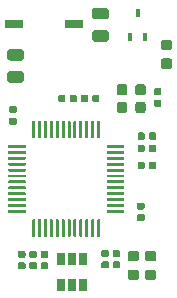
<source format=gbr>
G04 #@! TF.GenerationSoftware,KiCad,Pcbnew,(5.1.5)-2*
G04 #@! TF.CreationDate,2020-02-06T19:09:09-08:00*
G04 #@! TF.ProjectId,USB2RoMeLa_Boosted,55534232-526f-44d6-954c-615f426f6f73,rev?*
G04 #@! TF.SameCoordinates,Original*
G04 #@! TF.FileFunction,Paste,Bot*
G04 #@! TF.FilePolarity,Positive*
%FSLAX46Y46*%
G04 Gerber Fmt 4.6, Leading zero omitted, Abs format (unit mm)*
G04 Created by KiCad (PCBNEW (5.1.5)-2) date 2020-02-06 19:09:09*
%MOMM*%
%LPD*%
G04 APERTURE LIST*
%ADD10C,0.100000*%
%ADD11R,0.450000X0.700000*%
%ADD12R,1.600000X0.760000*%
%ADD13R,0.650000X1.060000*%
G04 APERTURE END LIST*
D10*
G36*
X143343626Y-79275301D02*
G01*
X143349693Y-79276201D01*
X143355643Y-79277691D01*
X143361418Y-79279758D01*
X143366962Y-79282380D01*
X143372223Y-79285533D01*
X143377150Y-79289187D01*
X143381694Y-79293306D01*
X143385813Y-79297850D01*
X143389467Y-79302777D01*
X143392620Y-79308038D01*
X143395242Y-79313582D01*
X143397309Y-79319357D01*
X143398799Y-79325307D01*
X143399699Y-79331374D01*
X143400000Y-79337500D01*
X143400000Y-79462500D01*
X143399699Y-79468626D01*
X143398799Y-79474693D01*
X143397309Y-79480643D01*
X143395242Y-79486418D01*
X143392620Y-79491962D01*
X143389467Y-79497223D01*
X143385813Y-79502150D01*
X143381694Y-79506694D01*
X143377150Y-79510813D01*
X143372223Y-79514467D01*
X143366962Y-79517620D01*
X143361418Y-79520242D01*
X143355643Y-79522309D01*
X143349693Y-79523799D01*
X143343626Y-79524699D01*
X143337500Y-79525000D01*
X141987500Y-79525000D01*
X141981374Y-79524699D01*
X141975307Y-79523799D01*
X141969357Y-79522309D01*
X141963582Y-79520242D01*
X141958038Y-79517620D01*
X141952777Y-79514467D01*
X141947850Y-79510813D01*
X141943306Y-79506694D01*
X141939187Y-79502150D01*
X141935533Y-79497223D01*
X141932380Y-79491962D01*
X141929758Y-79486418D01*
X141927691Y-79480643D01*
X141926201Y-79474693D01*
X141925301Y-79468626D01*
X141925000Y-79462500D01*
X141925000Y-79337500D01*
X141925301Y-79331374D01*
X141926201Y-79325307D01*
X141927691Y-79319357D01*
X141929758Y-79313582D01*
X141932380Y-79308038D01*
X141935533Y-79302777D01*
X141939187Y-79297850D01*
X141943306Y-79293306D01*
X141947850Y-79289187D01*
X141952777Y-79285533D01*
X141958038Y-79282380D01*
X141963582Y-79279758D01*
X141969357Y-79277691D01*
X141975307Y-79276201D01*
X141981374Y-79275301D01*
X141987500Y-79275000D01*
X143337500Y-79275000D01*
X143343626Y-79275301D01*
G37*
G36*
X143343626Y-78775301D02*
G01*
X143349693Y-78776201D01*
X143355643Y-78777691D01*
X143361418Y-78779758D01*
X143366962Y-78782380D01*
X143372223Y-78785533D01*
X143377150Y-78789187D01*
X143381694Y-78793306D01*
X143385813Y-78797850D01*
X143389467Y-78802777D01*
X143392620Y-78808038D01*
X143395242Y-78813582D01*
X143397309Y-78819357D01*
X143398799Y-78825307D01*
X143399699Y-78831374D01*
X143400000Y-78837500D01*
X143400000Y-78962500D01*
X143399699Y-78968626D01*
X143398799Y-78974693D01*
X143397309Y-78980643D01*
X143395242Y-78986418D01*
X143392620Y-78991962D01*
X143389467Y-78997223D01*
X143385813Y-79002150D01*
X143381694Y-79006694D01*
X143377150Y-79010813D01*
X143372223Y-79014467D01*
X143366962Y-79017620D01*
X143361418Y-79020242D01*
X143355643Y-79022309D01*
X143349693Y-79023799D01*
X143343626Y-79024699D01*
X143337500Y-79025000D01*
X141987500Y-79025000D01*
X141981374Y-79024699D01*
X141975307Y-79023799D01*
X141969357Y-79022309D01*
X141963582Y-79020242D01*
X141958038Y-79017620D01*
X141952777Y-79014467D01*
X141947850Y-79010813D01*
X141943306Y-79006694D01*
X141939187Y-79002150D01*
X141935533Y-78997223D01*
X141932380Y-78991962D01*
X141929758Y-78986418D01*
X141927691Y-78980643D01*
X141926201Y-78974693D01*
X141925301Y-78968626D01*
X141925000Y-78962500D01*
X141925000Y-78837500D01*
X141925301Y-78831374D01*
X141926201Y-78825307D01*
X141927691Y-78819357D01*
X141929758Y-78813582D01*
X141932380Y-78808038D01*
X141935533Y-78802777D01*
X141939187Y-78797850D01*
X141943306Y-78793306D01*
X141947850Y-78789187D01*
X141952777Y-78785533D01*
X141958038Y-78782380D01*
X141963582Y-78779758D01*
X141969357Y-78777691D01*
X141975307Y-78776201D01*
X141981374Y-78775301D01*
X141987500Y-78775000D01*
X143337500Y-78775000D01*
X143343626Y-78775301D01*
G37*
G36*
X143343626Y-78275301D02*
G01*
X143349693Y-78276201D01*
X143355643Y-78277691D01*
X143361418Y-78279758D01*
X143366962Y-78282380D01*
X143372223Y-78285533D01*
X143377150Y-78289187D01*
X143381694Y-78293306D01*
X143385813Y-78297850D01*
X143389467Y-78302777D01*
X143392620Y-78308038D01*
X143395242Y-78313582D01*
X143397309Y-78319357D01*
X143398799Y-78325307D01*
X143399699Y-78331374D01*
X143400000Y-78337500D01*
X143400000Y-78462500D01*
X143399699Y-78468626D01*
X143398799Y-78474693D01*
X143397309Y-78480643D01*
X143395242Y-78486418D01*
X143392620Y-78491962D01*
X143389467Y-78497223D01*
X143385813Y-78502150D01*
X143381694Y-78506694D01*
X143377150Y-78510813D01*
X143372223Y-78514467D01*
X143366962Y-78517620D01*
X143361418Y-78520242D01*
X143355643Y-78522309D01*
X143349693Y-78523799D01*
X143343626Y-78524699D01*
X143337500Y-78525000D01*
X141987500Y-78525000D01*
X141981374Y-78524699D01*
X141975307Y-78523799D01*
X141969357Y-78522309D01*
X141963582Y-78520242D01*
X141958038Y-78517620D01*
X141952777Y-78514467D01*
X141947850Y-78510813D01*
X141943306Y-78506694D01*
X141939187Y-78502150D01*
X141935533Y-78497223D01*
X141932380Y-78491962D01*
X141929758Y-78486418D01*
X141927691Y-78480643D01*
X141926201Y-78474693D01*
X141925301Y-78468626D01*
X141925000Y-78462500D01*
X141925000Y-78337500D01*
X141925301Y-78331374D01*
X141926201Y-78325307D01*
X141927691Y-78319357D01*
X141929758Y-78313582D01*
X141932380Y-78308038D01*
X141935533Y-78302777D01*
X141939187Y-78297850D01*
X141943306Y-78293306D01*
X141947850Y-78289187D01*
X141952777Y-78285533D01*
X141958038Y-78282380D01*
X141963582Y-78279758D01*
X141969357Y-78277691D01*
X141975307Y-78276201D01*
X141981374Y-78275301D01*
X141987500Y-78275000D01*
X143337500Y-78275000D01*
X143343626Y-78275301D01*
G37*
G36*
X143343626Y-77775301D02*
G01*
X143349693Y-77776201D01*
X143355643Y-77777691D01*
X143361418Y-77779758D01*
X143366962Y-77782380D01*
X143372223Y-77785533D01*
X143377150Y-77789187D01*
X143381694Y-77793306D01*
X143385813Y-77797850D01*
X143389467Y-77802777D01*
X143392620Y-77808038D01*
X143395242Y-77813582D01*
X143397309Y-77819357D01*
X143398799Y-77825307D01*
X143399699Y-77831374D01*
X143400000Y-77837500D01*
X143400000Y-77962500D01*
X143399699Y-77968626D01*
X143398799Y-77974693D01*
X143397309Y-77980643D01*
X143395242Y-77986418D01*
X143392620Y-77991962D01*
X143389467Y-77997223D01*
X143385813Y-78002150D01*
X143381694Y-78006694D01*
X143377150Y-78010813D01*
X143372223Y-78014467D01*
X143366962Y-78017620D01*
X143361418Y-78020242D01*
X143355643Y-78022309D01*
X143349693Y-78023799D01*
X143343626Y-78024699D01*
X143337500Y-78025000D01*
X141987500Y-78025000D01*
X141981374Y-78024699D01*
X141975307Y-78023799D01*
X141969357Y-78022309D01*
X141963582Y-78020242D01*
X141958038Y-78017620D01*
X141952777Y-78014467D01*
X141947850Y-78010813D01*
X141943306Y-78006694D01*
X141939187Y-78002150D01*
X141935533Y-77997223D01*
X141932380Y-77991962D01*
X141929758Y-77986418D01*
X141927691Y-77980643D01*
X141926201Y-77974693D01*
X141925301Y-77968626D01*
X141925000Y-77962500D01*
X141925000Y-77837500D01*
X141925301Y-77831374D01*
X141926201Y-77825307D01*
X141927691Y-77819357D01*
X141929758Y-77813582D01*
X141932380Y-77808038D01*
X141935533Y-77802777D01*
X141939187Y-77797850D01*
X141943306Y-77793306D01*
X141947850Y-77789187D01*
X141952777Y-77785533D01*
X141958038Y-77782380D01*
X141963582Y-77779758D01*
X141969357Y-77777691D01*
X141975307Y-77776201D01*
X141981374Y-77775301D01*
X141987500Y-77775000D01*
X143337500Y-77775000D01*
X143343626Y-77775301D01*
G37*
G36*
X143343626Y-77275301D02*
G01*
X143349693Y-77276201D01*
X143355643Y-77277691D01*
X143361418Y-77279758D01*
X143366962Y-77282380D01*
X143372223Y-77285533D01*
X143377150Y-77289187D01*
X143381694Y-77293306D01*
X143385813Y-77297850D01*
X143389467Y-77302777D01*
X143392620Y-77308038D01*
X143395242Y-77313582D01*
X143397309Y-77319357D01*
X143398799Y-77325307D01*
X143399699Y-77331374D01*
X143400000Y-77337500D01*
X143400000Y-77462500D01*
X143399699Y-77468626D01*
X143398799Y-77474693D01*
X143397309Y-77480643D01*
X143395242Y-77486418D01*
X143392620Y-77491962D01*
X143389467Y-77497223D01*
X143385813Y-77502150D01*
X143381694Y-77506694D01*
X143377150Y-77510813D01*
X143372223Y-77514467D01*
X143366962Y-77517620D01*
X143361418Y-77520242D01*
X143355643Y-77522309D01*
X143349693Y-77523799D01*
X143343626Y-77524699D01*
X143337500Y-77525000D01*
X141987500Y-77525000D01*
X141981374Y-77524699D01*
X141975307Y-77523799D01*
X141969357Y-77522309D01*
X141963582Y-77520242D01*
X141958038Y-77517620D01*
X141952777Y-77514467D01*
X141947850Y-77510813D01*
X141943306Y-77506694D01*
X141939187Y-77502150D01*
X141935533Y-77497223D01*
X141932380Y-77491962D01*
X141929758Y-77486418D01*
X141927691Y-77480643D01*
X141926201Y-77474693D01*
X141925301Y-77468626D01*
X141925000Y-77462500D01*
X141925000Y-77337500D01*
X141925301Y-77331374D01*
X141926201Y-77325307D01*
X141927691Y-77319357D01*
X141929758Y-77313582D01*
X141932380Y-77308038D01*
X141935533Y-77302777D01*
X141939187Y-77297850D01*
X141943306Y-77293306D01*
X141947850Y-77289187D01*
X141952777Y-77285533D01*
X141958038Y-77282380D01*
X141963582Y-77279758D01*
X141969357Y-77277691D01*
X141975307Y-77276201D01*
X141981374Y-77275301D01*
X141987500Y-77275000D01*
X143337500Y-77275000D01*
X143343626Y-77275301D01*
G37*
G36*
X143343626Y-76775301D02*
G01*
X143349693Y-76776201D01*
X143355643Y-76777691D01*
X143361418Y-76779758D01*
X143366962Y-76782380D01*
X143372223Y-76785533D01*
X143377150Y-76789187D01*
X143381694Y-76793306D01*
X143385813Y-76797850D01*
X143389467Y-76802777D01*
X143392620Y-76808038D01*
X143395242Y-76813582D01*
X143397309Y-76819357D01*
X143398799Y-76825307D01*
X143399699Y-76831374D01*
X143400000Y-76837500D01*
X143400000Y-76962500D01*
X143399699Y-76968626D01*
X143398799Y-76974693D01*
X143397309Y-76980643D01*
X143395242Y-76986418D01*
X143392620Y-76991962D01*
X143389467Y-76997223D01*
X143385813Y-77002150D01*
X143381694Y-77006694D01*
X143377150Y-77010813D01*
X143372223Y-77014467D01*
X143366962Y-77017620D01*
X143361418Y-77020242D01*
X143355643Y-77022309D01*
X143349693Y-77023799D01*
X143343626Y-77024699D01*
X143337500Y-77025000D01*
X141987500Y-77025000D01*
X141981374Y-77024699D01*
X141975307Y-77023799D01*
X141969357Y-77022309D01*
X141963582Y-77020242D01*
X141958038Y-77017620D01*
X141952777Y-77014467D01*
X141947850Y-77010813D01*
X141943306Y-77006694D01*
X141939187Y-77002150D01*
X141935533Y-76997223D01*
X141932380Y-76991962D01*
X141929758Y-76986418D01*
X141927691Y-76980643D01*
X141926201Y-76974693D01*
X141925301Y-76968626D01*
X141925000Y-76962500D01*
X141925000Y-76837500D01*
X141925301Y-76831374D01*
X141926201Y-76825307D01*
X141927691Y-76819357D01*
X141929758Y-76813582D01*
X141932380Y-76808038D01*
X141935533Y-76802777D01*
X141939187Y-76797850D01*
X141943306Y-76793306D01*
X141947850Y-76789187D01*
X141952777Y-76785533D01*
X141958038Y-76782380D01*
X141963582Y-76779758D01*
X141969357Y-76777691D01*
X141975307Y-76776201D01*
X141981374Y-76775301D01*
X141987500Y-76775000D01*
X143337500Y-76775000D01*
X143343626Y-76775301D01*
G37*
G36*
X143343626Y-76275301D02*
G01*
X143349693Y-76276201D01*
X143355643Y-76277691D01*
X143361418Y-76279758D01*
X143366962Y-76282380D01*
X143372223Y-76285533D01*
X143377150Y-76289187D01*
X143381694Y-76293306D01*
X143385813Y-76297850D01*
X143389467Y-76302777D01*
X143392620Y-76308038D01*
X143395242Y-76313582D01*
X143397309Y-76319357D01*
X143398799Y-76325307D01*
X143399699Y-76331374D01*
X143400000Y-76337500D01*
X143400000Y-76462500D01*
X143399699Y-76468626D01*
X143398799Y-76474693D01*
X143397309Y-76480643D01*
X143395242Y-76486418D01*
X143392620Y-76491962D01*
X143389467Y-76497223D01*
X143385813Y-76502150D01*
X143381694Y-76506694D01*
X143377150Y-76510813D01*
X143372223Y-76514467D01*
X143366962Y-76517620D01*
X143361418Y-76520242D01*
X143355643Y-76522309D01*
X143349693Y-76523799D01*
X143343626Y-76524699D01*
X143337500Y-76525000D01*
X141987500Y-76525000D01*
X141981374Y-76524699D01*
X141975307Y-76523799D01*
X141969357Y-76522309D01*
X141963582Y-76520242D01*
X141958038Y-76517620D01*
X141952777Y-76514467D01*
X141947850Y-76510813D01*
X141943306Y-76506694D01*
X141939187Y-76502150D01*
X141935533Y-76497223D01*
X141932380Y-76491962D01*
X141929758Y-76486418D01*
X141927691Y-76480643D01*
X141926201Y-76474693D01*
X141925301Y-76468626D01*
X141925000Y-76462500D01*
X141925000Y-76337500D01*
X141925301Y-76331374D01*
X141926201Y-76325307D01*
X141927691Y-76319357D01*
X141929758Y-76313582D01*
X141932380Y-76308038D01*
X141935533Y-76302777D01*
X141939187Y-76297850D01*
X141943306Y-76293306D01*
X141947850Y-76289187D01*
X141952777Y-76285533D01*
X141958038Y-76282380D01*
X141963582Y-76279758D01*
X141969357Y-76277691D01*
X141975307Y-76276201D01*
X141981374Y-76275301D01*
X141987500Y-76275000D01*
X143337500Y-76275000D01*
X143343626Y-76275301D01*
G37*
G36*
X143343626Y-75775301D02*
G01*
X143349693Y-75776201D01*
X143355643Y-75777691D01*
X143361418Y-75779758D01*
X143366962Y-75782380D01*
X143372223Y-75785533D01*
X143377150Y-75789187D01*
X143381694Y-75793306D01*
X143385813Y-75797850D01*
X143389467Y-75802777D01*
X143392620Y-75808038D01*
X143395242Y-75813582D01*
X143397309Y-75819357D01*
X143398799Y-75825307D01*
X143399699Y-75831374D01*
X143400000Y-75837500D01*
X143400000Y-75962500D01*
X143399699Y-75968626D01*
X143398799Y-75974693D01*
X143397309Y-75980643D01*
X143395242Y-75986418D01*
X143392620Y-75991962D01*
X143389467Y-75997223D01*
X143385813Y-76002150D01*
X143381694Y-76006694D01*
X143377150Y-76010813D01*
X143372223Y-76014467D01*
X143366962Y-76017620D01*
X143361418Y-76020242D01*
X143355643Y-76022309D01*
X143349693Y-76023799D01*
X143343626Y-76024699D01*
X143337500Y-76025000D01*
X141987500Y-76025000D01*
X141981374Y-76024699D01*
X141975307Y-76023799D01*
X141969357Y-76022309D01*
X141963582Y-76020242D01*
X141958038Y-76017620D01*
X141952777Y-76014467D01*
X141947850Y-76010813D01*
X141943306Y-76006694D01*
X141939187Y-76002150D01*
X141935533Y-75997223D01*
X141932380Y-75991962D01*
X141929758Y-75986418D01*
X141927691Y-75980643D01*
X141926201Y-75974693D01*
X141925301Y-75968626D01*
X141925000Y-75962500D01*
X141925000Y-75837500D01*
X141925301Y-75831374D01*
X141926201Y-75825307D01*
X141927691Y-75819357D01*
X141929758Y-75813582D01*
X141932380Y-75808038D01*
X141935533Y-75802777D01*
X141939187Y-75797850D01*
X141943306Y-75793306D01*
X141947850Y-75789187D01*
X141952777Y-75785533D01*
X141958038Y-75782380D01*
X141963582Y-75779758D01*
X141969357Y-75777691D01*
X141975307Y-75776201D01*
X141981374Y-75775301D01*
X141987500Y-75775000D01*
X143337500Y-75775000D01*
X143343626Y-75775301D01*
G37*
G36*
X143343626Y-75275301D02*
G01*
X143349693Y-75276201D01*
X143355643Y-75277691D01*
X143361418Y-75279758D01*
X143366962Y-75282380D01*
X143372223Y-75285533D01*
X143377150Y-75289187D01*
X143381694Y-75293306D01*
X143385813Y-75297850D01*
X143389467Y-75302777D01*
X143392620Y-75308038D01*
X143395242Y-75313582D01*
X143397309Y-75319357D01*
X143398799Y-75325307D01*
X143399699Y-75331374D01*
X143400000Y-75337500D01*
X143400000Y-75462500D01*
X143399699Y-75468626D01*
X143398799Y-75474693D01*
X143397309Y-75480643D01*
X143395242Y-75486418D01*
X143392620Y-75491962D01*
X143389467Y-75497223D01*
X143385813Y-75502150D01*
X143381694Y-75506694D01*
X143377150Y-75510813D01*
X143372223Y-75514467D01*
X143366962Y-75517620D01*
X143361418Y-75520242D01*
X143355643Y-75522309D01*
X143349693Y-75523799D01*
X143343626Y-75524699D01*
X143337500Y-75525000D01*
X141987500Y-75525000D01*
X141981374Y-75524699D01*
X141975307Y-75523799D01*
X141969357Y-75522309D01*
X141963582Y-75520242D01*
X141958038Y-75517620D01*
X141952777Y-75514467D01*
X141947850Y-75510813D01*
X141943306Y-75506694D01*
X141939187Y-75502150D01*
X141935533Y-75497223D01*
X141932380Y-75491962D01*
X141929758Y-75486418D01*
X141927691Y-75480643D01*
X141926201Y-75474693D01*
X141925301Y-75468626D01*
X141925000Y-75462500D01*
X141925000Y-75337500D01*
X141925301Y-75331374D01*
X141926201Y-75325307D01*
X141927691Y-75319357D01*
X141929758Y-75313582D01*
X141932380Y-75308038D01*
X141935533Y-75302777D01*
X141939187Y-75297850D01*
X141943306Y-75293306D01*
X141947850Y-75289187D01*
X141952777Y-75285533D01*
X141958038Y-75282380D01*
X141963582Y-75279758D01*
X141969357Y-75277691D01*
X141975307Y-75276201D01*
X141981374Y-75275301D01*
X141987500Y-75275000D01*
X143337500Y-75275000D01*
X143343626Y-75275301D01*
G37*
G36*
X143343626Y-74775301D02*
G01*
X143349693Y-74776201D01*
X143355643Y-74777691D01*
X143361418Y-74779758D01*
X143366962Y-74782380D01*
X143372223Y-74785533D01*
X143377150Y-74789187D01*
X143381694Y-74793306D01*
X143385813Y-74797850D01*
X143389467Y-74802777D01*
X143392620Y-74808038D01*
X143395242Y-74813582D01*
X143397309Y-74819357D01*
X143398799Y-74825307D01*
X143399699Y-74831374D01*
X143400000Y-74837500D01*
X143400000Y-74962500D01*
X143399699Y-74968626D01*
X143398799Y-74974693D01*
X143397309Y-74980643D01*
X143395242Y-74986418D01*
X143392620Y-74991962D01*
X143389467Y-74997223D01*
X143385813Y-75002150D01*
X143381694Y-75006694D01*
X143377150Y-75010813D01*
X143372223Y-75014467D01*
X143366962Y-75017620D01*
X143361418Y-75020242D01*
X143355643Y-75022309D01*
X143349693Y-75023799D01*
X143343626Y-75024699D01*
X143337500Y-75025000D01*
X141987500Y-75025000D01*
X141981374Y-75024699D01*
X141975307Y-75023799D01*
X141969357Y-75022309D01*
X141963582Y-75020242D01*
X141958038Y-75017620D01*
X141952777Y-75014467D01*
X141947850Y-75010813D01*
X141943306Y-75006694D01*
X141939187Y-75002150D01*
X141935533Y-74997223D01*
X141932380Y-74991962D01*
X141929758Y-74986418D01*
X141927691Y-74980643D01*
X141926201Y-74974693D01*
X141925301Y-74968626D01*
X141925000Y-74962500D01*
X141925000Y-74837500D01*
X141925301Y-74831374D01*
X141926201Y-74825307D01*
X141927691Y-74819357D01*
X141929758Y-74813582D01*
X141932380Y-74808038D01*
X141935533Y-74802777D01*
X141939187Y-74797850D01*
X141943306Y-74793306D01*
X141947850Y-74789187D01*
X141952777Y-74785533D01*
X141958038Y-74782380D01*
X141963582Y-74779758D01*
X141969357Y-74777691D01*
X141975307Y-74776201D01*
X141981374Y-74775301D01*
X141987500Y-74775000D01*
X143337500Y-74775000D01*
X143343626Y-74775301D01*
G37*
G36*
X143343626Y-74275301D02*
G01*
X143349693Y-74276201D01*
X143355643Y-74277691D01*
X143361418Y-74279758D01*
X143366962Y-74282380D01*
X143372223Y-74285533D01*
X143377150Y-74289187D01*
X143381694Y-74293306D01*
X143385813Y-74297850D01*
X143389467Y-74302777D01*
X143392620Y-74308038D01*
X143395242Y-74313582D01*
X143397309Y-74319357D01*
X143398799Y-74325307D01*
X143399699Y-74331374D01*
X143400000Y-74337500D01*
X143400000Y-74462500D01*
X143399699Y-74468626D01*
X143398799Y-74474693D01*
X143397309Y-74480643D01*
X143395242Y-74486418D01*
X143392620Y-74491962D01*
X143389467Y-74497223D01*
X143385813Y-74502150D01*
X143381694Y-74506694D01*
X143377150Y-74510813D01*
X143372223Y-74514467D01*
X143366962Y-74517620D01*
X143361418Y-74520242D01*
X143355643Y-74522309D01*
X143349693Y-74523799D01*
X143343626Y-74524699D01*
X143337500Y-74525000D01*
X141987500Y-74525000D01*
X141981374Y-74524699D01*
X141975307Y-74523799D01*
X141969357Y-74522309D01*
X141963582Y-74520242D01*
X141958038Y-74517620D01*
X141952777Y-74514467D01*
X141947850Y-74510813D01*
X141943306Y-74506694D01*
X141939187Y-74502150D01*
X141935533Y-74497223D01*
X141932380Y-74491962D01*
X141929758Y-74486418D01*
X141927691Y-74480643D01*
X141926201Y-74474693D01*
X141925301Y-74468626D01*
X141925000Y-74462500D01*
X141925000Y-74337500D01*
X141925301Y-74331374D01*
X141926201Y-74325307D01*
X141927691Y-74319357D01*
X141929758Y-74313582D01*
X141932380Y-74308038D01*
X141935533Y-74302777D01*
X141939187Y-74297850D01*
X141943306Y-74293306D01*
X141947850Y-74289187D01*
X141952777Y-74285533D01*
X141958038Y-74282380D01*
X141963582Y-74279758D01*
X141969357Y-74277691D01*
X141975307Y-74276201D01*
X141981374Y-74275301D01*
X141987500Y-74275000D01*
X143337500Y-74275000D01*
X143343626Y-74275301D01*
G37*
G36*
X143343626Y-73775301D02*
G01*
X143349693Y-73776201D01*
X143355643Y-73777691D01*
X143361418Y-73779758D01*
X143366962Y-73782380D01*
X143372223Y-73785533D01*
X143377150Y-73789187D01*
X143381694Y-73793306D01*
X143385813Y-73797850D01*
X143389467Y-73802777D01*
X143392620Y-73808038D01*
X143395242Y-73813582D01*
X143397309Y-73819357D01*
X143398799Y-73825307D01*
X143399699Y-73831374D01*
X143400000Y-73837500D01*
X143400000Y-73962500D01*
X143399699Y-73968626D01*
X143398799Y-73974693D01*
X143397309Y-73980643D01*
X143395242Y-73986418D01*
X143392620Y-73991962D01*
X143389467Y-73997223D01*
X143385813Y-74002150D01*
X143381694Y-74006694D01*
X143377150Y-74010813D01*
X143372223Y-74014467D01*
X143366962Y-74017620D01*
X143361418Y-74020242D01*
X143355643Y-74022309D01*
X143349693Y-74023799D01*
X143343626Y-74024699D01*
X143337500Y-74025000D01*
X141987500Y-74025000D01*
X141981374Y-74024699D01*
X141975307Y-74023799D01*
X141969357Y-74022309D01*
X141963582Y-74020242D01*
X141958038Y-74017620D01*
X141952777Y-74014467D01*
X141947850Y-74010813D01*
X141943306Y-74006694D01*
X141939187Y-74002150D01*
X141935533Y-73997223D01*
X141932380Y-73991962D01*
X141929758Y-73986418D01*
X141927691Y-73980643D01*
X141926201Y-73974693D01*
X141925301Y-73968626D01*
X141925000Y-73962500D01*
X141925000Y-73837500D01*
X141925301Y-73831374D01*
X141926201Y-73825307D01*
X141927691Y-73819357D01*
X141929758Y-73813582D01*
X141932380Y-73808038D01*
X141935533Y-73802777D01*
X141939187Y-73797850D01*
X141943306Y-73793306D01*
X141947850Y-73789187D01*
X141952777Y-73785533D01*
X141958038Y-73782380D01*
X141963582Y-73779758D01*
X141969357Y-73777691D01*
X141975307Y-73776201D01*
X141981374Y-73775301D01*
X141987500Y-73775000D01*
X143337500Y-73775000D01*
X143343626Y-73775301D01*
G37*
G36*
X141318626Y-71750301D02*
G01*
X141324693Y-71751201D01*
X141330643Y-71752691D01*
X141336418Y-71754758D01*
X141341962Y-71757380D01*
X141347223Y-71760533D01*
X141352150Y-71764187D01*
X141356694Y-71768306D01*
X141360813Y-71772850D01*
X141364467Y-71777777D01*
X141367620Y-71783038D01*
X141370242Y-71788582D01*
X141372309Y-71794357D01*
X141373799Y-71800307D01*
X141374699Y-71806374D01*
X141375000Y-71812500D01*
X141375000Y-73162500D01*
X141374699Y-73168626D01*
X141373799Y-73174693D01*
X141372309Y-73180643D01*
X141370242Y-73186418D01*
X141367620Y-73191962D01*
X141364467Y-73197223D01*
X141360813Y-73202150D01*
X141356694Y-73206694D01*
X141352150Y-73210813D01*
X141347223Y-73214467D01*
X141341962Y-73217620D01*
X141336418Y-73220242D01*
X141330643Y-73222309D01*
X141324693Y-73223799D01*
X141318626Y-73224699D01*
X141312500Y-73225000D01*
X141187500Y-73225000D01*
X141181374Y-73224699D01*
X141175307Y-73223799D01*
X141169357Y-73222309D01*
X141163582Y-73220242D01*
X141158038Y-73217620D01*
X141152777Y-73214467D01*
X141147850Y-73210813D01*
X141143306Y-73206694D01*
X141139187Y-73202150D01*
X141135533Y-73197223D01*
X141132380Y-73191962D01*
X141129758Y-73186418D01*
X141127691Y-73180643D01*
X141126201Y-73174693D01*
X141125301Y-73168626D01*
X141125000Y-73162500D01*
X141125000Y-71812500D01*
X141125301Y-71806374D01*
X141126201Y-71800307D01*
X141127691Y-71794357D01*
X141129758Y-71788582D01*
X141132380Y-71783038D01*
X141135533Y-71777777D01*
X141139187Y-71772850D01*
X141143306Y-71768306D01*
X141147850Y-71764187D01*
X141152777Y-71760533D01*
X141158038Y-71757380D01*
X141163582Y-71754758D01*
X141169357Y-71752691D01*
X141175307Y-71751201D01*
X141181374Y-71750301D01*
X141187500Y-71750000D01*
X141312500Y-71750000D01*
X141318626Y-71750301D01*
G37*
G36*
X140818626Y-71750301D02*
G01*
X140824693Y-71751201D01*
X140830643Y-71752691D01*
X140836418Y-71754758D01*
X140841962Y-71757380D01*
X140847223Y-71760533D01*
X140852150Y-71764187D01*
X140856694Y-71768306D01*
X140860813Y-71772850D01*
X140864467Y-71777777D01*
X140867620Y-71783038D01*
X140870242Y-71788582D01*
X140872309Y-71794357D01*
X140873799Y-71800307D01*
X140874699Y-71806374D01*
X140875000Y-71812500D01*
X140875000Y-73162500D01*
X140874699Y-73168626D01*
X140873799Y-73174693D01*
X140872309Y-73180643D01*
X140870242Y-73186418D01*
X140867620Y-73191962D01*
X140864467Y-73197223D01*
X140860813Y-73202150D01*
X140856694Y-73206694D01*
X140852150Y-73210813D01*
X140847223Y-73214467D01*
X140841962Y-73217620D01*
X140836418Y-73220242D01*
X140830643Y-73222309D01*
X140824693Y-73223799D01*
X140818626Y-73224699D01*
X140812500Y-73225000D01*
X140687500Y-73225000D01*
X140681374Y-73224699D01*
X140675307Y-73223799D01*
X140669357Y-73222309D01*
X140663582Y-73220242D01*
X140658038Y-73217620D01*
X140652777Y-73214467D01*
X140647850Y-73210813D01*
X140643306Y-73206694D01*
X140639187Y-73202150D01*
X140635533Y-73197223D01*
X140632380Y-73191962D01*
X140629758Y-73186418D01*
X140627691Y-73180643D01*
X140626201Y-73174693D01*
X140625301Y-73168626D01*
X140625000Y-73162500D01*
X140625000Y-71812500D01*
X140625301Y-71806374D01*
X140626201Y-71800307D01*
X140627691Y-71794357D01*
X140629758Y-71788582D01*
X140632380Y-71783038D01*
X140635533Y-71777777D01*
X140639187Y-71772850D01*
X140643306Y-71768306D01*
X140647850Y-71764187D01*
X140652777Y-71760533D01*
X140658038Y-71757380D01*
X140663582Y-71754758D01*
X140669357Y-71752691D01*
X140675307Y-71751201D01*
X140681374Y-71750301D01*
X140687500Y-71750000D01*
X140812500Y-71750000D01*
X140818626Y-71750301D01*
G37*
G36*
X140318626Y-71750301D02*
G01*
X140324693Y-71751201D01*
X140330643Y-71752691D01*
X140336418Y-71754758D01*
X140341962Y-71757380D01*
X140347223Y-71760533D01*
X140352150Y-71764187D01*
X140356694Y-71768306D01*
X140360813Y-71772850D01*
X140364467Y-71777777D01*
X140367620Y-71783038D01*
X140370242Y-71788582D01*
X140372309Y-71794357D01*
X140373799Y-71800307D01*
X140374699Y-71806374D01*
X140375000Y-71812500D01*
X140375000Y-73162500D01*
X140374699Y-73168626D01*
X140373799Y-73174693D01*
X140372309Y-73180643D01*
X140370242Y-73186418D01*
X140367620Y-73191962D01*
X140364467Y-73197223D01*
X140360813Y-73202150D01*
X140356694Y-73206694D01*
X140352150Y-73210813D01*
X140347223Y-73214467D01*
X140341962Y-73217620D01*
X140336418Y-73220242D01*
X140330643Y-73222309D01*
X140324693Y-73223799D01*
X140318626Y-73224699D01*
X140312500Y-73225000D01*
X140187500Y-73225000D01*
X140181374Y-73224699D01*
X140175307Y-73223799D01*
X140169357Y-73222309D01*
X140163582Y-73220242D01*
X140158038Y-73217620D01*
X140152777Y-73214467D01*
X140147850Y-73210813D01*
X140143306Y-73206694D01*
X140139187Y-73202150D01*
X140135533Y-73197223D01*
X140132380Y-73191962D01*
X140129758Y-73186418D01*
X140127691Y-73180643D01*
X140126201Y-73174693D01*
X140125301Y-73168626D01*
X140125000Y-73162500D01*
X140125000Y-71812500D01*
X140125301Y-71806374D01*
X140126201Y-71800307D01*
X140127691Y-71794357D01*
X140129758Y-71788582D01*
X140132380Y-71783038D01*
X140135533Y-71777777D01*
X140139187Y-71772850D01*
X140143306Y-71768306D01*
X140147850Y-71764187D01*
X140152777Y-71760533D01*
X140158038Y-71757380D01*
X140163582Y-71754758D01*
X140169357Y-71752691D01*
X140175307Y-71751201D01*
X140181374Y-71750301D01*
X140187500Y-71750000D01*
X140312500Y-71750000D01*
X140318626Y-71750301D01*
G37*
G36*
X139818626Y-71750301D02*
G01*
X139824693Y-71751201D01*
X139830643Y-71752691D01*
X139836418Y-71754758D01*
X139841962Y-71757380D01*
X139847223Y-71760533D01*
X139852150Y-71764187D01*
X139856694Y-71768306D01*
X139860813Y-71772850D01*
X139864467Y-71777777D01*
X139867620Y-71783038D01*
X139870242Y-71788582D01*
X139872309Y-71794357D01*
X139873799Y-71800307D01*
X139874699Y-71806374D01*
X139875000Y-71812500D01*
X139875000Y-73162500D01*
X139874699Y-73168626D01*
X139873799Y-73174693D01*
X139872309Y-73180643D01*
X139870242Y-73186418D01*
X139867620Y-73191962D01*
X139864467Y-73197223D01*
X139860813Y-73202150D01*
X139856694Y-73206694D01*
X139852150Y-73210813D01*
X139847223Y-73214467D01*
X139841962Y-73217620D01*
X139836418Y-73220242D01*
X139830643Y-73222309D01*
X139824693Y-73223799D01*
X139818626Y-73224699D01*
X139812500Y-73225000D01*
X139687500Y-73225000D01*
X139681374Y-73224699D01*
X139675307Y-73223799D01*
X139669357Y-73222309D01*
X139663582Y-73220242D01*
X139658038Y-73217620D01*
X139652777Y-73214467D01*
X139647850Y-73210813D01*
X139643306Y-73206694D01*
X139639187Y-73202150D01*
X139635533Y-73197223D01*
X139632380Y-73191962D01*
X139629758Y-73186418D01*
X139627691Y-73180643D01*
X139626201Y-73174693D01*
X139625301Y-73168626D01*
X139625000Y-73162500D01*
X139625000Y-71812500D01*
X139625301Y-71806374D01*
X139626201Y-71800307D01*
X139627691Y-71794357D01*
X139629758Y-71788582D01*
X139632380Y-71783038D01*
X139635533Y-71777777D01*
X139639187Y-71772850D01*
X139643306Y-71768306D01*
X139647850Y-71764187D01*
X139652777Y-71760533D01*
X139658038Y-71757380D01*
X139663582Y-71754758D01*
X139669357Y-71752691D01*
X139675307Y-71751201D01*
X139681374Y-71750301D01*
X139687500Y-71750000D01*
X139812500Y-71750000D01*
X139818626Y-71750301D01*
G37*
G36*
X139318626Y-71750301D02*
G01*
X139324693Y-71751201D01*
X139330643Y-71752691D01*
X139336418Y-71754758D01*
X139341962Y-71757380D01*
X139347223Y-71760533D01*
X139352150Y-71764187D01*
X139356694Y-71768306D01*
X139360813Y-71772850D01*
X139364467Y-71777777D01*
X139367620Y-71783038D01*
X139370242Y-71788582D01*
X139372309Y-71794357D01*
X139373799Y-71800307D01*
X139374699Y-71806374D01*
X139375000Y-71812500D01*
X139375000Y-73162500D01*
X139374699Y-73168626D01*
X139373799Y-73174693D01*
X139372309Y-73180643D01*
X139370242Y-73186418D01*
X139367620Y-73191962D01*
X139364467Y-73197223D01*
X139360813Y-73202150D01*
X139356694Y-73206694D01*
X139352150Y-73210813D01*
X139347223Y-73214467D01*
X139341962Y-73217620D01*
X139336418Y-73220242D01*
X139330643Y-73222309D01*
X139324693Y-73223799D01*
X139318626Y-73224699D01*
X139312500Y-73225000D01*
X139187500Y-73225000D01*
X139181374Y-73224699D01*
X139175307Y-73223799D01*
X139169357Y-73222309D01*
X139163582Y-73220242D01*
X139158038Y-73217620D01*
X139152777Y-73214467D01*
X139147850Y-73210813D01*
X139143306Y-73206694D01*
X139139187Y-73202150D01*
X139135533Y-73197223D01*
X139132380Y-73191962D01*
X139129758Y-73186418D01*
X139127691Y-73180643D01*
X139126201Y-73174693D01*
X139125301Y-73168626D01*
X139125000Y-73162500D01*
X139125000Y-71812500D01*
X139125301Y-71806374D01*
X139126201Y-71800307D01*
X139127691Y-71794357D01*
X139129758Y-71788582D01*
X139132380Y-71783038D01*
X139135533Y-71777777D01*
X139139187Y-71772850D01*
X139143306Y-71768306D01*
X139147850Y-71764187D01*
X139152777Y-71760533D01*
X139158038Y-71757380D01*
X139163582Y-71754758D01*
X139169357Y-71752691D01*
X139175307Y-71751201D01*
X139181374Y-71750301D01*
X139187500Y-71750000D01*
X139312500Y-71750000D01*
X139318626Y-71750301D01*
G37*
G36*
X138818626Y-71750301D02*
G01*
X138824693Y-71751201D01*
X138830643Y-71752691D01*
X138836418Y-71754758D01*
X138841962Y-71757380D01*
X138847223Y-71760533D01*
X138852150Y-71764187D01*
X138856694Y-71768306D01*
X138860813Y-71772850D01*
X138864467Y-71777777D01*
X138867620Y-71783038D01*
X138870242Y-71788582D01*
X138872309Y-71794357D01*
X138873799Y-71800307D01*
X138874699Y-71806374D01*
X138875000Y-71812500D01*
X138875000Y-73162500D01*
X138874699Y-73168626D01*
X138873799Y-73174693D01*
X138872309Y-73180643D01*
X138870242Y-73186418D01*
X138867620Y-73191962D01*
X138864467Y-73197223D01*
X138860813Y-73202150D01*
X138856694Y-73206694D01*
X138852150Y-73210813D01*
X138847223Y-73214467D01*
X138841962Y-73217620D01*
X138836418Y-73220242D01*
X138830643Y-73222309D01*
X138824693Y-73223799D01*
X138818626Y-73224699D01*
X138812500Y-73225000D01*
X138687500Y-73225000D01*
X138681374Y-73224699D01*
X138675307Y-73223799D01*
X138669357Y-73222309D01*
X138663582Y-73220242D01*
X138658038Y-73217620D01*
X138652777Y-73214467D01*
X138647850Y-73210813D01*
X138643306Y-73206694D01*
X138639187Y-73202150D01*
X138635533Y-73197223D01*
X138632380Y-73191962D01*
X138629758Y-73186418D01*
X138627691Y-73180643D01*
X138626201Y-73174693D01*
X138625301Y-73168626D01*
X138625000Y-73162500D01*
X138625000Y-71812500D01*
X138625301Y-71806374D01*
X138626201Y-71800307D01*
X138627691Y-71794357D01*
X138629758Y-71788582D01*
X138632380Y-71783038D01*
X138635533Y-71777777D01*
X138639187Y-71772850D01*
X138643306Y-71768306D01*
X138647850Y-71764187D01*
X138652777Y-71760533D01*
X138658038Y-71757380D01*
X138663582Y-71754758D01*
X138669357Y-71752691D01*
X138675307Y-71751201D01*
X138681374Y-71750301D01*
X138687500Y-71750000D01*
X138812500Y-71750000D01*
X138818626Y-71750301D01*
G37*
G36*
X138318626Y-71750301D02*
G01*
X138324693Y-71751201D01*
X138330643Y-71752691D01*
X138336418Y-71754758D01*
X138341962Y-71757380D01*
X138347223Y-71760533D01*
X138352150Y-71764187D01*
X138356694Y-71768306D01*
X138360813Y-71772850D01*
X138364467Y-71777777D01*
X138367620Y-71783038D01*
X138370242Y-71788582D01*
X138372309Y-71794357D01*
X138373799Y-71800307D01*
X138374699Y-71806374D01*
X138375000Y-71812500D01*
X138375000Y-73162500D01*
X138374699Y-73168626D01*
X138373799Y-73174693D01*
X138372309Y-73180643D01*
X138370242Y-73186418D01*
X138367620Y-73191962D01*
X138364467Y-73197223D01*
X138360813Y-73202150D01*
X138356694Y-73206694D01*
X138352150Y-73210813D01*
X138347223Y-73214467D01*
X138341962Y-73217620D01*
X138336418Y-73220242D01*
X138330643Y-73222309D01*
X138324693Y-73223799D01*
X138318626Y-73224699D01*
X138312500Y-73225000D01*
X138187500Y-73225000D01*
X138181374Y-73224699D01*
X138175307Y-73223799D01*
X138169357Y-73222309D01*
X138163582Y-73220242D01*
X138158038Y-73217620D01*
X138152777Y-73214467D01*
X138147850Y-73210813D01*
X138143306Y-73206694D01*
X138139187Y-73202150D01*
X138135533Y-73197223D01*
X138132380Y-73191962D01*
X138129758Y-73186418D01*
X138127691Y-73180643D01*
X138126201Y-73174693D01*
X138125301Y-73168626D01*
X138125000Y-73162500D01*
X138125000Y-71812500D01*
X138125301Y-71806374D01*
X138126201Y-71800307D01*
X138127691Y-71794357D01*
X138129758Y-71788582D01*
X138132380Y-71783038D01*
X138135533Y-71777777D01*
X138139187Y-71772850D01*
X138143306Y-71768306D01*
X138147850Y-71764187D01*
X138152777Y-71760533D01*
X138158038Y-71757380D01*
X138163582Y-71754758D01*
X138169357Y-71752691D01*
X138175307Y-71751201D01*
X138181374Y-71750301D01*
X138187500Y-71750000D01*
X138312500Y-71750000D01*
X138318626Y-71750301D01*
G37*
G36*
X137818626Y-71750301D02*
G01*
X137824693Y-71751201D01*
X137830643Y-71752691D01*
X137836418Y-71754758D01*
X137841962Y-71757380D01*
X137847223Y-71760533D01*
X137852150Y-71764187D01*
X137856694Y-71768306D01*
X137860813Y-71772850D01*
X137864467Y-71777777D01*
X137867620Y-71783038D01*
X137870242Y-71788582D01*
X137872309Y-71794357D01*
X137873799Y-71800307D01*
X137874699Y-71806374D01*
X137875000Y-71812500D01*
X137875000Y-73162500D01*
X137874699Y-73168626D01*
X137873799Y-73174693D01*
X137872309Y-73180643D01*
X137870242Y-73186418D01*
X137867620Y-73191962D01*
X137864467Y-73197223D01*
X137860813Y-73202150D01*
X137856694Y-73206694D01*
X137852150Y-73210813D01*
X137847223Y-73214467D01*
X137841962Y-73217620D01*
X137836418Y-73220242D01*
X137830643Y-73222309D01*
X137824693Y-73223799D01*
X137818626Y-73224699D01*
X137812500Y-73225000D01*
X137687500Y-73225000D01*
X137681374Y-73224699D01*
X137675307Y-73223799D01*
X137669357Y-73222309D01*
X137663582Y-73220242D01*
X137658038Y-73217620D01*
X137652777Y-73214467D01*
X137647850Y-73210813D01*
X137643306Y-73206694D01*
X137639187Y-73202150D01*
X137635533Y-73197223D01*
X137632380Y-73191962D01*
X137629758Y-73186418D01*
X137627691Y-73180643D01*
X137626201Y-73174693D01*
X137625301Y-73168626D01*
X137625000Y-73162500D01*
X137625000Y-71812500D01*
X137625301Y-71806374D01*
X137626201Y-71800307D01*
X137627691Y-71794357D01*
X137629758Y-71788582D01*
X137632380Y-71783038D01*
X137635533Y-71777777D01*
X137639187Y-71772850D01*
X137643306Y-71768306D01*
X137647850Y-71764187D01*
X137652777Y-71760533D01*
X137658038Y-71757380D01*
X137663582Y-71754758D01*
X137669357Y-71752691D01*
X137675307Y-71751201D01*
X137681374Y-71750301D01*
X137687500Y-71750000D01*
X137812500Y-71750000D01*
X137818626Y-71750301D01*
G37*
G36*
X137318626Y-71750301D02*
G01*
X137324693Y-71751201D01*
X137330643Y-71752691D01*
X137336418Y-71754758D01*
X137341962Y-71757380D01*
X137347223Y-71760533D01*
X137352150Y-71764187D01*
X137356694Y-71768306D01*
X137360813Y-71772850D01*
X137364467Y-71777777D01*
X137367620Y-71783038D01*
X137370242Y-71788582D01*
X137372309Y-71794357D01*
X137373799Y-71800307D01*
X137374699Y-71806374D01*
X137375000Y-71812500D01*
X137375000Y-73162500D01*
X137374699Y-73168626D01*
X137373799Y-73174693D01*
X137372309Y-73180643D01*
X137370242Y-73186418D01*
X137367620Y-73191962D01*
X137364467Y-73197223D01*
X137360813Y-73202150D01*
X137356694Y-73206694D01*
X137352150Y-73210813D01*
X137347223Y-73214467D01*
X137341962Y-73217620D01*
X137336418Y-73220242D01*
X137330643Y-73222309D01*
X137324693Y-73223799D01*
X137318626Y-73224699D01*
X137312500Y-73225000D01*
X137187500Y-73225000D01*
X137181374Y-73224699D01*
X137175307Y-73223799D01*
X137169357Y-73222309D01*
X137163582Y-73220242D01*
X137158038Y-73217620D01*
X137152777Y-73214467D01*
X137147850Y-73210813D01*
X137143306Y-73206694D01*
X137139187Y-73202150D01*
X137135533Y-73197223D01*
X137132380Y-73191962D01*
X137129758Y-73186418D01*
X137127691Y-73180643D01*
X137126201Y-73174693D01*
X137125301Y-73168626D01*
X137125000Y-73162500D01*
X137125000Y-71812500D01*
X137125301Y-71806374D01*
X137126201Y-71800307D01*
X137127691Y-71794357D01*
X137129758Y-71788582D01*
X137132380Y-71783038D01*
X137135533Y-71777777D01*
X137139187Y-71772850D01*
X137143306Y-71768306D01*
X137147850Y-71764187D01*
X137152777Y-71760533D01*
X137158038Y-71757380D01*
X137163582Y-71754758D01*
X137169357Y-71752691D01*
X137175307Y-71751201D01*
X137181374Y-71750301D01*
X137187500Y-71750000D01*
X137312500Y-71750000D01*
X137318626Y-71750301D01*
G37*
G36*
X136818626Y-71750301D02*
G01*
X136824693Y-71751201D01*
X136830643Y-71752691D01*
X136836418Y-71754758D01*
X136841962Y-71757380D01*
X136847223Y-71760533D01*
X136852150Y-71764187D01*
X136856694Y-71768306D01*
X136860813Y-71772850D01*
X136864467Y-71777777D01*
X136867620Y-71783038D01*
X136870242Y-71788582D01*
X136872309Y-71794357D01*
X136873799Y-71800307D01*
X136874699Y-71806374D01*
X136875000Y-71812500D01*
X136875000Y-73162500D01*
X136874699Y-73168626D01*
X136873799Y-73174693D01*
X136872309Y-73180643D01*
X136870242Y-73186418D01*
X136867620Y-73191962D01*
X136864467Y-73197223D01*
X136860813Y-73202150D01*
X136856694Y-73206694D01*
X136852150Y-73210813D01*
X136847223Y-73214467D01*
X136841962Y-73217620D01*
X136836418Y-73220242D01*
X136830643Y-73222309D01*
X136824693Y-73223799D01*
X136818626Y-73224699D01*
X136812500Y-73225000D01*
X136687500Y-73225000D01*
X136681374Y-73224699D01*
X136675307Y-73223799D01*
X136669357Y-73222309D01*
X136663582Y-73220242D01*
X136658038Y-73217620D01*
X136652777Y-73214467D01*
X136647850Y-73210813D01*
X136643306Y-73206694D01*
X136639187Y-73202150D01*
X136635533Y-73197223D01*
X136632380Y-73191962D01*
X136629758Y-73186418D01*
X136627691Y-73180643D01*
X136626201Y-73174693D01*
X136625301Y-73168626D01*
X136625000Y-73162500D01*
X136625000Y-71812500D01*
X136625301Y-71806374D01*
X136626201Y-71800307D01*
X136627691Y-71794357D01*
X136629758Y-71788582D01*
X136632380Y-71783038D01*
X136635533Y-71777777D01*
X136639187Y-71772850D01*
X136643306Y-71768306D01*
X136647850Y-71764187D01*
X136652777Y-71760533D01*
X136658038Y-71757380D01*
X136663582Y-71754758D01*
X136669357Y-71752691D01*
X136675307Y-71751201D01*
X136681374Y-71750301D01*
X136687500Y-71750000D01*
X136812500Y-71750000D01*
X136818626Y-71750301D01*
G37*
G36*
X136318626Y-71750301D02*
G01*
X136324693Y-71751201D01*
X136330643Y-71752691D01*
X136336418Y-71754758D01*
X136341962Y-71757380D01*
X136347223Y-71760533D01*
X136352150Y-71764187D01*
X136356694Y-71768306D01*
X136360813Y-71772850D01*
X136364467Y-71777777D01*
X136367620Y-71783038D01*
X136370242Y-71788582D01*
X136372309Y-71794357D01*
X136373799Y-71800307D01*
X136374699Y-71806374D01*
X136375000Y-71812500D01*
X136375000Y-73162500D01*
X136374699Y-73168626D01*
X136373799Y-73174693D01*
X136372309Y-73180643D01*
X136370242Y-73186418D01*
X136367620Y-73191962D01*
X136364467Y-73197223D01*
X136360813Y-73202150D01*
X136356694Y-73206694D01*
X136352150Y-73210813D01*
X136347223Y-73214467D01*
X136341962Y-73217620D01*
X136336418Y-73220242D01*
X136330643Y-73222309D01*
X136324693Y-73223799D01*
X136318626Y-73224699D01*
X136312500Y-73225000D01*
X136187500Y-73225000D01*
X136181374Y-73224699D01*
X136175307Y-73223799D01*
X136169357Y-73222309D01*
X136163582Y-73220242D01*
X136158038Y-73217620D01*
X136152777Y-73214467D01*
X136147850Y-73210813D01*
X136143306Y-73206694D01*
X136139187Y-73202150D01*
X136135533Y-73197223D01*
X136132380Y-73191962D01*
X136129758Y-73186418D01*
X136127691Y-73180643D01*
X136126201Y-73174693D01*
X136125301Y-73168626D01*
X136125000Y-73162500D01*
X136125000Y-71812500D01*
X136125301Y-71806374D01*
X136126201Y-71800307D01*
X136127691Y-71794357D01*
X136129758Y-71788582D01*
X136132380Y-71783038D01*
X136135533Y-71777777D01*
X136139187Y-71772850D01*
X136143306Y-71768306D01*
X136147850Y-71764187D01*
X136152777Y-71760533D01*
X136158038Y-71757380D01*
X136163582Y-71754758D01*
X136169357Y-71752691D01*
X136175307Y-71751201D01*
X136181374Y-71750301D01*
X136187500Y-71750000D01*
X136312500Y-71750000D01*
X136318626Y-71750301D01*
G37*
G36*
X135818626Y-71750301D02*
G01*
X135824693Y-71751201D01*
X135830643Y-71752691D01*
X135836418Y-71754758D01*
X135841962Y-71757380D01*
X135847223Y-71760533D01*
X135852150Y-71764187D01*
X135856694Y-71768306D01*
X135860813Y-71772850D01*
X135864467Y-71777777D01*
X135867620Y-71783038D01*
X135870242Y-71788582D01*
X135872309Y-71794357D01*
X135873799Y-71800307D01*
X135874699Y-71806374D01*
X135875000Y-71812500D01*
X135875000Y-73162500D01*
X135874699Y-73168626D01*
X135873799Y-73174693D01*
X135872309Y-73180643D01*
X135870242Y-73186418D01*
X135867620Y-73191962D01*
X135864467Y-73197223D01*
X135860813Y-73202150D01*
X135856694Y-73206694D01*
X135852150Y-73210813D01*
X135847223Y-73214467D01*
X135841962Y-73217620D01*
X135836418Y-73220242D01*
X135830643Y-73222309D01*
X135824693Y-73223799D01*
X135818626Y-73224699D01*
X135812500Y-73225000D01*
X135687500Y-73225000D01*
X135681374Y-73224699D01*
X135675307Y-73223799D01*
X135669357Y-73222309D01*
X135663582Y-73220242D01*
X135658038Y-73217620D01*
X135652777Y-73214467D01*
X135647850Y-73210813D01*
X135643306Y-73206694D01*
X135639187Y-73202150D01*
X135635533Y-73197223D01*
X135632380Y-73191962D01*
X135629758Y-73186418D01*
X135627691Y-73180643D01*
X135626201Y-73174693D01*
X135625301Y-73168626D01*
X135625000Y-73162500D01*
X135625000Y-71812500D01*
X135625301Y-71806374D01*
X135626201Y-71800307D01*
X135627691Y-71794357D01*
X135629758Y-71788582D01*
X135632380Y-71783038D01*
X135635533Y-71777777D01*
X135639187Y-71772850D01*
X135643306Y-71768306D01*
X135647850Y-71764187D01*
X135652777Y-71760533D01*
X135658038Y-71757380D01*
X135663582Y-71754758D01*
X135669357Y-71752691D01*
X135675307Y-71751201D01*
X135681374Y-71750301D01*
X135687500Y-71750000D01*
X135812500Y-71750000D01*
X135818626Y-71750301D01*
G37*
G36*
X135018626Y-73775301D02*
G01*
X135024693Y-73776201D01*
X135030643Y-73777691D01*
X135036418Y-73779758D01*
X135041962Y-73782380D01*
X135047223Y-73785533D01*
X135052150Y-73789187D01*
X135056694Y-73793306D01*
X135060813Y-73797850D01*
X135064467Y-73802777D01*
X135067620Y-73808038D01*
X135070242Y-73813582D01*
X135072309Y-73819357D01*
X135073799Y-73825307D01*
X135074699Y-73831374D01*
X135075000Y-73837500D01*
X135075000Y-73962500D01*
X135074699Y-73968626D01*
X135073799Y-73974693D01*
X135072309Y-73980643D01*
X135070242Y-73986418D01*
X135067620Y-73991962D01*
X135064467Y-73997223D01*
X135060813Y-74002150D01*
X135056694Y-74006694D01*
X135052150Y-74010813D01*
X135047223Y-74014467D01*
X135041962Y-74017620D01*
X135036418Y-74020242D01*
X135030643Y-74022309D01*
X135024693Y-74023799D01*
X135018626Y-74024699D01*
X135012500Y-74025000D01*
X133662500Y-74025000D01*
X133656374Y-74024699D01*
X133650307Y-74023799D01*
X133644357Y-74022309D01*
X133638582Y-74020242D01*
X133633038Y-74017620D01*
X133627777Y-74014467D01*
X133622850Y-74010813D01*
X133618306Y-74006694D01*
X133614187Y-74002150D01*
X133610533Y-73997223D01*
X133607380Y-73991962D01*
X133604758Y-73986418D01*
X133602691Y-73980643D01*
X133601201Y-73974693D01*
X133600301Y-73968626D01*
X133600000Y-73962500D01*
X133600000Y-73837500D01*
X133600301Y-73831374D01*
X133601201Y-73825307D01*
X133602691Y-73819357D01*
X133604758Y-73813582D01*
X133607380Y-73808038D01*
X133610533Y-73802777D01*
X133614187Y-73797850D01*
X133618306Y-73793306D01*
X133622850Y-73789187D01*
X133627777Y-73785533D01*
X133633038Y-73782380D01*
X133638582Y-73779758D01*
X133644357Y-73777691D01*
X133650307Y-73776201D01*
X133656374Y-73775301D01*
X133662500Y-73775000D01*
X135012500Y-73775000D01*
X135018626Y-73775301D01*
G37*
G36*
X135018626Y-74275301D02*
G01*
X135024693Y-74276201D01*
X135030643Y-74277691D01*
X135036418Y-74279758D01*
X135041962Y-74282380D01*
X135047223Y-74285533D01*
X135052150Y-74289187D01*
X135056694Y-74293306D01*
X135060813Y-74297850D01*
X135064467Y-74302777D01*
X135067620Y-74308038D01*
X135070242Y-74313582D01*
X135072309Y-74319357D01*
X135073799Y-74325307D01*
X135074699Y-74331374D01*
X135075000Y-74337500D01*
X135075000Y-74462500D01*
X135074699Y-74468626D01*
X135073799Y-74474693D01*
X135072309Y-74480643D01*
X135070242Y-74486418D01*
X135067620Y-74491962D01*
X135064467Y-74497223D01*
X135060813Y-74502150D01*
X135056694Y-74506694D01*
X135052150Y-74510813D01*
X135047223Y-74514467D01*
X135041962Y-74517620D01*
X135036418Y-74520242D01*
X135030643Y-74522309D01*
X135024693Y-74523799D01*
X135018626Y-74524699D01*
X135012500Y-74525000D01*
X133662500Y-74525000D01*
X133656374Y-74524699D01*
X133650307Y-74523799D01*
X133644357Y-74522309D01*
X133638582Y-74520242D01*
X133633038Y-74517620D01*
X133627777Y-74514467D01*
X133622850Y-74510813D01*
X133618306Y-74506694D01*
X133614187Y-74502150D01*
X133610533Y-74497223D01*
X133607380Y-74491962D01*
X133604758Y-74486418D01*
X133602691Y-74480643D01*
X133601201Y-74474693D01*
X133600301Y-74468626D01*
X133600000Y-74462500D01*
X133600000Y-74337500D01*
X133600301Y-74331374D01*
X133601201Y-74325307D01*
X133602691Y-74319357D01*
X133604758Y-74313582D01*
X133607380Y-74308038D01*
X133610533Y-74302777D01*
X133614187Y-74297850D01*
X133618306Y-74293306D01*
X133622850Y-74289187D01*
X133627777Y-74285533D01*
X133633038Y-74282380D01*
X133638582Y-74279758D01*
X133644357Y-74277691D01*
X133650307Y-74276201D01*
X133656374Y-74275301D01*
X133662500Y-74275000D01*
X135012500Y-74275000D01*
X135018626Y-74275301D01*
G37*
G36*
X135018626Y-74775301D02*
G01*
X135024693Y-74776201D01*
X135030643Y-74777691D01*
X135036418Y-74779758D01*
X135041962Y-74782380D01*
X135047223Y-74785533D01*
X135052150Y-74789187D01*
X135056694Y-74793306D01*
X135060813Y-74797850D01*
X135064467Y-74802777D01*
X135067620Y-74808038D01*
X135070242Y-74813582D01*
X135072309Y-74819357D01*
X135073799Y-74825307D01*
X135074699Y-74831374D01*
X135075000Y-74837500D01*
X135075000Y-74962500D01*
X135074699Y-74968626D01*
X135073799Y-74974693D01*
X135072309Y-74980643D01*
X135070242Y-74986418D01*
X135067620Y-74991962D01*
X135064467Y-74997223D01*
X135060813Y-75002150D01*
X135056694Y-75006694D01*
X135052150Y-75010813D01*
X135047223Y-75014467D01*
X135041962Y-75017620D01*
X135036418Y-75020242D01*
X135030643Y-75022309D01*
X135024693Y-75023799D01*
X135018626Y-75024699D01*
X135012500Y-75025000D01*
X133662500Y-75025000D01*
X133656374Y-75024699D01*
X133650307Y-75023799D01*
X133644357Y-75022309D01*
X133638582Y-75020242D01*
X133633038Y-75017620D01*
X133627777Y-75014467D01*
X133622850Y-75010813D01*
X133618306Y-75006694D01*
X133614187Y-75002150D01*
X133610533Y-74997223D01*
X133607380Y-74991962D01*
X133604758Y-74986418D01*
X133602691Y-74980643D01*
X133601201Y-74974693D01*
X133600301Y-74968626D01*
X133600000Y-74962500D01*
X133600000Y-74837500D01*
X133600301Y-74831374D01*
X133601201Y-74825307D01*
X133602691Y-74819357D01*
X133604758Y-74813582D01*
X133607380Y-74808038D01*
X133610533Y-74802777D01*
X133614187Y-74797850D01*
X133618306Y-74793306D01*
X133622850Y-74789187D01*
X133627777Y-74785533D01*
X133633038Y-74782380D01*
X133638582Y-74779758D01*
X133644357Y-74777691D01*
X133650307Y-74776201D01*
X133656374Y-74775301D01*
X133662500Y-74775000D01*
X135012500Y-74775000D01*
X135018626Y-74775301D01*
G37*
G36*
X135018626Y-75275301D02*
G01*
X135024693Y-75276201D01*
X135030643Y-75277691D01*
X135036418Y-75279758D01*
X135041962Y-75282380D01*
X135047223Y-75285533D01*
X135052150Y-75289187D01*
X135056694Y-75293306D01*
X135060813Y-75297850D01*
X135064467Y-75302777D01*
X135067620Y-75308038D01*
X135070242Y-75313582D01*
X135072309Y-75319357D01*
X135073799Y-75325307D01*
X135074699Y-75331374D01*
X135075000Y-75337500D01*
X135075000Y-75462500D01*
X135074699Y-75468626D01*
X135073799Y-75474693D01*
X135072309Y-75480643D01*
X135070242Y-75486418D01*
X135067620Y-75491962D01*
X135064467Y-75497223D01*
X135060813Y-75502150D01*
X135056694Y-75506694D01*
X135052150Y-75510813D01*
X135047223Y-75514467D01*
X135041962Y-75517620D01*
X135036418Y-75520242D01*
X135030643Y-75522309D01*
X135024693Y-75523799D01*
X135018626Y-75524699D01*
X135012500Y-75525000D01*
X133662500Y-75525000D01*
X133656374Y-75524699D01*
X133650307Y-75523799D01*
X133644357Y-75522309D01*
X133638582Y-75520242D01*
X133633038Y-75517620D01*
X133627777Y-75514467D01*
X133622850Y-75510813D01*
X133618306Y-75506694D01*
X133614187Y-75502150D01*
X133610533Y-75497223D01*
X133607380Y-75491962D01*
X133604758Y-75486418D01*
X133602691Y-75480643D01*
X133601201Y-75474693D01*
X133600301Y-75468626D01*
X133600000Y-75462500D01*
X133600000Y-75337500D01*
X133600301Y-75331374D01*
X133601201Y-75325307D01*
X133602691Y-75319357D01*
X133604758Y-75313582D01*
X133607380Y-75308038D01*
X133610533Y-75302777D01*
X133614187Y-75297850D01*
X133618306Y-75293306D01*
X133622850Y-75289187D01*
X133627777Y-75285533D01*
X133633038Y-75282380D01*
X133638582Y-75279758D01*
X133644357Y-75277691D01*
X133650307Y-75276201D01*
X133656374Y-75275301D01*
X133662500Y-75275000D01*
X135012500Y-75275000D01*
X135018626Y-75275301D01*
G37*
G36*
X135018626Y-75775301D02*
G01*
X135024693Y-75776201D01*
X135030643Y-75777691D01*
X135036418Y-75779758D01*
X135041962Y-75782380D01*
X135047223Y-75785533D01*
X135052150Y-75789187D01*
X135056694Y-75793306D01*
X135060813Y-75797850D01*
X135064467Y-75802777D01*
X135067620Y-75808038D01*
X135070242Y-75813582D01*
X135072309Y-75819357D01*
X135073799Y-75825307D01*
X135074699Y-75831374D01*
X135075000Y-75837500D01*
X135075000Y-75962500D01*
X135074699Y-75968626D01*
X135073799Y-75974693D01*
X135072309Y-75980643D01*
X135070242Y-75986418D01*
X135067620Y-75991962D01*
X135064467Y-75997223D01*
X135060813Y-76002150D01*
X135056694Y-76006694D01*
X135052150Y-76010813D01*
X135047223Y-76014467D01*
X135041962Y-76017620D01*
X135036418Y-76020242D01*
X135030643Y-76022309D01*
X135024693Y-76023799D01*
X135018626Y-76024699D01*
X135012500Y-76025000D01*
X133662500Y-76025000D01*
X133656374Y-76024699D01*
X133650307Y-76023799D01*
X133644357Y-76022309D01*
X133638582Y-76020242D01*
X133633038Y-76017620D01*
X133627777Y-76014467D01*
X133622850Y-76010813D01*
X133618306Y-76006694D01*
X133614187Y-76002150D01*
X133610533Y-75997223D01*
X133607380Y-75991962D01*
X133604758Y-75986418D01*
X133602691Y-75980643D01*
X133601201Y-75974693D01*
X133600301Y-75968626D01*
X133600000Y-75962500D01*
X133600000Y-75837500D01*
X133600301Y-75831374D01*
X133601201Y-75825307D01*
X133602691Y-75819357D01*
X133604758Y-75813582D01*
X133607380Y-75808038D01*
X133610533Y-75802777D01*
X133614187Y-75797850D01*
X133618306Y-75793306D01*
X133622850Y-75789187D01*
X133627777Y-75785533D01*
X133633038Y-75782380D01*
X133638582Y-75779758D01*
X133644357Y-75777691D01*
X133650307Y-75776201D01*
X133656374Y-75775301D01*
X133662500Y-75775000D01*
X135012500Y-75775000D01*
X135018626Y-75775301D01*
G37*
G36*
X135018626Y-76275301D02*
G01*
X135024693Y-76276201D01*
X135030643Y-76277691D01*
X135036418Y-76279758D01*
X135041962Y-76282380D01*
X135047223Y-76285533D01*
X135052150Y-76289187D01*
X135056694Y-76293306D01*
X135060813Y-76297850D01*
X135064467Y-76302777D01*
X135067620Y-76308038D01*
X135070242Y-76313582D01*
X135072309Y-76319357D01*
X135073799Y-76325307D01*
X135074699Y-76331374D01*
X135075000Y-76337500D01*
X135075000Y-76462500D01*
X135074699Y-76468626D01*
X135073799Y-76474693D01*
X135072309Y-76480643D01*
X135070242Y-76486418D01*
X135067620Y-76491962D01*
X135064467Y-76497223D01*
X135060813Y-76502150D01*
X135056694Y-76506694D01*
X135052150Y-76510813D01*
X135047223Y-76514467D01*
X135041962Y-76517620D01*
X135036418Y-76520242D01*
X135030643Y-76522309D01*
X135024693Y-76523799D01*
X135018626Y-76524699D01*
X135012500Y-76525000D01*
X133662500Y-76525000D01*
X133656374Y-76524699D01*
X133650307Y-76523799D01*
X133644357Y-76522309D01*
X133638582Y-76520242D01*
X133633038Y-76517620D01*
X133627777Y-76514467D01*
X133622850Y-76510813D01*
X133618306Y-76506694D01*
X133614187Y-76502150D01*
X133610533Y-76497223D01*
X133607380Y-76491962D01*
X133604758Y-76486418D01*
X133602691Y-76480643D01*
X133601201Y-76474693D01*
X133600301Y-76468626D01*
X133600000Y-76462500D01*
X133600000Y-76337500D01*
X133600301Y-76331374D01*
X133601201Y-76325307D01*
X133602691Y-76319357D01*
X133604758Y-76313582D01*
X133607380Y-76308038D01*
X133610533Y-76302777D01*
X133614187Y-76297850D01*
X133618306Y-76293306D01*
X133622850Y-76289187D01*
X133627777Y-76285533D01*
X133633038Y-76282380D01*
X133638582Y-76279758D01*
X133644357Y-76277691D01*
X133650307Y-76276201D01*
X133656374Y-76275301D01*
X133662500Y-76275000D01*
X135012500Y-76275000D01*
X135018626Y-76275301D01*
G37*
G36*
X135018626Y-76775301D02*
G01*
X135024693Y-76776201D01*
X135030643Y-76777691D01*
X135036418Y-76779758D01*
X135041962Y-76782380D01*
X135047223Y-76785533D01*
X135052150Y-76789187D01*
X135056694Y-76793306D01*
X135060813Y-76797850D01*
X135064467Y-76802777D01*
X135067620Y-76808038D01*
X135070242Y-76813582D01*
X135072309Y-76819357D01*
X135073799Y-76825307D01*
X135074699Y-76831374D01*
X135075000Y-76837500D01*
X135075000Y-76962500D01*
X135074699Y-76968626D01*
X135073799Y-76974693D01*
X135072309Y-76980643D01*
X135070242Y-76986418D01*
X135067620Y-76991962D01*
X135064467Y-76997223D01*
X135060813Y-77002150D01*
X135056694Y-77006694D01*
X135052150Y-77010813D01*
X135047223Y-77014467D01*
X135041962Y-77017620D01*
X135036418Y-77020242D01*
X135030643Y-77022309D01*
X135024693Y-77023799D01*
X135018626Y-77024699D01*
X135012500Y-77025000D01*
X133662500Y-77025000D01*
X133656374Y-77024699D01*
X133650307Y-77023799D01*
X133644357Y-77022309D01*
X133638582Y-77020242D01*
X133633038Y-77017620D01*
X133627777Y-77014467D01*
X133622850Y-77010813D01*
X133618306Y-77006694D01*
X133614187Y-77002150D01*
X133610533Y-76997223D01*
X133607380Y-76991962D01*
X133604758Y-76986418D01*
X133602691Y-76980643D01*
X133601201Y-76974693D01*
X133600301Y-76968626D01*
X133600000Y-76962500D01*
X133600000Y-76837500D01*
X133600301Y-76831374D01*
X133601201Y-76825307D01*
X133602691Y-76819357D01*
X133604758Y-76813582D01*
X133607380Y-76808038D01*
X133610533Y-76802777D01*
X133614187Y-76797850D01*
X133618306Y-76793306D01*
X133622850Y-76789187D01*
X133627777Y-76785533D01*
X133633038Y-76782380D01*
X133638582Y-76779758D01*
X133644357Y-76777691D01*
X133650307Y-76776201D01*
X133656374Y-76775301D01*
X133662500Y-76775000D01*
X135012500Y-76775000D01*
X135018626Y-76775301D01*
G37*
G36*
X135018626Y-77275301D02*
G01*
X135024693Y-77276201D01*
X135030643Y-77277691D01*
X135036418Y-77279758D01*
X135041962Y-77282380D01*
X135047223Y-77285533D01*
X135052150Y-77289187D01*
X135056694Y-77293306D01*
X135060813Y-77297850D01*
X135064467Y-77302777D01*
X135067620Y-77308038D01*
X135070242Y-77313582D01*
X135072309Y-77319357D01*
X135073799Y-77325307D01*
X135074699Y-77331374D01*
X135075000Y-77337500D01*
X135075000Y-77462500D01*
X135074699Y-77468626D01*
X135073799Y-77474693D01*
X135072309Y-77480643D01*
X135070242Y-77486418D01*
X135067620Y-77491962D01*
X135064467Y-77497223D01*
X135060813Y-77502150D01*
X135056694Y-77506694D01*
X135052150Y-77510813D01*
X135047223Y-77514467D01*
X135041962Y-77517620D01*
X135036418Y-77520242D01*
X135030643Y-77522309D01*
X135024693Y-77523799D01*
X135018626Y-77524699D01*
X135012500Y-77525000D01*
X133662500Y-77525000D01*
X133656374Y-77524699D01*
X133650307Y-77523799D01*
X133644357Y-77522309D01*
X133638582Y-77520242D01*
X133633038Y-77517620D01*
X133627777Y-77514467D01*
X133622850Y-77510813D01*
X133618306Y-77506694D01*
X133614187Y-77502150D01*
X133610533Y-77497223D01*
X133607380Y-77491962D01*
X133604758Y-77486418D01*
X133602691Y-77480643D01*
X133601201Y-77474693D01*
X133600301Y-77468626D01*
X133600000Y-77462500D01*
X133600000Y-77337500D01*
X133600301Y-77331374D01*
X133601201Y-77325307D01*
X133602691Y-77319357D01*
X133604758Y-77313582D01*
X133607380Y-77308038D01*
X133610533Y-77302777D01*
X133614187Y-77297850D01*
X133618306Y-77293306D01*
X133622850Y-77289187D01*
X133627777Y-77285533D01*
X133633038Y-77282380D01*
X133638582Y-77279758D01*
X133644357Y-77277691D01*
X133650307Y-77276201D01*
X133656374Y-77275301D01*
X133662500Y-77275000D01*
X135012500Y-77275000D01*
X135018626Y-77275301D01*
G37*
G36*
X135018626Y-77775301D02*
G01*
X135024693Y-77776201D01*
X135030643Y-77777691D01*
X135036418Y-77779758D01*
X135041962Y-77782380D01*
X135047223Y-77785533D01*
X135052150Y-77789187D01*
X135056694Y-77793306D01*
X135060813Y-77797850D01*
X135064467Y-77802777D01*
X135067620Y-77808038D01*
X135070242Y-77813582D01*
X135072309Y-77819357D01*
X135073799Y-77825307D01*
X135074699Y-77831374D01*
X135075000Y-77837500D01*
X135075000Y-77962500D01*
X135074699Y-77968626D01*
X135073799Y-77974693D01*
X135072309Y-77980643D01*
X135070242Y-77986418D01*
X135067620Y-77991962D01*
X135064467Y-77997223D01*
X135060813Y-78002150D01*
X135056694Y-78006694D01*
X135052150Y-78010813D01*
X135047223Y-78014467D01*
X135041962Y-78017620D01*
X135036418Y-78020242D01*
X135030643Y-78022309D01*
X135024693Y-78023799D01*
X135018626Y-78024699D01*
X135012500Y-78025000D01*
X133662500Y-78025000D01*
X133656374Y-78024699D01*
X133650307Y-78023799D01*
X133644357Y-78022309D01*
X133638582Y-78020242D01*
X133633038Y-78017620D01*
X133627777Y-78014467D01*
X133622850Y-78010813D01*
X133618306Y-78006694D01*
X133614187Y-78002150D01*
X133610533Y-77997223D01*
X133607380Y-77991962D01*
X133604758Y-77986418D01*
X133602691Y-77980643D01*
X133601201Y-77974693D01*
X133600301Y-77968626D01*
X133600000Y-77962500D01*
X133600000Y-77837500D01*
X133600301Y-77831374D01*
X133601201Y-77825307D01*
X133602691Y-77819357D01*
X133604758Y-77813582D01*
X133607380Y-77808038D01*
X133610533Y-77802777D01*
X133614187Y-77797850D01*
X133618306Y-77793306D01*
X133622850Y-77789187D01*
X133627777Y-77785533D01*
X133633038Y-77782380D01*
X133638582Y-77779758D01*
X133644357Y-77777691D01*
X133650307Y-77776201D01*
X133656374Y-77775301D01*
X133662500Y-77775000D01*
X135012500Y-77775000D01*
X135018626Y-77775301D01*
G37*
G36*
X135018626Y-78275301D02*
G01*
X135024693Y-78276201D01*
X135030643Y-78277691D01*
X135036418Y-78279758D01*
X135041962Y-78282380D01*
X135047223Y-78285533D01*
X135052150Y-78289187D01*
X135056694Y-78293306D01*
X135060813Y-78297850D01*
X135064467Y-78302777D01*
X135067620Y-78308038D01*
X135070242Y-78313582D01*
X135072309Y-78319357D01*
X135073799Y-78325307D01*
X135074699Y-78331374D01*
X135075000Y-78337500D01*
X135075000Y-78462500D01*
X135074699Y-78468626D01*
X135073799Y-78474693D01*
X135072309Y-78480643D01*
X135070242Y-78486418D01*
X135067620Y-78491962D01*
X135064467Y-78497223D01*
X135060813Y-78502150D01*
X135056694Y-78506694D01*
X135052150Y-78510813D01*
X135047223Y-78514467D01*
X135041962Y-78517620D01*
X135036418Y-78520242D01*
X135030643Y-78522309D01*
X135024693Y-78523799D01*
X135018626Y-78524699D01*
X135012500Y-78525000D01*
X133662500Y-78525000D01*
X133656374Y-78524699D01*
X133650307Y-78523799D01*
X133644357Y-78522309D01*
X133638582Y-78520242D01*
X133633038Y-78517620D01*
X133627777Y-78514467D01*
X133622850Y-78510813D01*
X133618306Y-78506694D01*
X133614187Y-78502150D01*
X133610533Y-78497223D01*
X133607380Y-78491962D01*
X133604758Y-78486418D01*
X133602691Y-78480643D01*
X133601201Y-78474693D01*
X133600301Y-78468626D01*
X133600000Y-78462500D01*
X133600000Y-78337500D01*
X133600301Y-78331374D01*
X133601201Y-78325307D01*
X133602691Y-78319357D01*
X133604758Y-78313582D01*
X133607380Y-78308038D01*
X133610533Y-78302777D01*
X133614187Y-78297850D01*
X133618306Y-78293306D01*
X133622850Y-78289187D01*
X133627777Y-78285533D01*
X133633038Y-78282380D01*
X133638582Y-78279758D01*
X133644357Y-78277691D01*
X133650307Y-78276201D01*
X133656374Y-78275301D01*
X133662500Y-78275000D01*
X135012500Y-78275000D01*
X135018626Y-78275301D01*
G37*
G36*
X135018626Y-78775301D02*
G01*
X135024693Y-78776201D01*
X135030643Y-78777691D01*
X135036418Y-78779758D01*
X135041962Y-78782380D01*
X135047223Y-78785533D01*
X135052150Y-78789187D01*
X135056694Y-78793306D01*
X135060813Y-78797850D01*
X135064467Y-78802777D01*
X135067620Y-78808038D01*
X135070242Y-78813582D01*
X135072309Y-78819357D01*
X135073799Y-78825307D01*
X135074699Y-78831374D01*
X135075000Y-78837500D01*
X135075000Y-78962500D01*
X135074699Y-78968626D01*
X135073799Y-78974693D01*
X135072309Y-78980643D01*
X135070242Y-78986418D01*
X135067620Y-78991962D01*
X135064467Y-78997223D01*
X135060813Y-79002150D01*
X135056694Y-79006694D01*
X135052150Y-79010813D01*
X135047223Y-79014467D01*
X135041962Y-79017620D01*
X135036418Y-79020242D01*
X135030643Y-79022309D01*
X135024693Y-79023799D01*
X135018626Y-79024699D01*
X135012500Y-79025000D01*
X133662500Y-79025000D01*
X133656374Y-79024699D01*
X133650307Y-79023799D01*
X133644357Y-79022309D01*
X133638582Y-79020242D01*
X133633038Y-79017620D01*
X133627777Y-79014467D01*
X133622850Y-79010813D01*
X133618306Y-79006694D01*
X133614187Y-79002150D01*
X133610533Y-78997223D01*
X133607380Y-78991962D01*
X133604758Y-78986418D01*
X133602691Y-78980643D01*
X133601201Y-78974693D01*
X133600301Y-78968626D01*
X133600000Y-78962500D01*
X133600000Y-78837500D01*
X133600301Y-78831374D01*
X133601201Y-78825307D01*
X133602691Y-78819357D01*
X133604758Y-78813582D01*
X133607380Y-78808038D01*
X133610533Y-78802777D01*
X133614187Y-78797850D01*
X133618306Y-78793306D01*
X133622850Y-78789187D01*
X133627777Y-78785533D01*
X133633038Y-78782380D01*
X133638582Y-78779758D01*
X133644357Y-78777691D01*
X133650307Y-78776201D01*
X133656374Y-78775301D01*
X133662500Y-78775000D01*
X135012500Y-78775000D01*
X135018626Y-78775301D01*
G37*
G36*
X135018626Y-79275301D02*
G01*
X135024693Y-79276201D01*
X135030643Y-79277691D01*
X135036418Y-79279758D01*
X135041962Y-79282380D01*
X135047223Y-79285533D01*
X135052150Y-79289187D01*
X135056694Y-79293306D01*
X135060813Y-79297850D01*
X135064467Y-79302777D01*
X135067620Y-79308038D01*
X135070242Y-79313582D01*
X135072309Y-79319357D01*
X135073799Y-79325307D01*
X135074699Y-79331374D01*
X135075000Y-79337500D01*
X135075000Y-79462500D01*
X135074699Y-79468626D01*
X135073799Y-79474693D01*
X135072309Y-79480643D01*
X135070242Y-79486418D01*
X135067620Y-79491962D01*
X135064467Y-79497223D01*
X135060813Y-79502150D01*
X135056694Y-79506694D01*
X135052150Y-79510813D01*
X135047223Y-79514467D01*
X135041962Y-79517620D01*
X135036418Y-79520242D01*
X135030643Y-79522309D01*
X135024693Y-79523799D01*
X135018626Y-79524699D01*
X135012500Y-79525000D01*
X133662500Y-79525000D01*
X133656374Y-79524699D01*
X133650307Y-79523799D01*
X133644357Y-79522309D01*
X133638582Y-79520242D01*
X133633038Y-79517620D01*
X133627777Y-79514467D01*
X133622850Y-79510813D01*
X133618306Y-79506694D01*
X133614187Y-79502150D01*
X133610533Y-79497223D01*
X133607380Y-79491962D01*
X133604758Y-79486418D01*
X133602691Y-79480643D01*
X133601201Y-79474693D01*
X133600301Y-79468626D01*
X133600000Y-79462500D01*
X133600000Y-79337500D01*
X133600301Y-79331374D01*
X133601201Y-79325307D01*
X133602691Y-79319357D01*
X133604758Y-79313582D01*
X133607380Y-79308038D01*
X133610533Y-79302777D01*
X133614187Y-79297850D01*
X133618306Y-79293306D01*
X133622850Y-79289187D01*
X133627777Y-79285533D01*
X133633038Y-79282380D01*
X133638582Y-79279758D01*
X133644357Y-79277691D01*
X133650307Y-79276201D01*
X133656374Y-79275301D01*
X133662500Y-79275000D01*
X135012500Y-79275000D01*
X135018626Y-79275301D01*
G37*
G36*
X135818626Y-80075301D02*
G01*
X135824693Y-80076201D01*
X135830643Y-80077691D01*
X135836418Y-80079758D01*
X135841962Y-80082380D01*
X135847223Y-80085533D01*
X135852150Y-80089187D01*
X135856694Y-80093306D01*
X135860813Y-80097850D01*
X135864467Y-80102777D01*
X135867620Y-80108038D01*
X135870242Y-80113582D01*
X135872309Y-80119357D01*
X135873799Y-80125307D01*
X135874699Y-80131374D01*
X135875000Y-80137500D01*
X135875000Y-81487500D01*
X135874699Y-81493626D01*
X135873799Y-81499693D01*
X135872309Y-81505643D01*
X135870242Y-81511418D01*
X135867620Y-81516962D01*
X135864467Y-81522223D01*
X135860813Y-81527150D01*
X135856694Y-81531694D01*
X135852150Y-81535813D01*
X135847223Y-81539467D01*
X135841962Y-81542620D01*
X135836418Y-81545242D01*
X135830643Y-81547309D01*
X135824693Y-81548799D01*
X135818626Y-81549699D01*
X135812500Y-81550000D01*
X135687500Y-81550000D01*
X135681374Y-81549699D01*
X135675307Y-81548799D01*
X135669357Y-81547309D01*
X135663582Y-81545242D01*
X135658038Y-81542620D01*
X135652777Y-81539467D01*
X135647850Y-81535813D01*
X135643306Y-81531694D01*
X135639187Y-81527150D01*
X135635533Y-81522223D01*
X135632380Y-81516962D01*
X135629758Y-81511418D01*
X135627691Y-81505643D01*
X135626201Y-81499693D01*
X135625301Y-81493626D01*
X135625000Y-81487500D01*
X135625000Y-80137500D01*
X135625301Y-80131374D01*
X135626201Y-80125307D01*
X135627691Y-80119357D01*
X135629758Y-80113582D01*
X135632380Y-80108038D01*
X135635533Y-80102777D01*
X135639187Y-80097850D01*
X135643306Y-80093306D01*
X135647850Y-80089187D01*
X135652777Y-80085533D01*
X135658038Y-80082380D01*
X135663582Y-80079758D01*
X135669357Y-80077691D01*
X135675307Y-80076201D01*
X135681374Y-80075301D01*
X135687500Y-80075000D01*
X135812500Y-80075000D01*
X135818626Y-80075301D01*
G37*
G36*
X136318626Y-80075301D02*
G01*
X136324693Y-80076201D01*
X136330643Y-80077691D01*
X136336418Y-80079758D01*
X136341962Y-80082380D01*
X136347223Y-80085533D01*
X136352150Y-80089187D01*
X136356694Y-80093306D01*
X136360813Y-80097850D01*
X136364467Y-80102777D01*
X136367620Y-80108038D01*
X136370242Y-80113582D01*
X136372309Y-80119357D01*
X136373799Y-80125307D01*
X136374699Y-80131374D01*
X136375000Y-80137500D01*
X136375000Y-81487500D01*
X136374699Y-81493626D01*
X136373799Y-81499693D01*
X136372309Y-81505643D01*
X136370242Y-81511418D01*
X136367620Y-81516962D01*
X136364467Y-81522223D01*
X136360813Y-81527150D01*
X136356694Y-81531694D01*
X136352150Y-81535813D01*
X136347223Y-81539467D01*
X136341962Y-81542620D01*
X136336418Y-81545242D01*
X136330643Y-81547309D01*
X136324693Y-81548799D01*
X136318626Y-81549699D01*
X136312500Y-81550000D01*
X136187500Y-81550000D01*
X136181374Y-81549699D01*
X136175307Y-81548799D01*
X136169357Y-81547309D01*
X136163582Y-81545242D01*
X136158038Y-81542620D01*
X136152777Y-81539467D01*
X136147850Y-81535813D01*
X136143306Y-81531694D01*
X136139187Y-81527150D01*
X136135533Y-81522223D01*
X136132380Y-81516962D01*
X136129758Y-81511418D01*
X136127691Y-81505643D01*
X136126201Y-81499693D01*
X136125301Y-81493626D01*
X136125000Y-81487500D01*
X136125000Y-80137500D01*
X136125301Y-80131374D01*
X136126201Y-80125307D01*
X136127691Y-80119357D01*
X136129758Y-80113582D01*
X136132380Y-80108038D01*
X136135533Y-80102777D01*
X136139187Y-80097850D01*
X136143306Y-80093306D01*
X136147850Y-80089187D01*
X136152777Y-80085533D01*
X136158038Y-80082380D01*
X136163582Y-80079758D01*
X136169357Y-80077691D01*
X136175307Y-80076201D01*
X136181374Y-80075301D01*
X136187500Y-80075000D01*
X136312500Y-80075000D01*
X136318626Y-80075301D01*
G37*
G36*
X136818626Y-80075301D02*
G01*
X136824693Y-80076201D01*
X136830643Y-80077691D01*
X136836418Y-80079758D01*
X136841962Y-80082380D01*
X136847223Y-80085533D01*
X136852150Y-80089187D01*
X136856694Y-80093306D01*
X136860813Y-80097850D01*
X136864467Y-80102777D01*
X136867620Y-80108038D01*
X136870242Y-80113582D01*
X136872309Y-80119357D01*
X136873799Y-80125307D01*
X136874699Y-80131374D01*
X136875000Y-80137500D01*
X136875000Y-81487500D01*
X136874699Y-81493626D01*
X136873799Y-81499693D01*
X136872309Y-81505643D01*
X136870242Y-81511418D01*
X136867620Y-81516962D01*
X136864467Y-81522223D01*
X136860813Y-81527150D01*
X136856694Y-81531694D01*
X136852150Y-81535813D01*
X136847223Y-81539467D01*
X136841962Y-81542620D01*
X136836418Y-81545242D01*
X136830643Y-81547309D01*
X136824693Y-81548799D01*
X136818626Y-81549699D01*
X136812500Y-81550000D01*
X136687500Y-81550000D01*
X136681374Y-81549699D01*
X136675307Y-81548799D01*
X136669357Y-81547309D01*
X136663582Y-81545242D01*
X136658038Y-81542620D01*
X136652777Y-81539467D01*
X136647850Y-81535813D01*
X136643306Y-81531694D01*
X136639187Y-81527150D01*
X136635533Y-81522223D01*
X136632380Y-81516962D01*
X136629758Y-81511418D01*
X136627691Y-81505643D01*
X136626201Y-81499693D01*
X136625301Y-81493626D01*
X136625000Y-81487500D01*
X136625000Y-80137500D01*
X136625301Y-80131374D01*
X136626201Y-80125307D01*
X136627691Y-80119357D01*
X136629758Y-80113582D01*
X136632380Y-80108038D01*
X136635533Y-80102777D01*
X136639187Y-80097850D01*
X136643306Y-80093306D01*
X136647850Y-80089187D01*
X136652777Y-80085533D01*
X136658038Y-80082380D01*
X136663582Y-80079758D01*
X136669357Y-80077691D01*
X136675307Y-80076201D01*
X136681374Y-80075301D01*
X136687500Y-80075000D01*
X136812500Y-80075000D01*
X136818626Y-80075301D01*
G37*
G36*
X137318626Y-80075301D02*
G01*
X137324693Y-80076201D01*
X137330643Y-80077691D01*
X137336418Y-80079758D01*
X137341962Y-80082380D01*
X137347223Y-80085533D01*
X137352150Y-80089187D01*
X137356694Y-80093306D01*
X137360813Y-80097850D01*
X137364467Y-80102777D01*
X137367620Y-80108038D01*
X137370242Y-80113582D01*
X137372309Y-80119357D01*
X137373799Y-80125307D01*
X137374699Y-80131374D01*
X137375000Y-80137500D01*
X137375000Y-81487500D01*
X137374699Y-81493626D01*
X137373799Y-81499693D01*
X137372309Y-81505643D01*
X137370242Y-81511418D01*
X137367620Y-81516962D01*
X137364467Y-81522223D01*
X137360813Y-81527150D01*
X137356694Y-81531694D01*
X137352150Y-81535813D01*
X137347223Y-81539467D01*
X137341962Y-81542620D01*
X137336418Y-81545242D01*
X137330643Y-81547309D01*
X137324693Y-81548799D01*
X137318626Y-81549699D01*
X137312500Y-81550000D01*
X137187500Y-81550000D01*
X137181374Y-81549699D01*
X137175307Y-81548799D01*
X137169357Y-81547309D01*
X137163582Y-81545242D01*
X137158038Y-81542620D01*
X137152777Y-81539467D01*
X137147850Y-81535813D01*
X137143306Y-81531694D01*
X137139187Y-81527150D01*
X137135533Y-81522223D01*
X137132380Y-81516962D01*
X137129758Y-81511418D01*
X137127691Y-81505643D01*
X137126201Y-81499693D01*
X137125301Y-81493626D01*
X137125000Y-81487500D01*
X137125000Y-80137500D01*
X137125301Y-80131374D01*
X137126201Y-80125307D01*
X137127691Y-80119357D01*
X137129758Y-80113582D01*
X137132380Y-80108038D01*
X137135533Y-80102777D01*
X137139187Y-80097850D01*
X137143306Y-80093306D01*
X137147850Y-80089187D01*
X137152777Y-80085533D01*
X137158038Y-80082380D01*
X137163582Y-80079758D01*
X137169357Y-80077691D01*
X137175307Y-80076201D01*
X137181374Y-80075301D01*
X137187500Y-80075000D01*
X137312500Y-80075000D01*
X137318626Y-80075301D01*
G37*
G36*
X137818626Y-80075301D02*
G01*
X137824693Y-80076201D01*
X137830643Y-80077691D01*
X137836418Y-80079758D01*
X137841962Y-80082380D01*
X137847223Y-80085533D01*
X137852150Y-80089187D01*
X137856694Y-80093306D01*
X137860813Y-80097850D01*
X137864467Y-80102777D01*
X137867620Y-80108038D01*
X137870242Y-80113582D01*
X137872309Y-80119357D01*
X137873799Y-80125307D01*
X137874699Y-80131374D01*
X137875000Y-80137500D01*
X137875000Y-81487500D01*
X137874699Y-81493626D01*
X137873799Y-81499693D01*
X137872309Y-81505643D01*
X137870242Y-81511418D01*
X137867620Y-81516962D01*
X137864467Y-81522223D01*
X137860813Y-81527150D01*
X137856694Y-81531694D01*
X137852150Y-81535813D01*
X137847223Y-81539467D01*
X137841962Y-81542620D01*
X137836418Y-81545242D01*
X137830643Y-81547309D01*
X137824693Y-81548799D01*
X137818626Y-81549699D01*
X137812500Y-81550000D01*
X137687500Y-81550000D01*
X137681374Y-81549699D01*
X137675307Y-81548799D01*
X137669357Y-81547309D01*
X137663582Y-81545242D01*
X137658038Y-81542620D01*
X137652777Y-81539467D01*
X137647850Y-81535813D01*
X137643306Y-81531694D01*
X137639187Y-81527150D01*
X137635533Y-81522223D01*
X137632380Y-81516962D01*
X137629758Y-81511418D01*
X137627691Y-81505643D01*
X137626201Y-81499693D01*
X137625301Y-81493626D01*
X137625000Y-81487500D01*
X137625000Y-80137500D01*
X137625301Y-80131374D01*
X137626201Y-80125307D01*
X137627691Y-80119357D01*
X137629758Y-80113582D01*
X137632380Y-80108038D01*
X137635533Y-80102777D01*
X137639187Y-80097850D01*
X137643306Y-80093306D01*
X137647850Y-80089187D01*
X137652777Y-80085533D01*
X137658038Y-80082380D01*
X137663582Y-80079758D01*
X137669357Y-80077691D01*
X137675307Y-80076201D01*
X137681374Y-80075301D01*
X137687500Y-80075000D01*
X137812500Y-80075000D01*
X137818626Y-80075301D01*
G37*
G36*
X138318626Y-80075301D02*
G01*
X138324693Y-80076201D01*
X138330643Y-80077691D01*
X138336418Y-80079758D01*
X138341962Y-80082380D01*
X138347223Y-80085533D01*
X138352150Y-80089187D01*
X138356694Y-80093306D01*
X138360813Y-80097850D01*
X138364467Y-80102777D01*
X138367620Y-80108038D01*
X138370242Y-80113582D01*
X138372309Y-80119357D01*
X138373799Y-80125307D01*
X138374699Y-80131374D01*
X138375000Y-80137500D01*
X138375000Y-81487500D01*
X138374699Y-81493626D01*
X138373799Y-81499693D01*
X138372309Y-81505643D01*
X138370242Y-81511418D01*
X138367620Y-81516962D01*
X138364467Y-81522223D01*
X138360813Y-81527150D01*
X138356694Y-81531694D01*
X138352150Y-81535813D01*
X138347223Y-81539467D01*
X138341962Y-81542620D01*
X138336418Y-81545242D01*
X138330643Y-81547309D01*
X138324693Y-81548799D01*
X138318626Y-81549699D01*
X138312500Y-81550000D01*
X138187500Y-81550000D01*
X138181374Y-81549699D01*
X138175307Y-81548799D01*
X138169357Y-81547309D01*
X138163582Y-81545242D01*
X138158038Y-81542620D01*
X138152777Y-81539467D01*
X138147850Y-81535813D01*
X138143306Y-81531694D01*
X138139187Y-81527150D01*
X138135533Y-81522223D01*
X138132380Y-81516962D01*
X138129758Y-81511418D01*
X138127691Y-81505643D01*
X138126201Y-81499693D01*
X138125301Y-81493626D01*
X138125000Y-81487500D01*
X138125000Y-80137500D01*
X138125301Y-80131374D01*
X138126201Y-80125307D01*
X138127691Y-80119357D01*
X138129758Y-80113582D01*
X138132380Y-80108038D01*
X138135533Y-80102777D01*
X138139187Y-80097850D01*
X138143306Y-80093306D01*
X138147850Y-80089187D01*
X138152777Y-80085533D01*
X138158038Y-80082380D01*
X138163582Y-80079758D01*
X138169357Y-80077691D01*
X138175307Y-80076201D01*
X138181374Y-80075301D01*
X138187500Y-80075000D01*
X138312500Y-80075000D01*
X138318626Y-80075301D01*
G37*
G36*
X138818626Y-80075301D02*
G01*
X138824693Y-80076201D01*
X138830643Y-80077691D01*
X138836418Y-80079758D01*
X138841962Y-80082380D01*
X138847223Y-80085533D01*
X138852150Y-80089187D01*
X138856694Y-80093306D01*
X138860813Y-80097850D01*
X138864467Y-80102777D01*
X138867620Y-80108038D01*
X138870242Y-80113582D01*
X138872309Y-80119357D01*
X138873799Y-80125307D01*
X138874699Y-80131374D01*
X138875000Y-80137500D01*
X138875000Y-81487500D01*
X138874699Y-81493626D01*
X138873799Y-81499693D01*
X138872309Y-81505643D01*
X138870242Y-81511418D01*
X138867620Y-81516962D01*
X138864467Y-81522223D01*
X138860813Y-81527150D01*
X138856694Y-81531694D01*
X138852150Y-81535813D01*
X138847223Y-81539467D01*
X138841962Y-81542620D01*
X138836418Y-81545242D01*
X138830643Y-81547309D01*
X138824693Y-81548799D01*
X138818626Y-81549699D01*
X138812500Y-81550000D01*
X138687500Y-81550000D01*
X138681374Y-81549699D01*
X138675307Y-81548799D01*
X138669357Y-81547309D01*
X138663582Y-81545242D01*
X138658038Y-81542620D01*
X138652777Y-81539467D01*
X138647850Y-81535813D01*
X138643306Y-81531694D01*
X138639187Y-81527150D01*
X138635533Y-81522223D01*
X138632380Y-81516962D01*
X138629758Y-81511418D01*
X138627691Y-81505643D01*
X138626201Y-81499693D01*
X138625301Y-81493626D01*
X138625000Y-81487500D01*
X138625000Y-80137500D01*
X138625301Y-80131374D01*
X138626201Y-80125307D01*
X138627691Y-80119357D01*
X138629758Y-80113582D01*
X138632380Y-80108038D01*
X138635533Y-80102777D01*
X138639187Y-80097850D01*
X138643306Y-80093306D01*
X138647850Y-80089187D01*
X138652777Y-80085533D01*
X138658038Y-80082380D01*
X138663582Y-80079758D01*
X138669357Y-80077691D01*
X138675307Y-80076201D01*
X138681374Y-80075301D01*
X138687500Y-80075000D01*
X138812500Y-80075000D01*
X138818626Y-80075301D01*
G37*
G36*
X139318626Y-80075301D02*
G01*
X139324693Y-80076201D01*
X139330643Y-80077691D01*
X139336418Y-80079758D01*
X139341962Y-80082380D01*
X139347223Y-80085533D01*
X139352150Y-80089187D01*
X139356694Y-80093306D01*
X139360813Y-80097850D01*
X139364467Y-80102777D01*
X139367620Y-80108038D01*
X139370242Y-80113582D01*
X139372309Y-80119357D01*
X139373799Y-80125307D01*
X139374699Y-80131374D01*
X139375000Y-80137500D01*
X139375000Y-81487500D01*
X139374699Y-81493626D01*
X139373799Y-81499693D01*
X139372309Y-81505643D01*
X139370242Y-81511418D01*
X139367620Y-81516962D01*
X139364467Y-81522223D01*
X139360813Y-81527150D01*
X139356694Y-81531694D01*
X139352150Y-81535813D01*
X139347223Y-81539467D01*
X139341962Y-81542620D01*
X139336418Y-81545242D01*
X139330643Y-81547309D01*
X139324693Y-81548799D01*
X139318626Y-81549699D01*
X139312500Y-81550000D01*
X139187500Y-81550000D01*
X139181374Y-81549699D01*
X139175307Y-81548799D01*
X139169357Y-81547309D01*
X139163582Y-81545242D01*
X139158038Y-81542620D01*
X139152777Y-81539467D01*
X139147850Y-81535813D01*
X139143306Y-81531694D01*
X139139187Y-81527150D01*
X139135533Y-81522223D01*
X139132380Y-81516962D01*
X139129758Y-81511418D01*
X139127691Y-81505643D01*
X139126201Y-81499693D01*
X139125301Y-81493626D01*
X139125000Y-81487500D01*
X139125000Y-80137500D01*
X139125301Y-80131374D01*
X139126201Y-80125307D01*
X139127691Y-80119357D01*
X139129758Y-80113582D01*
X139132380Y-80108038D01*
X139135533Y-80102777D01*
X139139187Y-80097850D01*
X139143306Y-80093306D01*
X139147850Y-80089187D01*
X139152777Y-80085533D01*
X139158038Y-80082380D01*
X139163582Y-80079758D01*
X139169357Y-80077691D01*
X139175307Y-80076201D01*
X139181374Y-80075301D01*
X139187500Y-80075000D01*
X139312500Y-80075000D01*
X139318626Y-80075301D01*
G37*
G36*
X139818626Y-80075301D02*
G01*
X139824693Y-80076201D01*
X139830643Y-80077691D01*
X139836418Y-80079758D01*
X139841962Y-80082380D01*
X139847223Y-80085533D01*
X139852150Y-80089187D01*
X139856694Y-80093306D01*
X139860813Y-80097850D01*
X139864467Y-80102777D01*
X139867620Y-80108038D01*
X139870242Y-80113582D01*
X139872309Y-80119357D01*
X139873799Y-80125307D01*
X139874699Y-80131374D01*
X139875000Y-80137500D01*
X139875000Y-81487500D01*
X139874699Y-81493626D01*
X139873799Y-81499693D01*
X139872309Y-81505643D01*
X139870242Y-81511418D01*
X139867620Y-81516962D01*
X139864467Y-81522223D01*
X139860813Y-81527150D01*
X139856694Y-81531694D01*
X139852150Y-81535813D01*
X139847223Y-81539467D01*
X139841962Y-81542620D01*
X139836418Y-81545242D01*
X139830643Y-81547309D01*
X139824693Y-81548799D01*
X139818626Y-81549699D01*
X139812500Y-81550000D01*
X139687500Y-81550000D01*
X139681374Y-81549699D01*
X139675307Y-81548799D01*
X139669357Y-81547309D01*
X139663582Y-81545242D01*
X139658038Y-81542620D01*
X139652777Y-81539467D01*
X139647850Y-81535813D01*
X139643306Y-81531694D01*
X139639187Y-81527150D01*
X139635533Y-81522223D01*
X139632380Y-81516962D01*
X139629758Y-81511418D01*
X139627691Y-81505643D01*
X139626201Y-81499693D01*
X139625301Y-81493626D01*
X139625000Y-81487500D01*
X139625000Y-80137500D01*
X139625301Y-80131374D01*
X139626201Y-80125307D01*
X139627691Y-80119357D01*
X139629758Y-80113582D01*
X139632380Y-80108038D01*
X139635533Y-80102777D01*
X139639187Y-80097850D01*
X139643306Y-80093306D01*
X139647850Y-80089187D01*
X139652777Y-80085533D01*
X139658038Y-80082380D01*
X139663582Y-80079758D01*
X139669357Y-80077691D01*
X139675307Y-80076201D01*
X139681374Y-80075301D01*
X139687500Y-80075000D01*
X139812500Y-80075000D01*
X139818626Y-80075301D01*
G37*
G36*
X140318626Y-80075301D02*
G01*
X140324693Y-80076201D01*
X140330643Y-80077691D01*
X140336418Y-80079758D01*
X140341962Y-80082380D01*
X140347223Y-80085533D01*
X140352150Y-80089187D01*
X140356694Y-80093306D01*
X140360813Y-80097850D01*
X140364467Y-80102777D01*
X140367620Y-80108038D01*
X140370242Y-80113582D01*
X140372309Y-80119357D01*
X140373799Y-80125307D01*
X140374699Y-80131374D01*
X140375000Y-80137500D01*
X140375000Y-81487500D01*
X140374699Y-81493626D01*
X140373799Y-81499693D01*
X140372309Y-81505643D01*
X140370242Y-81511418D01*
X140367620Y-81516962D01*
X140364467Y-81522223D01*
X140360813Y-81527150D01*
X140356694Y-81531694D01*
X140352150Y-81535813D01*
X140347223Y-81539467D01*
X140341962Y-81542620D01*
X140336418Y-81545242D01*
X140330643Y-81547309D01*
X140324693Y-81548799D01*
X140318626Y-81549699D01*
X140312500Y-81550000D01*
X140187500Y-81550000D01*
X140181374Y-81549699D01*
X140175307Y-81548799D01*
X140169357Y-81547309D01*
X140163582Y-81545242D01*
X140158038Y-81542620D01*
X140152777Y-81539467D01*
X140147850Y-81535813D01*
X140143306Y-81531694D01*
X140139187Y-81527150D01*
X140135533Y-81522223D01*
X140132380Y-81516962D01*
X140129758Y-81511418D01*
X140127691Y-81505643D01*
X140126201Y-81499693D01*
X140125301Y-81493626D01*
X140125000Y-81487500D01*
X140125000Y-80137500D01*
X140125301Y-80131374D01*
X140126201Y-80125307D01*
X140127691Y-80119357D01*
X140129758Y-80113582D01*
X140132380Y-80108038D01*
X140135533Y-80102777D01*
X140139187Y-80097850D01*
X140143306Y-80093306D01*
X140147850Y-80089187D01*
X140152777Y-80085533D01*
X140158038Y-80082380D01*
X140163582Y-80079758D01*
X140169357Y-80077691D01*
X140175307Y-80076201D01*
X140181374Y-80075301D01*
X140187500Y-80075000D01*
X140312500Y-80075000D01*
X140318626Y-80075301D01*
G37*
G36*
X140818626Y-80075301D02*
G01*
X140824693Y-80076201D01*
X140830643Y-80077691D01*
X140836418Y-80079758D01*
X140841962Y-80082380D01*
X140847223Y-80085533D01*
X140852150Y-80089187D01*
X140856694Y-80093306D01*
X140860813Y-80097850D01*
X140864467Y-80102777D01*
X140867620Y-80108038D01*
X140870242Y-80113582D01*
X140872309Y-80119357D01*
X140873799Y-80125307D01*
X140874699Y-80131374D01*
X140875000Y-80137500D01*
X140875000Y-81487500D01*
X140874699Y-81493626D01*
X140873799Y-81499693D01*
X140872309Y-81505643D01*
X140870242Y-81511418D01*
X140867620Y-81516962D01*
X140864467Y-81522223D01*
X140860813Y-81527150D01*
X140856694Y-81531694D01*
X140852150Y-81535813D01*
X140847223Y-81539467D01*
X140841962Y-81542620D01*
X140836418Y-81545242D01*
X140830643Y-81547309D01*
X140824693Y-81548799D01*
X140818626Y-81549699D01*
X140812500Y-81550000D01*
X140687500Y-81550000D01*
X140681374Y-81549699D01*
X140675307Y-81548799D01*
X140669357Y-81547309D01*
X140663582Y-81545242D01*
X140658038Y-81542620D01*
X140652777Y-81539467D01*
X140647850Y-81535813D01*
X140643306Y-81531694D01*
X140639187Y-81527150D01*
X140635533Y-81522223D01*
X140632380Y-81516962D01*
X140629758Y-81511418D01*
X140627691Y-81505643D01*
X140626201Y-81499693D01*
X140625301Y-81493626D01*
X140625000Y-81487500D01*
X140625000Y-80137500D01*
X140625301Y-80131374D01*
X140626201Y-80125307D01*
X140627691Y-80119357D01*
X140629758Y-80113582D01*
X140632380Y-80108038D01*
X140635533Y-80102777D01*
X140639187Y-80097850D01*
X140643306Y-80093306D01*
X140647850Y-80089187D01*
X140652777Y-80085533D01*
X140658038Y-80082380D01*
X140663582Y-80079758D01*
X140669357Y-80077691D01*
X140675307Y-80076201D01*
X140681374Y-80075301D01*
X140687500Y-80075000D01*
X140812500Y-80075000D01*
X140818626Y-80075301D01*
G37*
G36*
X141318626Y-80075301D02*
G01*
X141324693Y-80076201D01*
X141330643Y-80077691D01*
X141336418Y-80079758D01*
X141341962Y-80082380D01*
X141347223Y-80085533D01*
X141352150Y-80089187D01*
X141356694Y-80093306D01*
X141360813Y-80097850D01*
X141364467Y-80102777D01*
X141367620Y-80108038D01*
X141370242Y-80113582D01*
X141372309Y-80119357D01*
X141373799Y-80125307D01*
X141374699Y-80131374D01*
X141375000Y-80137500D01*
X141375000Y-81487500D01*
X141374699Y-81493626D01*
X141373799Y-81499693D01*
X141372309Y-81505643D01*
X141370242Y-81511418D01*
X141367620Y-81516962D01*
X141364467Y-81522223D01*
X141360813Y-81527150D01*
X141356694Y-81531694D01*
X141352150Y-81535813D01*
X141347223Y-81539467D01*
X141341962Y-81542620D01*
X141336418Y-81545242D01*
X141330643Y-81547309D01*
X141324693Y-81548799D01*
X141318626Y-81549699D01*
X141312500Y-81550000D01*
X141187500Y-81550000D01*
X141181374Y-81549699D01*
X141175307Y-81548799D01*
X141169357Y-81547309D01*
X141163582Y-81545242D01*
X141158038Y-81542620D01*
X141152777Y-81539467D01*
X141147850Y-81535813D01*
X141143306Y-81531694D01*
X141139187Y-81527150D01*
X141135533Y-81522223D01*
X141132380Y-81516962D01*
X141129758Y-81511418D01*
X141127691Y-81505643D01*
X141126201Y-81499693D01*
X141125301Y-81493626D01*
X141125000Y-81487500D01*
X141125000Y-80137500D01*
X141125301Y-80131374D01*
X141126201Y-80125307D01*
X141127691Y-80119357D01*
X141129758Y-80113582D01*
X141132380Y-80108038D01*
X141135533Y-80102777D01*
X141139187Y-80097850D01*
X141143306Y-80093306D01*
X141147850Y-80089187D01*
X141152777Y-80085533D01*
X141158038Y-80082380D01*
X141163582Y-80079758D01*
X141169357Y-80077691D01*
X141175307Y-80076201D01*
X141181374Y-80075301D01*
X141187500Y-80075000D01*
X141312500Y-80075000D01*
X141318626Y-80075301D01*
G37*
D11*
X144551200Y-62617020D03*
X143901200Y-64617020D03*
X145201200Y-64617020D03*
D10*
G36*
X135894358Y-82743710D02*
G01*
X135908676Y-82745834D01*
X135922717Y-82749351D01*
X135936346Y-82754228D01*
X135949431Y-82760417D01*
X135961847Y-82767858D01*
X135973473Y-82776481D01*
X135984198Y-82786202D01*
X135993919Y-82796927D01*
X136002542Y-82808553D01*
X136009983Y-82820969D01*
X136016172Y-82834054D01*
X136021049Y-82847683D01*
X136024566Y-82861724D01*
X136026690Y-82876042D01*
X136027400Y-82890500D01*
X136027400Y-83185500D01*
X136026690Y-83199958D01*
X136024566Y-83214276D01*
X136021049Y-83228317D01*
X136016172Y-83241946D01*
X136009983Y-83255031D01*
X136002542Y-83267447D01*
X135993919Y-83279073D01*
X135984198Y-83289798D01*
X135973473Y-83299519D01*
X135961847Y-83308142D01*
X135949431Y-83315583D01*
X135936346Y-83321772D01*
X135922717Y-83326649D01*
X135908676Y-83330166D01*
X135894358Y-83332290D01*
X135879900Y-83333000D01*
X135534900Y-83333000D01*
X135520442Y-83332290D01*
X135506124Y-83330166D01*
X135492083Y-83326649D01*
X135478454Y-83321772D01*
X135465369Y-83315583D01*
X135452953Y-83308142D01*
X135441327Y-83299519D01*
X135430602Y-83289798D01*
X135420881Y-83279073D01*
X135412258Y-83267447D01*
X135404817Y-83255031D01*
X135398628Y-83241946D01*
X135393751Y-83228317D01*
X135390234Y-83214276D01*
X135388110Y-83199958D01*
X135387400Y-83185500D01*
X135387400Y-82890500D01*
X135388110Y-82876042D01*
X135390234Y-82861724D01*
X135393751Y-82847683D01*
X135398628Y-82834054D01*
X135404817Y-82820969D01*
X135412258Y-82808553D01*
X135420881Y-82796927D01*
X135430602Y-82786202D01*
X135441327Y-82776481D01*
X135452953Y-82767858D01*
X135465369Y-82760417D01*
X135478454Y-82754228D01*
X135492083Y-82749351D01*
X135506124Y-82745834D01*
X135520442Y-82743710D01*
X135534900Y-82743000D01*
X135879900Y-82743000D01*
X135894358Y-82743710D01*
G37*
G36*
X135894358Y-83713710D02*
G01*
X135908676Y-83715834D01*
X135922717Y-83719351D01*
X135936346Y-83724228D01*
X135949431Y-83730417D01*
X135961847Y-83737858D01*
X135973473Y-83746481D01*
X135984198Y-83756202D01*
X135993919Y-83766927D01*
X136002542Y-83778553D01*
X136009983Y-83790969D01*
X136016172Y-83804054D01*
X136021049Y-83817683D01*
X136024566Y-83831724D01*
X136026690Y-83846042D01*
X136027400Y-83860500D01*
X136027400Y-84155500D01*
X136026690Y-84169958D01*
X136024566Y-84184276D01*
X136021049Y-84198317D01*
X136016172Y-84211946D01*
X136009983Y-84225031D01*
X136002542Y-84237447D01*
X135993919Y-84249073D01*
X135984198Y-84259798D01*
X135973473Y-84269519D01*
X135961847Y-84278142D01*
X135949431Y-84285583D01*
X135936346Y-84291772D01*
X135922717Y-84296649D01*
X135908676Y-84300166D01*
X135894358Y-84302290D01*
X135879900Y-84303000D01*
X135534900Y-84303000D01*
X135520442Y-84302290D01*
X135506124Y-84300166D01*
X135492083Y-84296649D01*
X135478454Y-84291772D01*
X135465369Y-84285583D01*
X135452953Y-84278142D01*
X135441327Y-84269519D01*
X135430602Y-84259798D01*
X135420881Y-84249073D01*
X135412258Y-84237447D01*
X135404817Y-84225031D01*
X135398628Y-84211946D01*
X135393751Y-84198317D01*
X135390234Y-84184276D01*
X135388110Y-84169958D01*
X135387400Y-84155500D01*
X135387400Y-83860500D01*
X135388110Y-83846042D01*
X135390234Y-83831724D01*
X135393751Y-83817683D01*
X135398628Y-83804054D01*
X135404817Y-83790969D01*
X135412258Y-83778553D01*
X135420881Y-83766927D01*
X135430602Y-83756202D01*
X135441327Y-83746481D01*
X135452953Y-83737858D01*
X135465369Y-83730417D01*
X135478454Y-83724228D01*
X135492083Y-83719351D01*
X135506124Y-83715834D01*
X135520442Y-83713710D01*
X135534900Y-83713000D01*
X135879900Y-83713000D01*
X135894358Y-83713710D01*
G37*
D12*
X139140000Y-63500000D03*
X134060000Y-63500000D03*
D10*
G36*
X138310158Y-69530710D02*
G01*
X138324476Y-69532834D01*
X138338517Y-69536351D01*
X138352146Y-69541228D01*
X138365231Y-69547417D01*
X138377647Y-69554858D01*
X138389273Y-69563481D01*
X138399998Y-69573202D01*
X138409719Y-69583927D01*
X138418342Y-69595553D01*
X138425783Y-69607969D01*
X138431972Y-69621054D01*
X138436849Y-69634683D01*
X138440366Y-69648724D01*
X138442490Y-69663042D01*
X138443200Y-69677500D01*
X138443200Y-70022500D01*
X138442490Y-70036958D01*
X138440366Y-70051276D01*
X138436849Y-70065317D01*
X138431972Y-70078946D01*
X138425783Y-70092031D01*
X138418342Y-70104447D01*
X138409719Y-70116073D01*
X138399998Y-70126798D01*
X138389273Y-70136519D01*
X138377647Y-70145142D01*
X138365231Y-70152583D01*
X138352146Y-70158772D01*
X138338517Y-70163649D01*
X138324476Y-70167166D01*
X138310158Y-70169290D01*
X138295700Y-70170000D01*
X138000700Y-70170000D01*
X137986242Y-70169290D01*
X137971924Y-70167166D01*
X137957883Y-70163649D01*
X137944254Y-70158772D01*
X137931169Y-70152583D01*
X137918753Y-70145142D01*
X137907127Y-70136519D01*
X137896402Y-70126798D01*
X137886681Y-70116073D01*
X137878058Y-70104447D01*
X137870617Y-70092031D01*
X137864428Y-70078946D01*
X137859551Y-70065317D01*
X137856034Y-70051276D01*
X137853910Y-70036958D01*
X137853200Y-70022500D01*
X137853200Y-69677500D01*
X137853910Y-69663042D01*
X137856034Y-69648724D01*
X137859551Y-69634683D01*
X137864428Y-69621054D01*
X137870617Y-69607969D01*
X137878058Y-69595553D01*
X137886681Y-69583927D01*
X137896402Y-69573202D01*
X137907127Y-69563481D01*
X137918753Y-69554858D01*
X137931169Y-69547417D01*
X137944254Y-69541228D01*
X137957883Y-69536351D01*
X137971924Y-69532834D01*
X137986242Y-69530710D01*
X138000700Y-69530000D01*
X138295700Y-69530000D01*
X138310158Y-69530710D01*
G37*
G36*
X139280158Y-69530710D02*
G01*
X139294476Y-69532834D01*
X139308517Y-69536351D01*
X139322146Y-69541228D01*
X139335231Y-69547417D01*
X139347647Y-69554858D01*
X139359273Y-69563481D01*
X139369998Y-69573202D01*
X139379719Y-69583927D01*
X139388342Y-69595553D01*
X139395783Y-69607969D01*
X139401972Y-69621054D01*
X139406849Y-69634683D01*
X139410366Y-69648724D01*
X139412490Y-69663042D01*
X139413200Y-69677500D01*
X139413200Y-70022500D01*
X139412490Y-70036958D01*
X139410366Y-70051276D01*
X139406849Y-70065317D01*
X139401972Y-70078946D01*
X139395783Y-70092031D01*
X139388342Y-70104447D01*
X139379719Y-70116073D01*
X139369998Y-70126798D01*
X139359273Y-70136519D01*
X139347647Y-70145142D01*
X139335231Y-70152583D01*
X139322146Y-70158772D01*
X139308517Y-70163649D01*
X139294476Y-70167166D01*
X139280158Y-70169290D01*
X139265700Y-70170000D01*
X138970700Y-70170000D01*
X138956242Y-70169290D01*
X138941924Y-70167166D01*
X138927883Y-70163649D01*
X138914254Y-70158772D01*
X138901169Y-70152583D01*
X138888753Y-70145142D01*
X138877127Y-70136519D01*
X138866402Y-70126798D01*
X138856681Y-70116073D01*
X138848058Y-70104447D01*
X138840617Y-70092031D01*
X138834428Y-70078946D01*
X138829551Y-70065317D01*
X138826034Y-70051276D01*
X138823910Y-70036958D01*
X138823200Y-70022500D01*
X138823200Y-69677500D01*
X138823910Y-69663042D01*
X138826034Y-69648724D01*
X138829551Y-69634683D01*
X138834428Y-69621054D01*
X138840617Y-69607969D01*
X138848058Y-69595553D01*
X138856681Y-69583927D01*
X138866402Y-69573202D01*
X138877127Y-69563481D01*
X138888753Y-69554858D01*
X138901169Y-69547417D01*
X138914254Y-69541228D01*
X138927883Y-69536351D01*
X138941924Y-69532834D01*
X138956242Y-69530710D01*
X138970700Y-69530000D01*
X139265700Y-69530000D01*
X139280158Y-69530710D01*
G37*
G36*
X136859558Y-83713710D02*
G01*
X136873876Y-83715834D01*
X136887917Y-83719351D01*
X136901546Y-83724228D01*
X136914631Y-83730417D01*
X136927047Y-83737858D01*
X136938673Y-83746481D01*
X136949398Y-83756202D01*
X136959119Y-83766927D01*
X136967742Y-83778553D01*
X136975183Y-83790969D01*
X136981372Y-83804054D01*
X136986249Y-83817683D01*
X136989766Y-83831724D01*
X136991890Y-83846042D01*
X136992600Y-83860500D01*
X136992600Y-84155500D01*
X136991890Y-84169958D01*
X136989766Y-84184276D01*
X136986249Y-84198317D01*
X136981372Y-84211946D01*
X136975183Y-84225031D01*
X136967742Y-84237447D01*
X136959119Y-84249073D01*
X136949398Y-84259798D01*
X136938673Y-84269519D01*
X136927047Y-84278142D01*
X136914631Y-84285583D01*
X136901546Y-84291772D01*
X136887917Y-84296649D01*
X136873876Y-84300166D01*
X136859558Y-84302290D01*
X136845100Y-84303000D01*
X136500100Y-84303000D01*
X136485642Y-84302290D01*
X136471324Y-84300166D01*
X136457283Y-84296649D01*
X136443654Y-84291772D01*
X136430569Y-84285583D01*
X136418153Y-84278142D01*
X136406527Y-84269519D01*
X136395802Y-84259798D01*
X136386081Y-84249073D01*
X136377458Y-84237447D01*
X136370017Y-84225031D01*
X136363828Y-84211946D01*
X136358951Y-84198317D01*
X136355434Y-84184276D01*
X136353310Y-84169958D01*
X136352600Y-84155500D01*
X136352600Y-83860500D01*
X136353310Y-83846042D01*
X136355434Y-83831724D01*
X136358951Y-83817683D01*
X136363828Y-83804054D01*
X136370017Y-83790969D01*
X136377458Y-83778553D01*
X136386081Y-83766927D01*
X136395802Y-83756202D01*
X136406527Y-83746481D01*
X136418153Y-83737858D01*
X136430569Y-83730417D01*
X136443654Y-83724228D01*
X136457283Y-83719351D01*
X136471324Y-83715834D01*
X136485642Y-83713710D01*
X136500100Y-83713000D01*
X136845100Y-83713000D01*
X136859558Y-83713710D01*
G37*
G36*
X136859558Y-82743710D02*
G01*
X136873876Y-82745834D01*
X136887917Y-82749351D01*
X136901546Y-82754228D01*
X136914631Y-82760417D01*
X136927047Y-82767858D01*
X136938673Y-82776481D01*
X136949398Y-82786202D01*
X136959119Y-82796927D01*
X136967742Y-82808553D01*
X136975183Y-82820969D01*
X136981372Y-82834054D01*
X136986249Y-82847683D01*
X136989766Y-82861724D01*
X136991890Y-82876042D01*
X136992600Y-82890500D01*
X136992600Y-83185500D01*
X136991890Y-83199958D01*
X136989766Y-83214276D01*
X136986249Y-83228317D01*
X136981372Y-83241946D01*
X136975183Y-83255031D01*
X136967742Y-83267447D01*
X136959119Y-83279073D01*
X136949398Y-83289798D01*
X136938673Y-83299519D01*
X136927047Y-83308142D01*
X136914631Y-83315583D01*
X136901546Y-83321772D01*
X136887917Y-83326649D01*
X136873876Y-83330166D01*
X136859558Y-83332290D01*
X136845100Y-83333000D01*
X136500100Y-83333000D01*
X136485642Y-83332290D01*
X136471324Y-83330166D01*
X136457283Y-83326649D01*
X136443654Y-83321772D01*
X136430569Y-83315583D01*
X136418153Y-83308142D01*
X136406527Y-83299519D01*
X136395802Y-83289798D01*
X136386081Y-83279073D01*
X136377458Y-83267447D01*
X136370017Y-83255031D01*
X136363828Y-83241946D01*
X136358951Y-83228317D01*
X136355434Y-83214276D01*
X136353310Y-83199958D01*
X136352600Y-83185500D01*
X136352600Y-82890500D01*
X136353310Y-82876042D01*
X136355434Y-82861724D01*
X136358951Y-82847683D01*
X136363828Y-82834054D01*
X136370017Y-82820969D01*
X136377458Y-82808553D01*
X136386081Y-82796927D01*
X136395802Y-82786202D01*
X136406527Y-82776481D01*
X136418153Y-82767858D01*
X136430569Y-82760417D01*
X136443654Y-82754228D01*
X136457283Y-82749351D01*
X136471324Y-82745834D01*
X136485642Y-82743710D01*
X136500100Y-82743000D01*
X136845100Y-82743000D01*
X136859558Y-82743710D01*
G37*
G36*
X142936958Y-83637510D02*
G01*
X142951276Y-83639634D01*
X142965317Y-83643151D01*
X142978946Y-83648028D01*
X142992031Y-83654217D01*
X143004447Y-83661658D01*
X143016073Y-83670281D01*
X143026798Y-83680002D01*
X143036519Y-83690727D01*
X143045142Y-83702353D01*
X143052583Y-83714769D01*
X143058772Y-83727854D01*
X143063649Y-83741483D01*
X143067166Y-83755524D01*
X143069290Y-83769842D01*
X143070000Y-83784300D01*
X143070000Y-84079300D01*
X143069290Y-84093758D01*
X143067166Y-84108076D01*
X143063649Y-84122117D01*
X143058772Y-84135746D01*
X143052583Y-84148831D01*
X143045142Y-84161247D01*
X143036519Y-84172873D01*
X143026798Y-84183598D01*
X143016073Y-84193319D01*
X143004447Y-84201942D01*
X142992031Y-84209383D01*
X142978946Y-84215572D01*
X142965317Y-84220449D01*
X142951276Y-84223966D01*
X142936958Y-84226090D01*
X142922500Y-84226800D01*
X142577500Y-84226800D01*
X142563042Y-84226090D01*
X142548724Y-84223966D01*
X142534683Y-84220449D01*
X142521054Y-84215572D01*
X142507969Y-84209383D01*
X142495553Y-84201942D01*
X142483927Y-84193319D01*
X142473202Y-84183598D01*
X142463481Y-84172873D01*
X142454858Y-84161247D01*
X142447417Y-84148831D01*
X142441228Y-84135746D01*
X142436351Y-84122117D01*
X142432834Y-84108076D01*
X142430710Y-84093758D01*
X142430000Y-84079300D01*
X142430000Y-83784300D01*
X142430710Y-83769842D01*
X142432834Y-83755524D01*
X142436351Y-83741483D01*
X142441228Y-83727854D01*
X142447417Y-83714769D01*
X142454858Y-83702353D01*
X142463481Y-83690727D01*
X142473202Y-83680002D01*
X142483927Y-83670281D01*
X142495553Y-83661658D01*
X142507969Y-83654217D01*
X142521054Y-83648028D01*
X142534683Y-83643151D01*
X142548724Y-83639634D01*
X142563042Y-83637510D01*
X142577500Y-83636800D01*
X142922500Y-83636800D01*
X142936958Y-83637510D01*
G37*
G36*
X142936958Y-82667510D02*
G01*
X142951276Y-82669634D01*
X142965317Y-82673151D01*
X142978946Y-82678028D01*
X142992031Y-82684217D01*
X143004447Y-82691658D01*
X143016073Y-82700281D01*
X143026798Y-82710002D01*
X143036519Y-82720727D01*
X143045142Y-82732353D01*
X143052583Y-82744769D01*
X143058772Y-82757854D01*
X143063649Y-82771483D01*
X143067166Y-82785524D01*
X143069290Y-82799842D01*
X143070000Y-82814300D01*
X143070000Y-83109300D01*
X143069290Y-83123758D01*
X143067166Y-83138076D01*
X143063649Y-83152117D01*
X143058772Y-83165746D01*
X143052583Y-83178831D01*
X143045142Y-83191247D01*
X143036519Y-83202873D01*
X143026798Y-83213598D01*
X143016073Y-83223319D01*
X143004447Y-83231942D01*
X142992031Y-83239383D01*
X142978946Y-83245572D01*
X142965317Y-83250449D01*
X142951276Y-83253966D01*
X142936958Y-83256090D01*
X142922500Y-83256800D01*
X142577500Y-83256800D01*
X142563042Y-83256090D01*
X142548724Y-83253966D01*
X142534683Y-83250449D01*
X142521054Y-83245572D01*
X142507969Y-83239383D01*
X142495553Y-83231942D01*
X142483927Y-83223319D01*
X142473202Y-83213598D01*
X142463481Y-83202873D01*
X142454858Y-83191247D01*
X142447417Y-83178831D01*
X142441228Y-83165746D01*
X142436351Y-83152117D01*
X142432834Y-83138076D01*
X142430710Y-83123758D01*
X142430000Y-83109300D01*
X142430000Y-82814300D01*
X142430710Y-82799842D01*
X142432834Y-82785524D01*
X142436351Y-82771483D01*
X142441228Y-82757854D01*
X142447417Y-82744769D01*
X142454858Y-82732353D01*
X142463481Y-82720727D01*
X142473202Y-82710002D01*
X142483927Y-82700281D01*
X142495553Y-82691658D01*
X142507969Y-82684217D01*
X142521054Y-82678028D01*
X142534683Y-82673151D01*
X142548724Y-82669634D01*
X142563042Y-82667510D01*
X142577500Y-82666800D01*
X142922500Y-82666800D01*
X142936958Y-82667510D01*
G37*
G36*
X141990358Y-82667510D02*
G01*
X142004676Y-82669634D01*
X142018717Y-82673151D01*
X142032346Y-82678028D01*
X142045431Y-82684217D01*
X142057847Y-82691658D01*
X142069473Y-82700281D01*
X142080198Y-82710002D01*
X142089919Y-82720727D01*
X142098542Y-82732353D01*
X142105983Y-82744769D01*
X142112172Y-82757854D01*
X142117049Y-82771483D01*
X142120566Y-82785524D01*
X142122690Y-82799842D01*
X142123400Y-82814300D01*
X142123400Y-83109300D01*
X142122690Y-83123758D01*
X142120566Y-83138076D01*
X142117049Y-83152117D01*
X142112172Y-83165746D01*
X142105983Y-83178831D01*
X142098542Y-83191247D01*
X142089919Y-83202873D01*
X142080198Y-83213598D01*
X142069473Y-83223319D01*
X142057847Y-83231942D01*
X142045431Y-83239383D01*
X142032346Y-83245572D01*
X142018717Y-83250449D01*
X142004676Y-83253966D01*
X141990358Y-83256090D01*
X141975900Y-83256800D01*
X141630900Y-83256800D01*
X141616442Y-83256090D01*
X141602124Y-83253966D01*
X141588083Y-83250449D01*
X141574454Y-83245572D01*
X141561369Y-83239383D01*
X141548953Y-83231942D01*
X141537327Y-83223319D01*
X141526602Y-83213598D01*
X141516881Y-83202873D01*
X141508258Y-83191247D01*
X141500817Y-83178831D01*
X141494628Y-83165746D01*
X141489751Y-83152117D01*
X141486234Y-83138076D01*
X141484110Y-83123758D01*
X141483400Y-83109300D01*
X141483400Y-82814300D01*
X141484110Y-82799842D01*
X141486234Y-82785524D01*
X141489751Y-82771483D01*
X141494628Y-82757854D01*
X141500817Y-82744769D01*
X141508258Y-82732353D01*
X141516881Y-82720727D01*
X141526602Y-82710002D01*
X141537327Y-82700281D01*
X141548953Y-82691658D01*
X141561369Y-82684217D01*
X141574454Y-82678028D01*
X141588083Y-82673151D01*
X141602124Y-82669634D01*
X141616442Y-82667510D01*
X141630900Y-82666800D01*
X141975900Y-82666800D01*
X141990358Y-82667510D01*
G37*
G36*
X141990358Y-83637510D02*
G01*
X142004676Y-83639634D01*
X142018717Y-83643151D01*
X142032346Y-83648028D01*
X142045431Y-83654217D01*
X142057847Y-83661658D01*
X142069473Y-83670281D01*
X142080198Y-83680002D01*
X142089919Y-83690727D01*
X142098542Y-83702353D01*
X142105983Y-83714769D01*
X142112172Y-83727854D01*
X142117049Y-83741483D01*
X142120566Y-83755524D01*
X142122690Y-83769842D01*
X142123400Y-83784300D01*
X142123400Y-84079300D01*
X142122690Y-84093758D01*
X142120566Y-84108076D01*
X142117049Y-84122117D01*
X142112172Y-84135746D01*
X142105983Y-84148831D01*
X142098542Y-84161247D01*
X142089919Y-84172873D01*
X142080198Y-84183598D01*
X142069473Y-84193319D01*
X142057847Y-84201942D01*
X142045431Y-84209383D01*
X142032346Y-84215572D01*
X142018717Y-84220449D01*
X142004676Y-84223966D01*
X141990358Y-84226090D01*
X141975900Y-84226800D01*
X141630900Y-84226800D01*
X141616442Y-84226090D01*
X141602124Y-84223966D01*
X141588083Y-84220449D01*
X141574454Y-84215572D01*
X141561369Y-84209383D01*
X141548953Y-84201942D01*
X141537327Y-84193319D01*
X141526602Y-84183598D01*
X141516881Y-84172873D01*
X141508258Y-84161247D01*
X141500817Y-84148831D01*
X141494628Y-84135746D01*
X141489751Y-84122117D01*
X141486234Y-84108076D01*
X141484110Y-84093758D01*
X141483400Y-84079300D01*
X141483400Y-83784300D01*
X141484110Y-83769842D01*
X141486234Y-83755524D01*
X141489751Y-83741483D01*
X141494628Y-83727854D01*
X141500817Y-83714769D01*
X141508258Y-83702353D01*
X141516881Y-83690727D01*
X141526602Y-83680002D01*
X141537327Y-83670281D01*
X141548953Y-83661658D01*
X141561369Y-83654217D01*
X141574454Y-83648028D01*
X141588083Y-83643151D01*
X141602124Y-83639634D01*
X141616442Y-83637510D01*
X141630900Y-83636800D01*
X141975900Y-83636800D01*
X141990358Y-83637510D01*
G37*
G36*
X145012958Y-78654310D02*
G01*
X145027276Y-78656434D01*
X145041317Y-78659951D01*
X145054946Y-78664828D01*
X145068031Y-78671017D01*
X145080447Y-78678458D01*
X145092073Y-78687081D01*
X145102798Y-78696802D01*
X145112519Y-78707527D01*
X145121142Y-78719153D01*
X145128583Y-78731569D01*
X145134772Y-78744654D01*
X145139649Y-78758283D01*
X145143166Y-78772324D01*
X145145290Y-78786642D01*
X145146000Y-78801100D01*
X145146000Y-79096100D01*
X145145290Y-79110558D01*
X145143166Y-79124876D01*
X145139649Y-79138917D01*
X145134772Y-79152546D01*
X145128583Y-79165631D01*
X145121142Y-79178047D01*
X145112519Y-79189673D01*
X145102798Y-79200398D01*
X145092073Y-79210119D01*
X145080447Y-79218742D01*
X145068031Y-79226183D01*
X145054946Y-79232372D01*
X145041317Y-79237249D01*
X145027276Y-79240766D01*
X145012958Y-79242890D01*
X144998500Y-79243600D01*
X144653500Y-79243600D01*
X144639042Y-79242890D01*
X144624724Y-79240766D01*
X144610683Y-79237249D01*
X144597054Y-79232372D01*
X144583969Y-79226183D01*
X144571553Y-79218742D01*
X144559927Y-79210119D01*
X144549202Y-79200398D01*
X144539481Y-79189673D01*
X144530858Y-79178047D01*
X144523417Y-79165631D01*
X144517228Y-79152546D01*
X144512351Y-79138917D01*
X144508834Y-79124876D01*
X144506710Y-79110558D01*
X144506000Y-79096100D01*
X144506000Y-78801100D01*
X144506710Y-78786642D01*
X144508834Y-78772324D01*
X144512351Y-78758283D01*
X144517228Y-78744654D01*
X144523417Y-78731569D01*
X144530858Y-78719153D01*
X144539481Y-78707527D01*
X144549202Y-78696802D01*
X144559927Y-78687081D01*
X144571553Y-78678458D01*
X144583969Y-78671017D01*
X144597054Y-78664828D01*
X144610683Y-78659951D01*
X144624724Y-78656434D01*
X144639042Y-78654310D01*
X144653500Y-78653600D01*
X144998500Y-78653600D01*
X145012958Y-78654310D01*
G37*
G36*
X145012958Y-79624310D02*
G01*
X145027276Y-79626434D01*
X145041317Y-79629951D01*
X145054946Y-79634828D01*
X145068031Y-79641017D01*
X145080447Y-79648458D01*
X145092073Y-79657081D01*
X145102798Y-79666802D01*
X145112519Y-79677527D01*
X145121142Y-79689153D01*
X145128583Y-79701569D01*
X145134772Y-79714654D01*
X145139649Y-79728283D01*
X145143166Y-79742324D01*
X145145290Y-79756642D01*
X145146000Y-79771100D01*
X145146000Y-80066100D01*
X145145290Y-80080558D01*
X145143166Y-80094876D01*
X145139649Y-80108917D01*
X145134772Y-80122546D01*
X145128583Y-80135631D01*
X145121142Y-80148047D01*
X145112519Y-80159673D01*
X145102798Y-80170398D01*
X145092073Y-80180119D01*
X145080447Y-80188742D01*
X145068031Y-80196183D01*
X145054946Y-80202372D01*
X145041317Y-80207249D01*
X145027276Y-80210766D01*
X145012958Y-80212890D01*
X144998500Y-80213600D01*
X144653500Y-80213600D01*
X144639042Y-80212890D01*
X144624724Y-80210766D01*
X144610683Y-80207249D01*
X144597054Y-80202372D01*
X144583969Y-80196183D01*
X144571553Y-80188742D01*
X144559927Y-80180119D01*
X144549202Y-80170398D01*
X144539481Y-80159673D01*
X144530858Y-80148047D01*
X144523417Y-80135631D01*
X144517228Y-80122546D01*
X144512351Y-80108917D01*
X144508834Y-80094876D01*
X144506710Y-80080558D01*
X144506000Y-80066100D01*
X144506000Y-79771100D01*
X144506710Y-79756642D01*
X144508834Y-79742324D01*
X144512351Y-79728283D01*
X144517228Y-79714654D01*
X144523417Y-79701569D01*
X144530858Y-79689153D01*
X144539481Y-79677527D01*
X144549202Y-79666802D01*
X144559927Y-79657081D01*
X144571553Y-79648458D01*
X144583969Y-79641017D01*
X144597054Y-79634828D01*
X144610683Y-79629951D01*
X144624724Y-79626434D01*
X144639042Y-79624310D01*
X144653500Y-79623600D01*
X144998500Y-79623600D01*
X145012958Y-79624310D01*
G37*
G36*
X134929158Y-82743710D02*
G01*
X134943476Y-82745834D01*
X134957517Y-82749351D01*
X134971146Y-82754228D01*
X134984231Y-82760417D01*
X134996647Y-82767858D01*
X135008273Y-82776481D01*
X135018998Y-82786202D01*
X135028719Y-82796927D01*
X135037342Y-82808553D01*
X135044783Y-82820969D01*
X135050972Y-82834054D01*
X135055849Y-82847683D01*
X135059366Y-82861724D01*
X135061490Y-82876042D01*
X135062200Y-82890500D01*
X135062200Y-83185500D01*
X135061490Y-83199958D01*
X135059366Y-83214276D01*
X135055849Y-83228317D01*
X135050972Y-83241946D01*
X135044783Y-83255031D01*
X135037342Y-83267447D01*
X135028719Y-83279073D01*
X135018998Y-83289798D01*
X135008273Y-83299519D01*
X134996647Y-83308142D01*
X134984231Y-83315583D01*
X134971146Y-83321772D01*
X134957517Y-83326649D01*
X134943476Y-83330166D01*
X134929158Y-83332290D01*
X134914700Y-83333000D01*
X134569700Y-83333000D01*
X134555242Y-83332290D01*
X134540924Y-83330166D01*
X134526883Y-83326649D01*
X134513254Y-83321772D01*
X134500169Y-83315583D01*
X134487753Y-83308142D01*
X134476127Y-83299519D01*
X134465402Y-83289798D01*
X134455681Y-83279073D01*
X134447058Y-83267447D01*
X134439617Y-83255031D01*
X134433428Y-83241946D01*
X134428551Y-83228317D01*
X134425034Y-83214276D01*
X134422910Y-83199958D01*
X134422200Y-83185500D01*
X134422200Y-82890500D01*
X134422910Y-82876042D01*
X134425034Y-82861724D01*
X134428551Y-82847683D01*
X134433428Y-82834054D01*
X134439617Y-82820969D01*
X134447058Y-82808553D01*
X134455681Y-82796927D01*
X134465402Y-82786202D01*
X134476127Y-82776481D01*
X134487753Y-82767858D01*
X134500169Y-82760417D01*
X134513254Y-82754228D01*
X134526883Y-82749351D01*
X134540924Y-82745834D01*
X134555242Y-82743710D01*
X134569700Y-82743000D01*
X134914700Y-82743000D01*
X134929158Y-82743710D01*
G37*
G36*
X134929158Y-83713710D02*
G01*
X134943476Y-83715834D01*
X134957517Y-83719351D01*
X134971146Y-83724228D01*
X134984231Y-83730417D01*
X134996647Y-83737858D01*
X135008273Y-83746481D01*
X135018998Y-83756202D01*
X135028719Y-83766927D01*
X135037342Y-83778553D01*
X135044783Y-83790969D01*
X135050972Y-83804054D01*
X135055849Y-83817683D01*
X135059366Y-83831724D01*
X135061490Y-83846042D01*
X135062200Y-83860500D01*
X135062200Y-84155500D01*
X135061490Y-84169958D01*
X135059366Y-84184276D01*
X135055849Y-84198317D01*
X135050972Y-84211946D01*
X135044783Y-84225031D01*
X135037342Y-84237447D01*
X135028719Y-84249073D01*
X135018998Y-84259798D01*
X135008273Y-84269519D01*
X134996647Y-84278142D01*
X134984231Y-84285583D01*
X134971146Y-84291772D01*
X134957517Y-84296649D01*
X134943476Y-84300166D01*
X134929158Y-84302290D01*
X134914700Y-84303000D01*
X134569700Y-84303000D01*
X134555242Y-84302290D01*
X134540924Y-84300166D01*
X134526883Y-84296649D01*
X134513254Y-84291772D01*
X134500169Y-84285583D01*
X134487753Y-84278142D01*
X134476127Y-84269519D01*
X134465402Y-84259798D01*
X134455681Y-84249073D01*
X134447058Y-84237447D01*
X134439617Y-84225031D01*
X134433428Y-84211946D01*
X134428551Y-84198317D01*
X134425034Y-84184276D01*
X134422910Y-84169958D01*
X134422200Y-84155500D01*
X134422200Y-83860500D01*
X134422910Y-83846042D01*
X134425034Y-83831724D01*
X134428551Y-83817683D01*
X134433428Y-83804054D01*
X134439617Y-83790969D01*
X134447058Y-83778553D01*
X134455681Y-83766927D01*
X134465402Y-83756202D01*
X134476127Y-83746481D01*
X134487753Y-83737858D01*
X134500169Y-83730417D01*
X134513254Y-83724228D01*
X134526883Y-83719351D01*
X134540924Y-83715834D01*
X134555242Y-83713710D01*
X134569700Y-83713000D01*
X134914700Y-83713000D01*
X134929158Y-83713710D01*
G37*
G36*
X134186958Y-71458210D02*
G01*
X134201276Y-71460334D01*
X134215317Y-71463851D01*
X134228946Y-71468728D01*
X134242031Y-71474917D01*
X134254447Y-71482358D01*
X134266073Y-71490981D01*
X134276798Y-71500702D01*
X134286519Y-71511427D01*
X134295142Y-71523053D01*
X134302583Y-71535469D01*
X134308772Y-71548554D01*
X134313649Y-71562183D01*
X134317166Y-71576224D01*
X134319290Y-71590542D01*
X134320000Y-71605000D01*
X134320000Y-71900000D01*
X134319290Y-71914458D01*
X134317166Y-71928776D01*
X134313649Y-71942817D01*
X134308772Y-71956446D01*
X134302583Y-71969531D01*
X134295142Y-71981947D01*
X134286519Y-71993573D01*
X134276798Y-72004298D01*
X134266073Y-72014019D01*
X134254447Y-72022642D01*
X134242031Y-72030083D01*
X134228946Y-72036272D01*
X134215317Y-72041149D01*
X134201276Y-72044666D01*
X134186958Y-72046790D01*
X134172500Y-72047500D01*
X133827500Y-72047500D01*
X133813042Y-72046790D01*
X133798724Y-72044666D01*
X133784683Y-72041149D01*
X133771054Y-72036272D01*
X133757969Y-72030083D01*
X133745553Y-72022642D01*
X133733927Y-72014019D01*
X133723202Y-72004298D01*
X133713481Y-71993573D01*
X133704858Y-71981947D01*
X133697417Y-71969531D01*
X133691228Y-71956446D01*
X133686351Y-71942817D01*
X133682834Y-71928776D01*
X133680710Y-71914458D01*
X133680000Y-71900000D01*
X133680000Y-71605000D01*
X133680710Y-71590542D01*
X133682834Y-71576224D01*
X133686351Y-71562183D01*
X133691228Y-71548554D01*
X133697417Y-71535469D01*
X133704858Y-71523053D01*
X133713481Y-71511427D01*
X133723202Y-71500702D01*
X133733927Y-71490981D01*
X133745553Y-71482358D01*
X133757969Y-71474917D01*
X133771054Y-71468728D01*
X133784683Y-71463851D01*
X133798724Y-71460334D01*
X133813042Y-71458210D01*
X133827500Y-71457500D01*
X134172500Y-71457500D01*
X134186958Y-71458210D01*
G37*
G36*
X134186958Y-70488210D02*
G01*
X134201276Y-70490334D01*
X134215317Y-70493851D01*
X134228946Y-70498728D01*
X134242031Y-70504917D01*
X134254447Y-70512358D01*
X134266073Y-70520981D01*
X134276798Y-70530702D01*
X134286519Y-70541427D01*
X134295142Y-70553053D01*
X134302583Y-70565469D01*
X134308772Y-70578554D01*
X134313649Y-70592183D01*
X134317166Y-70606224D01*
X134319290Y-70620542D01*
X134320000Y-70635000D01*
X134320000Y-70930000D01*
X134319290Y-70944458D01*
X134317166Y-70958776D01*
X134313649Y-70972817D01*
X134308772Y-70986446D01*
X134302583Y-70999531D01*
X134295142Y-71011947D01*
X134286519Y-71023573D01*
X134276798Y-71034298D01*
X134266073Y-71044019D01*
X134254447Y-71052642D01*
X134242031Y-71060083D01*
X134228946Y-71066272D01*
X134215317Y-71071149D01*
X134201276Y-71074666D01*
X134186958Y-71076790D01*
X134172500Y-71077500D01*
X133827500Y-71077500D01*
X133813042Y-71076790D01*
X133798724Y-71074666D01*
X133784683Y-71071149D01*
X133771054Y-71066272D01*
X133757969Y-71060083D01*
X133745553Y-71052642D01*
X133733927Y-71044019D01*
X133723202Y-71034298D01*
X133713481Y-71023573D01*
X133704858Y-71011947D01*
X133697417Y-70999531D01*
X133691228Y-70986446D01*
X133686351Y-70972817D01*
X133682834Y-70958776D01*
X133680710Y-70944458D01*
X133680000Y-70930000D01*
X133680000Y-70635000D01*
X133680710Y-70620542D01*
X133682834Y-70606224D01*
X133686351Y-70592183D01*
X133691228Y-70578554D01*
X133697417Y-70565469D01*
X133704858Y-70553053D01*
X133713481Y-70541427D01*
X133723202Y-70530702D01*
X133733927Y-70520981D01*
X133745553Y-70512358D01*
X133757969Y-70504917D01*
X133771054Y-70498728D01*
X133784683Y-70493851D01*
X133798724Y-70490334D01*
X133813042Y-70488210D01*
X133827500Y-70487500D01*
X134172500Y-70487500D01*
X134186958Y-70488210D01*
G37*
G36*
X145010958Y-72713510D02*
G01*
X145025276Y-72715634D01*
X145039317Y-72719151D01*
X145052946Y-72724028D01*
X145066031Y-72730217D01*
X145078447Y-72737658D01*
X145090073Y-72746281D01*
X145100798Y-72756002D01*
X145110519Y-72766727D01*
X145119142Y-72778353D01*
X145126583Y-72790769D01*
X145132772Y-72803854D01*
X145137649Y-72817483D01*
X145141166Y-72831524D01*
X145143290Y-72845842D01*
X145144000Y-72860300D01*
X145144000Y-73205300D01*
X145143290Y-73219758D01*
X145141166Y-73234076D01*
X145137649Y-73248117D01*
X145132772Y-73261746D01*
X145126583Y-73274831D01*
X145119142Y-73287247D01*
X145110519Y-73298873D01*
X145100798Y-73309598D01*
X145090073Y-73319319D01*
X145078447Y-73327942D01*
X145066031Y-73335383D01*
X145052946Y-73341572D01*
X145039317Y-73346449D01*
X145025276Y-73349966D01*
X145010958Y-73352090D01*
X144996500Y-73352800D01*
X144701500Y-73352800D01*
X144687042Y-73352090D01*
X144672724Y-73349966D01*
X144658683Y-73346449D01*
X144645054Y-73341572D01*
X144631969Y-73335383D01*
X144619553Y-73327942D01*
X144607927Y-73319319D01*
X144597202Y-73309598D01*
X144587481Y-73298873D01*
X144578858Y-73287247D01*
X144571417Y-73274831D01*
X144565228Y-73261746D01*
X144560351Y-73248117D01*
X144556834Y-73234076D01*
X144554710Y-73219758D01*
X144554000Y-73205300D01*
X144554000Y-72860300D01*
X144554710Y-72845842D01*
X144556834Y-72831524D01*
X144560351Y-72817483D01*
X144565228Y-72803854D01*
X144571417Y-72790769D01*
X144578858Y-72778353D01*
X144587481Y-72766727D01*
X144597202Y-72756002D01*
X144607927Y-72746281D01*
X144619553Y-72737658D01*
X144631969Y-72730217D01*
X144645054Y-72724028D01*
X144658683Y-72719151D01*
X144672724Y-72715634D01*
X144687042Y-72713510D01*
X144701500Y-72712800D01*
X144996500Y-72712800D01*
X145010958Y-72713510D01*
G37*
G36*
X145980958Y-72713510D02*
G01*
X145995276Y-72715634D01*
X146009317Y-72719151D01*
X146022946Y-72724028D01*
X146036031Y-72730217D01*
X146048447Y-72737658D01*
X146060073Y-72746281D01*
X146070798Y-72756002D01*
X146080519Y-72766727D01*
X146089142Y-72778353D01*
X146096583Y-72790769D01*
X146102772Y-72803854D01*
X146107649Y-72817483D01*
X146111166Y-72831524D01*
X146113290Y-72845842D01*
X146114000Y-72860300D01*
X146114000Y-73205300D01*
X146113290Y-73219758D01*
X146111166Y-73234076D01*
X146107649Y-73248117D01*
X146102772Y-73261746D01*
X146096583Y-73274831D01*
X146089142Y-73287247D01*
X146080519Y-73298873D01*
X146070798Y-73309598D01*
X146060073Y-73319319D01*
X146048447Y-73327942D01*
X146036031Y-73335383D01*
X146022946Y-73341572D01*
X146009317Y-73346449D01*
X145995276Y-73349966D01*
X145980958Y-73352090D01*
X145966500Y-73352800D01*
X145671500Y-73352800D01*
X145657042Y-73352090D01*
X145642724Y-73349966D01*
X145628683Y-73346449D01*
X145615054Y-73341572D01*
X145601969Y-73335383D01*
X145589553Y-73327942D01*
X145577927Y-73319319D01*
X145567202Y-73309598D01*
X145557481Y-73298873D01*
X145548858Y-73287247D01*
X145541417Y-73274831D01*
X145535228Y-73261746D01*
X145530351Y-73248117D01*
X145526834Y-73234076D01*
X145524710Y-73219758D01*
X145524000Y-73205300D01*
X145524000Y-72860300D01*
X145524710Y-72845842D01*
X145526834Y-72831524D01*
X145530351Y-72817483D01*
X145535228Y-72803854D01*
X145541417Y-72790769D01*
X145548858Y-72778353D01*
X145557481Y-72766727D01*
X145567202Y-72756002D01*
X145577927Y-72746281D01*
X145589553Y-72737658D01*
X145601969Y-72730217D01*
X145615054Y-72724028D01*
X145628683Y-72719151D01*
X145642724Y-72715634D01*
X145657042Y-72713510D01*
X145671500Y-72712800D01*
X145966500Y-72712800D01*
X145980958Y-72713510D01*
G37*
G36*
X145010958Y-73742210D02*
G01*
X145025276Y-73744334D01*
X145039317Y-73747851D01*
X145052946Y-73752728D01*
X145066031Y-73758917D01*
X145078447Y-73766358D01*
X145090073Y-73774981D01*
X145100798Y-73784702D01*
X145110519Y-73795427D01*
X145119142Y-73807053D01*
X145126583Y-73819469D01*
X145132772Y-73832554D01*
X145137649Y-73846183D01*
X145141166Y-73860224D01*
X145143290Y-73874542D01*
X145144000Y-73889000D01*
X145144000Y-74234000D01*
X145143290Y-74248458D01*
X145141166Y-74262776D01*
X145137649Y-74276817D01*
X145132772Y-74290446D01*
X145126583Y-74303531D01*
X145119142Y-74315947D01*
X145110519Y-74327573D01*
X145100798Y-74338298D01*
X145090073Y-74348019D01*
X145078447Y-74356642D01*
X145066031Y-74364083D01*
X145052946Y-74370272D01*
X145039317Y-74375149D01*
X145025276Y-74378666D01*
X145010958Y-74380790D01*
X144996500Y-74381500D01*
X144701500Y-74381500D01*
X144687042Y-74380790D01*
X144672724Y-74378666D01*
X144658683Y-74375149D01*
X144645054Y-74370272D01*
X144631969Y-74364083D01*
X144619553Y-74356642D01*
X144607927Y-74348019D01*
X144597202Y-74338298D01*
X144587481Y-74327573D01*
X144578858Y-74315947D01*
X144571417Y-74303531D01*
X144565228Y-74290446D01*
X144560351Y-74276817D01*
X144556834Y-74262776D01*
X144554710Y-74248458D01*
X144554000Y-74234000D01*
X144554000Y-73889000D01*
X144554710Y-73874542D01*
X144556834Y-73860224D01*
X144560351Y-73846183D01*
X144565228Y-73832554D01*
X144571417Y-73819469D01*
X144578858Y-73807053D01*
X144587481Y-73795427D01*
X144597202Y-73784702D01*
X144607927Y-73774981D01*
X144619553Y-73766358D01*
X144631969Y-73758917D01*
X144645054Y-73752728D01*
X144658683Y-73747851D01*
X144672724Y-73744334D01*
X144687042Y-73742210D01*
X144701500Y-73741500D01*
X144996500Y-73741500D01*
X145010958Y-73742210D01*
G37*
G36*
X145980958Y-73742210D02*
G01*
X145995276Y-73744334D01*
X146009317Y-73747851D01*
X146022946Y-73752728D01*
X146036031Y-73758917D01*
X146048447Y-73766358D01*
X146060073Y-73774981D01*
X146070798Y-73784702D01*
X146080519Y-73795427D01*
X146089142Y-73807053D01*
X146096583Y-73819469D01*
X146102772Y-73832554D01*
X146107649Y-73846183D01*
X146111166Y-73860224D01*
X146113290Y-73874542D01*
X146114000Y-73889000D01*
X146114000Y-74234000D01*
X146113290Y-74248458D01*
X146111166Y-74262776D01*
X146107649Y-74276817D01*
X146102772Y-74290446D01*
X146096583Y-74303531D01*
X146089142Y-74315947D01*
X146080519Y-74327573D01*
X146070798Y-74338298D01*
X146060073Y-74348019D01*
X146048447Y-74356642D01*
X146036031Y-74364083D01*
X146022946Y-74370272D01*
X146009317Y-74375149D01*
X145995276Y-74378666D01*
X145980958Y-74380790D01*
X145966500Y-74381500D01*
X145671500Y-74381500D01*
X145657042Y-74380790D01*
X145642724Y-74378666D01*
X145628683Y-74375149D01*
X145615054Y-74370272D01*
X145601969Y-74364083D01*
X145589553Y-74356642D01*
X145577927Y-74348019D01*
X145567202Y-74338298D01*
X145557481Y-74327573D01*
X145548858Y-74315947D01*
X145541417Y-74303531D01*
X145535228Y-74290446D01*
X145530351Y-74276817D01*
X145526834Y-74262776D01*
X145524710Y-74248458D01*
X145524000Y-74234000D01*
X145524000Y-73889000D01*
X145524710Y-73874542D01*
X145526834Y-73860224D01*
X145530351Y-73846183D01*
X145535228Y-73832554D01*
X145541417Y-73819469D01*
X145548858Y-73807053D01*
X145557481Y-73795427D01*
X145567202Y-73784702D01*
X145577927Y-73774981D01*
X145589553Y-73766358D01*
X145601969Y-73758917D01*
X145615054Y-73752728D01*
X145628683Y-73747851D01*
X145642724Y-73744334D01*
X145657042Y-73742210D01*
X145671500Y-73741500D01*
X145966500Y-73741500D01*
X145980958Y-73742210D01*
G37*
G36*
X146436958Y-68970710D02*
G01*
X146451276Y-68972834D01*
X146465317Y-68976351D01*
X146478946Y-68981228D01*
X146492031Y-68987417D01*
X146504447Y-68994858D01*
X146516073Y-69003481D01*
X146526798Y-69013202D01*
X146536519Y-69023927D01*
X146545142Y-69035553D01*
X146552583Y-69047969D01*
X146558772Y-69061054D01*
X146563649Y-69074683D01*
X146567166Y-69088724D01*
X146569290Y-69103042D01*
X146570000Y-69117500D01*
X146570000Y-69412500D01*
X146569290Y-69426958D01*
X146567166Y-69441276D01*
X146563649Y-69455317D01*
X146558772Y-69468946D01*
X146552583Y-69482031D01*
X146545142Y-69494447D01*
X146536519Y-69506073D01*
X146526798Y-69516798D01*
X146516073Y-69526519D01*
X146504447Y-69535142D01*
X146492031Y-69542583D01*
X146478946Y-69548772D01*
X146465317Y-69553649D01*
X146451276Y-69557166D01*
X146436958Y-69559290D01*
X146422500Y-69560000D01*
X146077500Y-69560000D01*
X146063042Y-69559290D01*
X146048724Y-69557166D01*
X146034683Y-69553649D01*
X146021054Y-69548772D01*
X146007969Y-69542583D01*
X145995553Y-69535142D01*
X145983927Y-69526519D01*
X145973202Y-69516798D01*
X145963481Y-69506073D01*
X145954858Y-69494447D01*
X145947417Y-69482031D01*
X145941228Y-69468946D01*
X145936351Y-69455317D01*
X145932834Y-69441276D01*
X145930710Y-69426958D01*
X145930000Y-69412500D01*
X145930000Y-69117500D01*
X145930710Y-69103042D01*
X145932834Y-69088724D01*
X145936351Y-69074683D01*
X145941228Y-69061054D01*
X145947417Y-69047969D01*
X145954858Y-69035553D01*
X145963481Y-69023927D01*
X145973202Y-69013202D01*
X145983927Y-69003481D01*
X145995553Y-68994858D01*
X146007969Y-68987417D01*
X146021054Y-68981228D01*
X146034683Y-68976351D01*
X146048724Y-68972834D01*
X146063042Y-68970710D01*
X146077500Y-68970000D01*
X146422500Y-68970000D01*
X146436958Y-68970710D01*
G37*
G36*
X146436958Y-69940710D02*
G01*
X146451276Y-69942834D01*
X146465317Y-69946351D01*
X146478946Y-69951228D01*
X146492031Y-69957417D01*
X146504447Y-69964858D01*
X146516073Y-69973481D01*
X146526798Y-69983202D01*
X146536519Y-69993927D01*
X146545142Y-70005553D01*
X146552583Y-70017969D01*
X146558772Y-70031054D01*
X146563649Y-70044683D01*
X146567166Y-70058724D01*
X146569290Y-70073042D01*
X146570000Y-70087500D01*
X146570000Y-70382500D01*
X146569290Y-70396958D01*
X146567166Y-70411276D01*
X146563649Y-70425317D01*
X146558772Y-70438946D01*
X146552583Y-70452031D01*
X146545142Y-70464447D01*
X146536519Y-70476073D01*
X146526798Y-70486798D01*
X146516073Y-70496519D01*
X146504447Y-70505142D01*
X146492031Y-70512583D01*
X146478946Y-70518772D01*
X146465317Y-70523649D01*
X146451276Y-70527166D01*
X146436958Y-70529290D01*
X146422500Y-70530000D01*
X146077500Y-70530000D01*
X146063042Y-70529290D01*
X146048724Y-70527166D01*
X146034683Y-70523649D01*
X146021054Y-70518772D01*
X146007969Y-70512583D01*
X145995553Y-70505142D01*
X145983927Y-70496519D01*
X145973202Y-70486798D01*
X145963481Y-70476073D01*
X145954858Y-70464447D01*
X145947417Y-70452031D01*
X145941228Y-70438946D01*
X145936351Y-70425317D01*
X145932834Y-70411276D01*
X145930710Y-70396958D01*
X145930000Y-70382500D01*
X145930000Y-70087500D01*
X145930710Y-70073042D01*
X145932834Y-70058724D01*
X145936351Y-70044683D01*
X145941228Y-70031054D01*
X145947417Y-70017969D01*
X145954858Y-70005553D01*
X145963481Y-69993927D01*
X145973202Y-69983202D01*
X145983927Y-69973481D01*
X145995553Y-69964858D01*
X146007969Y-69957417D01*
X146021054Y-69951228D01*
X146034683Y-69946351D01*
X146048724Y-69942834D01*
X146063042Y-69940710D01*
X146077500Y-69940000D01*
X146422500Y-69940000D01*
X146436958Y-69940710D01*
G37*
G36*
X145010958Y-75202710D02*
G01*
X145025276Y-75204834D01*
X145039317Y-75208351D01*
X145052946Y-75213228D01*
X145066031Y-75219417D01*
X145078447Y-75226858D01*
X145090073Y-75235481D01*
X145100798Y-75245202D01*
X145110519Y-75255927D01*
X145119142Y-75267553D01*
X145126583Y-75279969D01*
X145132772Y-75293054D01*
X145137649Y-75306683D01*
X145141166Y-75320724D01*
X145143290Y-75335042D01*
X145144000Y-75349500D01*
X145144000Y-75694500D01*
X145143290Y-75708958D01*
X145141166Y-75723276D01*
X145137649Y-75737317D01*
X145132772Y-75750946D01*
X145126583Y-75764031D01*
X145119142Y-75776447D01*
X145110519Y-75788073D01*
X145100798Y-75798798D01*
X145090073Y-75808519D01*
X145078447Y-75817142D01*
X145066031Y-75824583D01*
X145052946Y-75830772D01*
X145039317Y-75835649D01*
X145025276Y-75839166D01*
X145010958Y-75841290D01*
X144996500Y-75842000D01*
X144701500Y-75842000D01*
X144687042Y-75841290D01*
X144672724Y-75839166D01*
X144658683Y-75835649D01*
X144645054Y-75830772D01*
X144631969Y-75824583D01*
X144619553Y-75817142D01*
X144607927Y-75808519D01*
X144597202Y-75798798D01*
X144587481Y-75788073D01*
X144578858Y-75776447D01*
X144571417Y-75764031D01*
X144565228Y-75750946D01*
X144560351Y-75737317D01*
X144556834Y-75723276D01*
X144554710Y-75708958D01*
X144554000Y-75694500D01*
X144554000Y-75349500D01*
X144554710Y-75335042D01*
X144556834Y-75320724D01*
X144560351Y-75306683D01*
X144565228Y-75293054D01*
X144571417Y-75279969D01*
X144578858Y-75267553D01*
X144587481Y-75255927D01*
X144597202Y-75245202D01*
X144607927Y-75235481D01*
X144619553Y-75226858D01*
X144631969Y-75219417D01*
X144645054Y-75213228D01*
X144658683Y-75208351D01*
X144672724Y-75204834D01*
X144687042Y-75202710D01*
X144701500Y-75202000D01*
X144996500Y-75202000D01*
X145010958Y-75202710D01*
G37*
G36*
X145980958Y-75202710D02*
G01*
X145995276Y-75204834D01*
X146009317Y-75208351D01*
X146022946Y-75213228D01*
X146036031Y-75219417D01*
X146048447Y-75226858D01*
X146060073Y-75235481D01*
X146070798Y-75245202D01*
X146080519Y-75255927D01*
X146089142Y-75267553D01*
X146096583Y-75279969D01*
X146102772Y-75293054D01*
X146107649Y-75306683D01*
X146111166Y-75320724D01*
X146113290Y-75335042D01*
X146114000Y-75349500D01*
X146114000Y-75694500D01*
X146113290Y-75708958D01*
X146111166Y-75723276D01*
X146107649Y-75737317D01*
X146102772Y-75750946D01*
X146096583Y-75764031D01*
X146089142Y-75776447D01*
X146080519Y-75788073D01*
X146070798Y-75798798D01*
X146060073Y-75808519D01*
X146048447Y-75817142D01*
X146036031Y-75824583D01*
X146022946Y-75830772D01*
X146009317Y-75835649D01*
X145995276Y-75839166D01*
X145980958Y-75841290D01*
X145966500Y-75842000D01*
X145671500Y-75842000D01*
X145657042Y-75841290D01*
X145642724Y-75839166D01*
X145628683Y-75835649D01*
X145615054Y-75830772D01*
X145601969Y-75824583D01*
X145589553Y-75817142D01*
X145577927Y-75808519D01*
X145567202Y-75798798D01*
X145557481Y-75788073D01*
X145548858Y-75776447D01*
X145541417Y-75764031D01*
X145535228Y-75750946D01*
X145530351Y-75737317D01*
X145526834Y-75723276D01*
X145524710Y-75708958D01*
X145524000Y-75694500D01*
X145524000Y-75349500D01*
X145524710Y-75335042D01*
X145526834Y-75320724D01*
X145530351Y-75306683D01*
X145535228Y-75293054D01*
X145541417Y-75279969D01*
X145548858Y-75267553D01*
X145557481Y-75255927D01*
X145567202Y-75245202D01*
X145577927Y-75235481D01*
X145589553Y-75226858D01*
X145601969Y-75219417D01*
X145615054Y-75213228D01*
X145628683Y-75208351D01*
X145642724Y-75204834D01*
X145657042Y-75202710D01*
X145671500Y-75202000D01*
X145966500Y-75202000D01*
X145980958Y-75202710D01*
G37*
G36*
X140215158Y-69530710D02*
G01*
X140229476Y-69532834D01*
X140243517Y-69536351D01*
X140257146Y-69541228D01*
X140270231Y-69547417D01*
X140282647Y-69554858D01*
X140294273Y-69563481D01*
X140304998Y-69573202D01*
X140314719Y-69583927D01*
X140323342Y-69595553D01*
X140330783Y-69607969D01*
X140336972Y-69621054D01*
X140341849Y-69634683D01*
X140345366Y-69648724D01*
X140347490Y-69663042D01*
X140348200Y-69677500D01*
X140348200Y-70022500D01*
X140347490Y-70036958D01*
X140345366Y-70051276D01*
X140341849Y-70065317D01*
X140336972Y-70078946D01*
X140330783Y-70092031D01*
X140323342Y-70104447D01*
X140314719Y-70116073D01*
X140304998Y-70126798D01*
X140294273Y-70136519D01*
X140282647Y-70145142D01*
X140270231Y-70152583D01*
X140257146Y-70158772D01*
X140243517Y-70163649D01*
X140229476Y-70167166D01*
X140215158Y-70169290D01*
X140200700Y-70170000D01*
X139905700Y-70170000D01*
X139891242Y-70169290D01*
X139876924Y-70167166D01*
X139862883Y-70163649D01*
X139849254Y-70158772D01*
X139836169Y-70152583D01*
X139823753Y-70145142D01*
X139812127Y-70136519D01*
X139801402Y-70126798D01*
X139791681Y-70116073D01*
X139783058Y-70104447D01*
X139775617Y-70092031D01*
X139769428Y-70078946D01*
X139764551Y-70065317D01*
X139761034Y-70051276D01*
X139758910Y-70036958D01*
X139758200Y-70022500D01*
X139758200Y-69677500D01*
X139758910Y-69663042D01*
X139761034Y-69648724D01*
X139764551Y-69634683D01*
X139769428Y-69621054D01*
X139775617Y-69607969D01*
X139783058Y-69595553D01*
X139791681Y-69583927D01*
X139801402Y-69573202D01*
X139812127Y-69563481D01*
X139823753Y-69554858D01*
X139836169Y-69547417D01*
X139849254Y-69541228D01*
X139862883Y-69536351D01*
X139876924Y-69532834D01*
X139891242Y-69530710D01*
X139905700Y-69530000D01*
X140200700Y-69530000D01*
X140215158Y-69530710D01*
G37*
G36*
X141185158Y-69530710D02*
G01*
X141199476Y-69532834D01*
X141213517Y-69536351D01*
X141227146Y-69541228D01*
X141240231Y-69547417D01*
X141252647Y-69554858D01*
X141264273Y-69563481D01*
X141274998Y-69573202D01*
X141284719Y-69583927D01*
X141293342Y-69595553D01*
X141300783Y-69607969D01*
X141306972Y-69621054D01*
X141311849Y-69634683D01*
X141315366Y-69648724D01*
X141317490Y-69663042D01*
X141318200Y-69677500D01*
X141318200Y-70022500D01*
X141317490Y-70036958D01*
X141315366Y-70051276D01*
X141311849Y-70065317D01*
X141306972Y-70078946D01*
X141300783Y-70092031D01*
X141293342Y-70104447D01*
X141284719Y-70116073D01*
X141274998Y-70126798D01*
X141264273Y-70136519D01*
X141252647Y-70145142D01*
X141240231Y-70152583D01*
X141227146Y-70158772D01*
X141213517Y-70163649D01*
X141199476Y-70167166D01*
X141185158Y-70169290D01*
X141170700Y-70170000D01*
X140875700Y-70170000D01*
X140861242Y-70169290D01*
X140846924Y-70167166D01*
X140832883Y-70163649D01*
X140819254Y-70158772D01*
X140806169Y-70152583D01*
X140793753Y-70145142D01*
X140782127Y-70136519D01*
X140771402Y-70126798D01*
X140761681Y-70116073D01*
X140753058Y-70104447D01*
X140745617Y-70092031D01*
X140739428Y-70078946D01*
X140734551Y-70065317D01*
X140731034Y-70051276D01*
X140728910Y-70036958D01*
X140728200Y-70022500D01*
X140728200Y-69677500D01*
X140728910Y-69663042D01*
X140731034Y-69648724D01*
X140734551Y-69634683D01*
X140739428Y-69621054D01*
X140745617Y-69607969D01*
X140753058Y-69595553D01*
X140761681Y-69583927D01*
X140771402Y-69573202D01*
X140782127Y-69563481D01*
X140793753Y-69554858D01*
X140806169Y-69547417D01*
X140819254Y-69541228D01*
X140832883Y-69536351D01*
X140846924Y-69532834D01*
X140861242Y-69530710D01*
X140875700Y-69530000D01*
X141170700Y-69530000D01*
X141185158Y-69530710D01*
G37*
D13*
X139000000Y-83400000D03*
X139950000Y-83400000D03*
X138050000Y-83400000D03*
X138050000Y-85600000D03*
X139000000Y-85600000D03*
X139950000Y-85600000D03*
D10*
G36*
X141880142Y-64051174D02*
G01*
X141903803Y-64054684D01*
X141927007Y-64060496D01*
X141949529Y-64068554D01*
X141971153Y-64078782D01*
X141991670Y-64091079D01*
X142010883Y-64105329D01*
X142028607Y-64121393D01*
X142044671Y-64139117D01*
X142058921Y-64158330D01*
X142071218Y-64178847D01*
X142081446Y-64200471D01*
X142089504Y-64222993D01*
X142095316Y-64246197D01*
X142098826Y-64269858D01*
X142100000Y-64293750D01*
X142100000Y-64781250D01*
X142098826Y-64805142D01*
X142095316Y-64828803D01*
X142089504Y-64852007D01*
X142081446Y-64874529D01*
X142071218Y-64896153D01*
X142058921Y-64916670D01*
X142044671Y-64935883D01*
X142028607Y-64953607D01*
X142010883Y-64969671D01*
X141991670Y-64983921D01*
X141971153Y-64996218D01*
X141949529Y-65006446D01*
X141927007Y-65014504D01*
X141903803Y-65020316D01*
X141880142Y-65023826D01*
X141856250Y-65025000D01*
X140943750Y-65025000D01*
X140919858Y-65023826D01*
X140896197Y-65020316D01*
X140872993Y-65014504D01*
X140850471Y-65006446D01*
X140828847Y-64996218D01*
X140808330Y-64983921D01*
X140789117Y-64969671D01*
X140771393Y-64953607D01*
X140755329Y-64935883D01*
X140741079Y-64916670D01*
X140728782Y-64896153D01*
X140718554Y-64874529D01*
X140710496Y-64852007D01*
X140704684Y-64828803D01*
X140701174Y-64805142D01*
X140700000Y-64781250D01*
X140700000Y-64293750D01*
X140701174Y-64269858D01*
X140704684Y-64246197D01*
X140710496Y-64222993D01*
X140718554Y-64200471D01*
X140728782Y-64178847D01*
X140741079Y-64158330D01*
X140755329Y-64139117D01*
X140771393Y-64121393D01*
X140789117Y-64105329D01*
X140808330Y-64091079D01*
X140828847Y-64078782D01*
X140850471Y-64068554D01*
X140872993Y-64060496D01*
X140896197Y-64054684D01*
X140919858Y-64051174D01*
X140943750Y-64050000D01*
X141856250Y-64050000D01*
X141880142Y-64051174D01*
G37*
G36*
X141880142Y-62176174D02*
G01*
X141903803Y-62179684D01*
X141927007Y-62185496D01*
X141949529Y-62193554D01*
X141971153Y-62203782D01*
X141991670Y-62216079D01*
X142010883Y-62230329D01*
X142028607Y-62246393D01*
X142044671Y-62264117D01*
X142058921Y-62283330D01*
X142071218Y-62303847D01*
X142081446Y-62325471D01*
X142089504Y-62347993D01*
X142095316Y-62371197D01*
X142098826Y-62394858D01*
X142100000Y-62418750D01*
X142100000Y-62906250D01*
X142098826Y-62930142D01*
X142095316Y-62953803D01*
X142089504Y-62977007D01*
X142081446Y-62999529D01*
X142071218Y-63021153D01*
X142058921Y-63041670D01*
X142044671Y-63060883D01*
X142028607Y-63078607D01*
X142010883Y-63094671D01*
X141991670Y-63108921D01*
X141971153Y-63121218D01*
X141949529Y-63131446D01*
X141927007Y-63139504D01*
X141903803Y-63145316D01*
X141880142Y-63148826D01*
X141856250Y-63150000D01*
X140943750Y-63150000D01*
X140919858Y-63148826D01*
X140896197Y-63145316D01*
X140872993Y-63139504D01*
X140850471Y-63131446D01*
X140828847Y-63121218D01*
X140808330Y-63108921D01*
X140789117Y-63094671D01*
X140771393Y-63078607D01*
X140755329Y-63060883D01*
X140741079Y-63041670D01*
X140728782Y-63021153D01*
X140718554Y-62999529D01*
X140710496Y-62977007D01*
X140704684Y-62953803D01*
X140701174Y-62930142D01*
X140700000Y-62906250D01*
X140700000Y-62418750D01*
X140701174Y-62394858D01*
X140704684Y-62371197D01*
X140710496Y-62347993D01*
X140718554Y-62325471D01*
X140728782Y-62303847D01*
X140741079Y-62283330D01*
X140755329Y-62264117D01*
X140771393Y-62246393D01*
X140789117Y-62230329D01*
X140808330Y-62216079D01*
X140828847Y-62203782D01*
X140850471Y-62193554D01*
X140872993Y-62185496D01*
X140896197Y-62179684D01*
X140919858Y-62176174D01*
X140943750Y-62175000D01*
X141856250Y-62175000D01*
X141880142Y-62176174D01*
G37*
G36*
X134701642Y-65652674D02*
G01*
X134725303Y-65656184D01*
X134748507Y-65661996D01*
X134771029Y-65670054D01*
X134792653Y-65680282D01*
X134813170Y-65692579D01*
X134832383Y-65706829D01*
X134850107Y-65722893D01*
X134866171Y-65740617D01*
X134880421Y-65759830D01*
X134892718Y-65780347D01*
X134902946Y-65801971D01*
X134911004Y-65824493D01*
X134916816Y-65847697D01*
X134920326Y-65871358D01*
X134921500Y-65895250D01*
X134921500Y-66382750D01*
X134920326Y-66406642D01*
X134916816Y-66430303D01*
X134911004Y-66453507D01*
X134902946Y-66476029D01*
X134892718Y-66497653D01*
X134880421Y-66518170D01*
X134866171Y-66537383D01*
X134850107Y-66555107D01*
X134832383Y-66571171D01*
X134813170Y-66585421D01*
X134792653Y-66597718D01*
X134771029Y-66607946D01*
X134748507Y-66616004D01*
X134725303Y-66621816D01*
X134701642Y-66625326D01*
X134677750Y-66626500D01*
X133765250Y-66626500D01*
X133741358Y-66625326D01*
X133717697Y-66621816D01*
X133694493Y-66616004D01*
X133671971Y-66607946D01*
X133650347Y-66597718D01*
X133629830Y-66585421D01*
X133610617Y-66571171D01*
X133592893Y-66555107D01*
X133576829Y-66537383D01*
X133562579Y-66518170D01*
X133550282Y-66497653D01*
X133540054Y-66476029D01*
X133531996Y-66453507D01*
X133526184Y-66430303D01*
X133522674Y-66406642D01*
X133521500Y-66382750D01*
X133521500Y-65895250D01*
X133522674Y-65871358D01*
X133526184Y-65847697D01*
X133531996Y-65824493D01*
X133540054Y-65801971D01*
X133550282Y-65780347D01*
X133562579Y-65759830D01*
X133576829Y-65740617D01*
X133592893Y-65722893D01*
X133610617Y-65706829D01*
X133629830Y-65692579D01*
X133650347Y-65680282D01*
X133671971Y-65670054D01*
X133694493Y-65661996D01*
X133717697Y-65656184D01*
X133741358Y-65652674D01*
X133765250Y-65651500D01*
X134677750Y-65651500D01*
X134701642Y-65652674D01*
G37*
G36*
X134701642Y-67527674D02*
G01*
X134725303Y-67531184D01*
X134748507Y-67536996D01*
X134771029Y-67545054D01*
X134792653Y-67555282D01*
X134813170Y-67567579D01*
X134832383Y-67581829D01*
X134850107Y-67597893D01*
X134866171Y-67615617D01*
X134880421Y-67634830D01*
X134892718Y-67655347D01*
X134902946Y-67676971D01*
X134911004Y-67699493D01*
X134916816Y-67722697D01*
X134920326Y-67746358D01*
X134921500Y-67770250D01*
X134921500Y-68257750D01*
X134920326Y-68281642D01*
X134916816Y-68305303D01*
X134911004Y-68328507D01*
X134902946Y-68351029D01*
X134892718Y-68372653D01*
X134880421Y-68393170D01*
X134866171Y-68412383D01*
X134850107Y-68430107D01*
X134832383Y-68446171D01*
X134813170Y-68460421D01*
X134792653Y-68472718D01*
X134771029Y-68482946D01*
X134748507Y-68491004D01*
X134725303Y-68496816D01*
X134701642Y-68500326D01*
X134677750Y-68501500D01*
X133765250Y-68501500D01*
X133741358Y-68500326D01*
X133717697Y-68496816D01*
X133694493Y-68491004D01*
X133671971Y-68482946D01*
X133650347Y-68472718D01*
X133629830Y-68460421D01*
X133610617Y-68446171D01*
X133592893Y-68430107D01*
X133576829Y-68412383D01*
X133562579Y-68393170D01*
X133550282Y-68372653D01*
X133540054Y-68351029D01*
X133531996Y-68328507D01*
X133526184Y-68305303D01*
X133522674Y-68281642D01*
X133521500Y-68257750D01*
X133521500Y-67770250D01*
X133522674Y-67746358D01*
X133526184Y-67722697D01*
X133531996Y-67699493D01*
X133540054Y-67676971D01*
X133550282Y-67655347D01*
X133562579Y-67634830D01*
X133576829Y-67615617D01*
X133592893Y-67597893D01*
X133610617Y-67581829D01*
X133629830Y-67567579D01*
X133650347Y-67555282D01*
X133671971Y-67545054D01*
X133694493Y-67536996D01*
X133717697Y-67531184D01*
X133741358Y-67527674D01*
X133765250Y-67526500D01*
X134677750Y-67526500D01*
X134701642Y-67527674D01*
G37*
G36*
X145040891Y-70120453D02*
G01*
X145062126Y-70123603D01*
X145082950Y-70128819D01*
X145103162Y-70136051D01*
X145122568Y-70145230D01*
X145140981Y-70156266D01*
X145158224Y-70169054D01*
X145174130Y-70183470D01*
X145188546Y-70199376D01*
X145201334Y-70216619D01*
X145212370Y-70235032D01*
X145221549Y-70254438D01*
X145228781Y-70274650D01*
X145233997Y-70295474D01*
X145237147Y-70316709D01*
X145238200Y-70338150D01*
X145238200Y-70850650D01*
X145237147Y-70872091D01*
X145233997Y-70893326D01*
X145228781Y-70914150D01*
X145221549Y-70934362D01*
X145212370Y-70953768D01*
X145201334Y-70972181D01*
X145188546Y-70989424D01*
X145174130Y-71005330D01*
X145158224Y-71019746D01*
X145140981Y-71032534D01*
X145122568Y-71043570D01*
X145103162Y-71052749D01*
X145082950Y-71059981D01*
X145062126Y-71065197D01*
X145040891Y-71068347D01*
X145019450Y-71069400D01*
X144581950Y-71069400D01*
X144560509Y-71068347D01*
X144539274Y-71065197D01*
X144518450Y-71059981D01*
X144498238Y-71052749D01*
X144478832Y-71043570D01*
X144460419Y-71032534D01*
X144443176Y-71019746D01*
X144427270Y-71005330D01*
X144412854Y-70989424D01*
X144400066Y-70972181D01*
X144389030Y-70953768D01*
X144379851Y-70934362D01*
X144372619Y-70914150D01*
X144367403Y-70893326D01*
X144364253Y-70872091D01*
X144363200Y-70850650D01*
X144363200Y-70338150D01*
X144364253Y-70316709D01*
X144367403Y-70295474D01*
X144372619Y-70274650D01*
X144379851Y-70254438D01*
X144389030Y-70235032D01*
X144400066Y-70216619D01*
X144412854Y-70199376D01*
X144427270Y-70183470D01*
X144443176Y-70169054D01*
X144460419Y-70156266D01*
X144478832Y-70145230D01*
X144498238Y-70136051D01*
X144518450Y-70128819D01*
X144539274Y-70123603D01*
X144560509Y-70120453D01*
X144581950Y-70119400D01*
X145019450Y-70119400D01*
X145040891Y-70120453D01*
G37*
G36*
X143465891Y-70120453D02*
G01*
X143487126Y-70123603D01*
X143507950Y-70128819D01*
X143528162Y-70136051D01*
X143547568Y-70145230D01*
X143565981Y-70156266D01*
X143583224Y-70169054D01*
X143599130Y-70183470D01*
X143613546Y-70199376D01*
X143626334Y-70216619D01*
X143637370Y-70235032D01*
X143646549Y-70254438D01*
X143653781Y-70274650D01*
X143658997Y-70295474D01*
X143662147Y-70316709D01*
X143663200Y-70338150D01*
X143663200Y-70850650D01*
X143662147Y-70872091D01*
X143658997Y-70893326D01*
X143653781Y-70914150D01*
X143646549Y-70934362D01*
X143637370Y-70953768D01*
X143626334Y-70972181D01*
X143613546Y-70989424D01*
X143599130Y-71005330D01*
X143583224Y-71019746D01*
X143565981Y-71032534D01*
X143547568Y-71043570D01*
X143528162Y-71052749D01*
X143507950Y-71059981D01*
X143487126Y-71065197D01*
X143465891Y-71068347D01*
X143444450Y-71069400D01*
X143006950Y-71069400D01*
X142985509Y-71068347D01*
X142964274Y-71065197D01*
X142943450Y-71059981D01*
X142923238Y-71052749D01*
X142903832Y-71043570D01*
X142885419Y-71032534D01*
X142868176Y-71019746D01*
X142852270Y-71005330D01*
X142837854Y-70989424D01*
X142825066Y-70972181D01*
X142814030Y-70953768D01*
X142804851Y-70934362D01*
X142797619Y-70914150D01*
X142792403Y-70893326D01*
X142789253Y-70872091D01*
X142788200Y-70850650D01*
X142788200Y-70338150D01*
X142789253Y-70316709D01*
X142792403Y-70295474D01*
X142797619Y-70274650D01*
X142804851Y-70254438D01*
X142814030Y-70235032D01*
X142825066Y-70216619D01*
X142837854Y-70199376D01*
X142852270Y-70183470D01*
X142868176Y-70169054D01*
X142885419Y-70156266D01*
X142903832Y-70145230D01*
X142923238Y-70136051D01*
X142943450Y-70128819D01*
X142964274Y-70123603D01*
X142985509Y-70120453D01*
X143006950Y-70119400D01*
X143444450Y-70119400D01*
X143465891Y-70120453D01*
G37*
G36*
X145040891Y-68621853D02*
G01*
X145062126Y-68625003D01*
X145082950Y-68630219D01*
X145103162Y-68637451D01*
X145122568Y-68646630D01*
X145140981Y-68657666D01*
X145158224Y-68670454D01*
X145174130Y-68684870D01*
X145188546Y-68700776D01*
X145201334Y-68718019D01*
X145212370Y-68736432D01*
X145221549Y-68755838D01*
X145228781Y-68776050D01*
X145233997Y-68796874D01*
X145237147Y-68818109D01*
X145238200Y-68839550D01*
X145238200Y-69352050D01*
X145237147Y-69373491D01*
X145233997Y-69394726D01*
X145228781Y-69415550D01*
X145221549Y-69435762D01*
X145212370Y-69455168D01*
X145201334Y-69473581D01*
X145188546Y-69490824D01*
X145174130Y-69506730D01*
X145158224Y-69521146D01*
X145140981Y-69533934D01*
X145122568Y-69544970D01*
X145103162Y-69554149D01*
X145082950Y-69561381D01*
X145062126Y-69566597D01*
X145040891Y-69569747D01*
X145019450Y-69570800D01*
X144581950Y-69570800D01*
X144560509Y-69569747D01*
X144539274Y-69566597D01*
X144518450Y-69561381D01*
X144498238Y-69554149D01*
X144478832Y-69544970D01*
X144460419Y-69533934D01*
X144443176Y-69521146D01*
X144427270Y-69506730D01*
X144412854Y-69490824D01*
X144400066Y-69473581D01*
X144389030Y-69455168D01*
X144379851Y-69435762D01*
X144372619Y-69415550D01*
X144367403Y-69394726D01*
X144364253Y-69373491D01*
X144363200Y-69352050D01*
X144363200Y-68839550D01*
X144364253Y-68818109D01*
X144367403Y-68796874D01*
X144372619Y-68776050D01*
X144379851Y-68755838D01*
X144389030Y-68736432D01*
X144400066Y-68718019D01*
X144412854Y-68700776D01*
X144427270Y-68684870D01*
X144443176Y-68670454D01*
X144460419Y-68657666D01*
X144478832Y-68646630D01*
X144498238Y-68637451D01*
X144518450Y-68630219D01*
X144539274Y-68625003D01*
X144560509Y-68621853D01*
X144581950Y-68620800D01*
X145019450Y-68620800D01*
X145040891Y-68621853D01*
G37*
G36*
X143465891Y-68621853D02*
G01*
X143487126Y-68625003D01*
X143507950Y-68630219D01*
X143528162Y-68637451D01*
X143547568Y-68646630D01*
X143565981Y-68657666D01*
X143583224Y-68670454D01*
X143599130Y-68684870D01*
X143613546Y-68700776D01*
X143626334Y-68718019D01*
X143637370Y-68736432D01*
X143646549Y-68755838D01*
X143653781Y-68776050D01*
X143658997Y-68796874D01*
X143662147Y-68818109D01*
X143663200Y-68839550D01*
X143663200Y-69352050D01*
X143662147Y-69373491D01*
X143658997Y-69394726D01*
X143653781Y-69415550D01*
X143646549Y-69435762D01*
X143637370Y-69455168D01*
X143626334Y-69473581D01*
X143613546Y-69490824D01*
X143599130Y-69506730D01*
X143583224Y-69521146D01*
X143565981Y-69533934D01*
X143547568Y-69544970D01*
X143528162Y-69554149D01*
X143507950Y-69561381D01*
X143487126Y-69566597D01*
X143465891Y-69569747D01*
X143444450Y-69570800D01*
X143006950Y-69570800D01*
X142985509Y-69569747D01*
X142964274Y-69566597D01*
X142943450Y-69561381D01*
X142923238Y-69554149D01*
X142903832Y-69544970D01*
X142885419Y-69533934D01*
X142868176Y-69521146D01*
X142852270Y-69506730D01*
X142837854Y-69490824D01*
X142825066Y-69473581D01*
X142814030Y-69455168D01*
X142804851Y-69435762D01*
X142797619Y-69415550D01*
X142792403Y-69394726D01*
X142789253Y-69373491D01*
X142788200Y-69352050D01*
X142788200Y-68839550D01*
X142789253Y-68818109D01*
X142792403Y-68796874D01*
X142797619Y-68776050D01*
X142804851Y-68755838D01*
X142814030Y-68736432D01*
X142825066Y-68718019D01*
X142837854Y-68700776D01*
X142852270Y-68684870D01*
X142868176Y-68670454D01*
X142885419Y-68657666D01*
X142903832Y-68646630D01*
X142923238Y-68637451D01*
X142943450Y-68630219D01*
X142964274Y-68625003D01*
X142985509Y-68621853D01*
X143006950Y-68620800D01*
X143444450Y-68620800D01*
X143465891Y-68621853D01*
G37*
G36*
X147277691Y-66451053D02*
G01*
X147298926Y-66454203D01*
X147319750Y-66459419D01*
X147339962Y-66466651D01*
X147359368Y-66475830D01*
X147377781Y-66486866D01*
X147395024Y-66499654D01*
X147410930Y-66514070D01*
X147425346Y-66529976D01*
X147438134Y-66547219D01*
X147449170Y-66565632D01*
X147458349Y-66585038D01*
X147465581Y-66605250D01*
X147470797Y-66626074D01*
X147473947Y-66647309D01*
X147475000Y-66668750D01*
X147475000Y-67106250D01*
X147473947Y-67127691D01*
X147470797Y-67148926D01*
X147465581Y-67169750D01*
X147458349Y-67189962D01*
X147449170Y-67209368D01*
X147438134Y-67227781D01*
X147425346Y-67245024D01*
X147410930Y-67260930D01*
X147395024Y-67275346D01*
X147377781Y-67288134D01*
X147359368Y-67299170D01*
X147339962Y-67308349D01*
X147319750Y-67315581D01*
X147298926Y-67320797D01*
X147277691Y-67323947D01*
X147256250Y-67325000D01*
X146743750Y-67325000D01*
X146722309Y-67323947D01*
X146701074Y-67320797D01*
X146680250Y-67315581D01*
X146660038Y-67308349D01*
X146640632Y-67299170D01*
X146622219Y-67288134D01*
X146604976Y-67275346D01*
X146589070Y-67260930D01*
X146574654Y-67245024D01*
X146561866Y-67227781D01*
X146550830Y-67209368D01*
X146541651Y-67189962D01*
X146534419Y-67169750D01*
X146529203Y-67148926D01*
X146526053Y-67127691D01*
X146525000Y-67106250D01*
X146525000Y-66668750D01*
X146526053Y-66647309D01*
X146529203Y-66626074D01*
X146534419Y-66605250D01*
X146541651Y-66585038D01*
X146550830Y-66565632D01*
X146561866Y-66547219D01*
X146574654Y-66529976D01*
X146589070Y-66514070D01*
X146604976Y-66499654D01*
X146622219Y-66486866D01*
X146640632Y-66475830D01*
X146660038Y-66466651D01*
X146680250Y-66459419D01*
X146701074Y-66454203D01*
X146722309Y-66451053D01*
X146743750Y-66450000D01*
X147256250Y-66450000D01*
X147277691Y-66451053D01*
G37*
G36*
X147277691Y-64876053D02*
G01*
X147298926Y-64879203D01*
X147319750Y-64884419D01*
X147339962Y-64891651D01*
X147359368Y-64900830D01*
X147377781Y-64911866D01*
X147395024Y-64924654D01*
X147410930Y-64939070D01*
X147425346Y-64954976D01*
X147438134Y-64972219D01*
X147449170Y-64990632D01*
X147458349Y-65010038D01*
X147465581Y-65030250D01*
X147470797Y-65051074D01*
X147473947Y-65072309D01*
X147475000Y-65093750D01*
X147475000Y-65531250D01*
X147473947Y-65552691D01*
X147470797Y-65573926D01*
X147465581Y-65594750D01*
X147458349Y-65614962D01*
X147449170Y-65634368D01*
X147438134Y-65652781D01*
X147425346Y-65670024D01*
X147410930Y-65685930D01*
X147395024Y-65700346D01*
X147377781Y-65713134D01*
X147359368Y-65724170D01*
X147339962Y-65733349D01*
X147319750Y-65740581D01*
X147298926Y-65745797D01*
X147277691Y-65748947D01*
X147256250Y-65750000D01*
X146743750Y-65750000D01*
X146722309Y-65748947D01*
X146701074Y-65745797D01*
X146680250Y-65740581D01*
X146660038Y-65733349D01*
X146640632Y-65724170D01*
X146622219Y-65713134D01*
X146604976Y-65700346D01*
X146589070Y-65685930D01*
X146574654Y-65670024D01*
X146561866Y-65652781D01*
X146550830Y-65634368D01*
X146541651Y-65614962D01*
X146534419Y-65594750D01*
X146529203Y-65573926D01*
X146526053Y-65552691D01*
X146525000Y-65531250D01*
X146525000Y-65093750D01*
X146526053Y-65072309D01*
X146529203Y-65051074D01*
X146534419Y-65030250D01*
X146541651Y-65010038D01*
X146550830Y-64990632D01*
X146561866Y-64972219D01*
X146574654Y-64954976D01*
X146589070Y-64939070D01*
X146604976Y-64924654D01*
X146622219Y-64911866D01*
X146640632Y-64900830D01*
X146660038Y-64891651D01*
X146680250Y-64884419D01*
X146701074Y-64879203D01*
X146722309Y-64876053D01*
X146743750Y-64875000D01*
X147256250Y-64875000D01*
X147277691Y-64876053D01*
G37*
G36*
X145929191Y-82756253D02*
G01*
X145950426Y-82759403D01*
X145971250Y-82764619D01*
X145991462Y-82771851D01*
X146010868Y-82781030D01*
X146029281Y-82792066D01*
X146046524Y-82804854D01*
X146062430Y-82819270D01*
X146076846Y-82835176D01*
X146089634Y-82852419D01*
X146100670Y-82870832D01*
X146109849Y-82890238D01*
X146117081Y-82910450D01*
X146122297Y-82931274D01*
X146125447Y-82952509D01*
X146126500Y-82973950D01*
X146126500Y-83411450D01*
X146125447Y-83432891D01*
X146122297Y-83454126D01*
X146117081Y-83474950D01*
X146109849Y-83495162D01*
X146100670Y-83514568D01*
X146089634Y-83532981D01*
X146076846Y-83550224D01*
X146062430Y-83566130D01*
X146046524Y-83580546D01*
X146029281Y-83593334D01*
X146010868Y-83604370D01*
X145991462Y-83613549D01*
X145971250Y-83620781D01*
X145950426Y-83625997D01*
X145929191Y-83629147D01*
X145907750Y-83630200D01*
X145395250Y-83630200D01*
X145373809Y-83629147D01*
X145352574Y-83625997D01*
X145331750Y-83620781D01*
X145311538Y-83613549D01*
X145292132Y-83604370D01*
X145273719Y-83593334D01*
X145256476Y-83580546D01*
X145240570Y-83566130D01*
X145226154Y-83550224D01*
X145213366Y-83532981D01*
X145202330Y-83514568D01*
X145193151Y-83495162D01*
X145185919Y-83474950D01*
X145180703Y-83454126D01*
X145177553Y-83432891D01*
X145176500Y-83411450D01*
X145176500Y-82973950D01*
X145177553Y-82952509D01*
X145180703Y-82931274D01*
X145185919Y-82910450D01*
X145193151Y-82890238D01*
X145202330Y-82870832D01*
X145213366Y-82852419D01*
X145226154Y-82835176D01*
X145240570Y-82819270D01*
X145256476Y-82804854D01*
X145273719Y-82792066D01*
X145292132Y-82781030D01*
X145311538Y-82771851D01*
X145331750Y-82764619D01*
X145352574Y-82759403D01*
X145373809Y-82756253D01*
X145395250Y-82755200D01*
X145907750Y-82755200D01*
X145929191Y-82756253D01*
G37*
G36*
X145929191Y-84331253D02*
G01*
X145950426Y-84334403D01*
X145971250Y-84339619D01*
X145991462Y-84346851D01*
X146010868Y-84356030D01*
X146029281Y-84367066D01*
X146046524Y-84379854D01*
X146062430Y-84394270D01*
X146076846Y-84410176D01*
X146089634Y-84427419D01*
X146100670Y-84445832D01*
X146109849Y-84465238D01*
X146117081Y-84485450D01*
X146122297Y-84506274D01*
X146125447Y-84527509D01*
X146126500Y-84548950D01*
X146126500Y-84986450D01*
X146125447Y-85007891D01*
X146122297Y-85029126D01*
X146117081Y-85049950D01*
X146109849Y-85070162D01*
X146100670Y-85089568D01*
X146089634Y-85107981D01*
X146076846Y-85125224D01*
X146062430Y-85141130D01*
X146046524Y-85155546D01*
X146029281Y-85168334D01*
X146010868Y-85179370D01*
X145991462Y-85188549D01*
X145971250Y-85195781D01*
X145950426Y-85200997D01*
X145929191Y-85204147D01*
X145907750Y-85205200D01*
X145395250Y-85205200D01*
X145373809Y-85204147D01*
X145352574Y-85200997D01*
X145331750Y-85195781D01*
X145311538Y-85188549D01*
X145292132Y-85179370D01*
X145273719Y-85168334D01*
X145256476Y-85155546D01*
X145240570Y-85141130D01*
X145226154Y-85125224D01*
X145213366Y-85107981D01*
X145202330Y-85089568D01*
X145193151Y-85070162D01*
X145185919Y-85049950D01*
X145180703Y-85029126D01*
X145177553Y-85007891D01*
X145176500Y-84986450D01*
X145176500Y-84548950D01*
X145177553Y-84527509D01*
X145180703Y-84506274D01*
X145185919Y-84485450D01*
X145193151Y-84465238D01*
X145202330Y-84445832D01*
X145213366Y-84427419D01*
X145226154Y-84410176D01*
X145240570Y-84394270D01*
X145256476Y-84379854D01*
X145273719Y-84367066D01*
X145292132Y-84356030D01*
X145311538Y-84346851D01*
X145331750Y-84339619D01*
X145352574Y-84334403D01*
X145373809Y-84331253D01*
X145395250Y-84330200D01*
X145907750Y-84330200D01*
X145929191Y-84331253D01*
G37*
G36*
X144468691Y-82756253D02*
G01*
X144489926Y-82759403D01*
X144510750Y-82764619D01*
X144530962Y-82771851D01*
X144550368Y-82781030D01*
X144568781Y-82792066D01*
X144586024Y-82804854D01*
X144601930Y-82819270D01*
X144616346Y-82835176D01*
X144629134Y-82852419D01*
X144640170Y-82870832D01*
X144649349Y-82890238D01*
X144656581Y-82910450D01*
X144661797Y-82931274D01*
X144664947Y-82952509D01*
X144666000Y-82973950D01*
X144666000Y-83411450D01*
X144664947Y-83432891D01*
X144661797Y-83454126D01*
X144656581Y-83474950D01*
X144649349Y-83495162D01*
X144640170Y-83514568D01*
X144629134Y-83532981D01*
X144616346Y-83550224D01*
X144601930Y-83566130D01*
X144586024Y-83580546D01*
X144568781Y-83593334D01*
X144550368Y-83604370D01*
X144530962Y-83613549D01*
X144510750Y-83620781D01*
X144489926Y-83625997D01*
X144468691Y-83629147D01*
X144447250Y-83630200D01*
X143934750Y-83630200D01*
X143913309Y-83629147D01*
X143892074Y-83625997D01*
X143871250Y-83620781D01*
X143851038Y-83613549D01*
X143831632Y-83604370D01*
X143813219Y-83593334D01*
X143795976Y-83580546D01*
X143780070Y-83566130D01*
X143765654Y-83550224D01*
X143752866Y-83532981D01*
X143741830Y-83514568D01*
X143732651Y-83495162D01*
X143725419Y-83474950D01*
X143720203Y-83454126D01*
X143717053Y-83432891D01*
X143716000Y-83411450D01*
X143716000Y-82973950D01*
X143717053Y-82952509D01*
X143720203Y-82931274D01*
X143725419Y-82910450D01*
X143732651Y-82890238D01*
X143741830Y-82870832D01*
X143752866Y-82852419D01*
X143765654Y-82835176D01*
X143780070Y-82819270D01*
X143795976Y-82804854D01*
X143813219Y-82792066D01*
X143831632Y-82781030D01*
X143851038Y-82771851D01*
X143871250Y-82764619D01*
X143892074Y-82759403D01*
X143913309Y-82756253D01*
X143934750Y-82755200D01*
X144447250Y-82755200D01*
X144468691Y-82756253D01*
G37*
G36*
X144468691Y-84331253D02*
G01*
X144489926Y-84334403D01*
X144510750Y-84339619D01*
X144530962Y-84346851D01*
X144550368Y-84356030D01*
X144568781Y-84367066D01*
X144586024Y-84379854D01*
X144601930Y-84394270D01*
X144616346Y-84410176D01*
X144629134Y-84427419D01*
X144640170Y-84445832D01*
X144649349Y-84465238D01*
X144656581Y-84485450D01*
X144661797Y-84506274D01*
X144664947Y-84527509D01*
X144666000Y-84548950D01*
X144666000Y-84986450D01*
X144664947Y-85007891D01*
X144661797Y-85029126D01*
X144656581Y-85049950D01*
X144649349Y-85070162D01*
X144640170Y-85089568D01*
X144629134Y-85107981D01*
X144616346Y-85125224D01*
X144601930Y-85141130D01*
X144586024Y-85155546D01*
X144568781Y-85168334D01*
X144550368Y-85179370D01*
X144530962Y-85188549D01*
X144510750Y-85195781D01*
X144489926Y-85200997D01*
X144468691Y-85204147D01*
X144447250Y-85205200D01*
X143934750Y-85205200D01*
X143913309Y-85204147D01*
X143892074Y-85200997D01*
X143871250Y-85195781D01*
X143851038Y-85188549D01*
X143831632Y-85179370D01*
X143813219Y-85168334D01*
X143795976Y-85155546D01*
X143780070Y-85141130D01*
X143765654Y-85125224D01*
X143752866Y-85107981D01*
X143741830Y-85089568D01*
X143732651Y-85070162D01*
X143725419Y-85049950D01*
X143720203Y-85029126D01*
X143717053Y-85007891D01*
X143716000Y-84986450D01*
X143716000Y-84548950D01*
X143717053Y-84527509D01*
X143720203Y-84506274D01*
X143725419Y-84485450D01*
X143732651Y-84465238D01*
X143741830Y-84445832D01*
X143752866Y-84427419D01*
X143765654Y-84410176D01*
X143780070Y-84394270D01*
X143795976Y-84379854D01*
X143813219Y-84367066D01*
X143831632Y-84356030D01*
X143851038Y-84346851D01*
X143871250Y-84339619D01*
X143892074Y-84334403D01*
X143913309Y-84331253D01*
X143934750Y-84330200D01*
X144447250Y-84330200D01*
X144468691Y-84331253D01*
G37*
M02*

</source>
